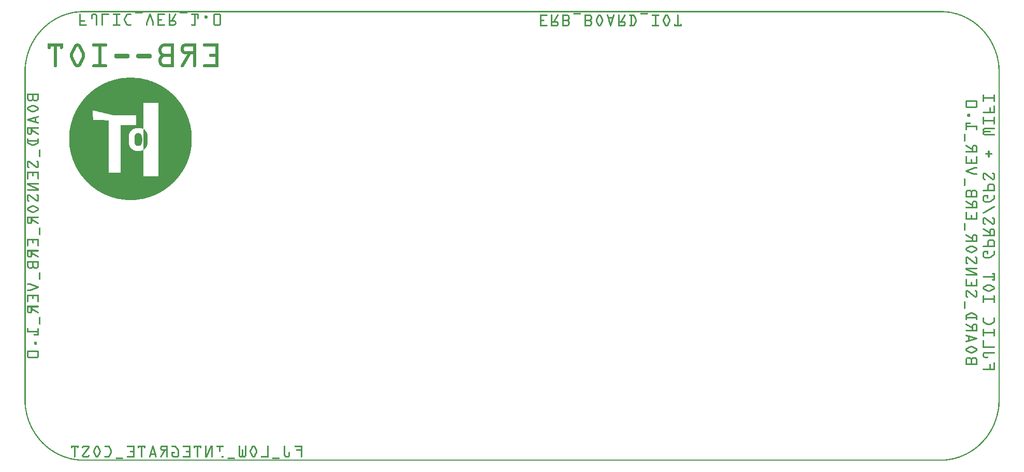
<source format=gbo>
G04 MADE WITH FRITZING*
G04 WWW.FRITZING.ORG*
G04 DOUBLE SIDED*
G04 HOLES PLATED*
G04 CONTOUR ON CENTER OF CONTOUR VECTOR*
%ASAXBY*%
%FSLAX23Y23*%
%MOIN*%
%OFA0B0*%
%SFA1.0B1.0*%
%ADD10R,0.001000X0.001000*%
%LNSILK0*%
G90*
G70*
G54D10*
X361Y2901D02*
X5918Y2901D01*
X347Y2900D02*
X5932Y2900D01*
X338Y2899D02*
X5941Y2899D01*
X330Y2898D02*
X5949Y2898D01*
X323Y2897D02*
X5956Y2897D01*
X317Y2896D02*
X5962Y2896D01*
X311Y2895D02*
X5968Y2895D01*
X306Y2894D02*
X5973Y2894D01*
X302Y2893D02*
X360Y2893D01*
X713Y2893D02*
X760Y2893D01*
X1001Y2893D02*
X1048Y2893D01*
X5919Y2893D02*
X5977Y2893D01*
X297Y2892D02*
X347Y2892D01*
X713Y2892D02*
X760Y2892D01*
X1001Y2892D02*
X1048Y2892D01*
X5932Y2892D02*
X5982Y2892D01*
X293Y2891D02*
X337Y2891D01*
X712Y2891D02*
X761Y2891D01*
X1000Y2891D02*
X1049Y2891D01*
X5942Y2891D02*
X5986Y2891D01*
X289Y2890D02*
X329Y2890D01*
X712Y2890D02*
X761Y2890D01*
X1000Y2890D02*
X1049Y2890D01*
X5950Y2890D02*
X5990Y2890D01*
X285Y2889D02*
X322Y2889D01*
X712Y2889D02*
X761Y2889D01*
X1000Y2889D02*
X1049Y2889D01*
X3537Y2889D02*
X3580Y2889D01*
X3969Y2889D02*
X4012Y2889D01*
X5957Y2889D02*
X5994Y2889D01*
X282Y2888D02*
X316Y2888D01*
X712Y2888D02*
X761Y2888D01*
X1000Y2888D02*
X1049Y2888D01*
X3535Y2888D02*
X3581Y2888D01*
X3967Y2888D02*
X4013Y2888D01*
X5963Y2888D02*
X5997Y2888D01*
X278Y2887D02*
X311Y2887D01*
X713Y2887D02*
X760Y2887D01*
X1001Y2887D02*
X1048Y2887D01*
X3535Y2887D02*
X3582Y2887D01*
X3967Y2887D02*
X4014Y2887D01*
X5968Y2887D02*
X6001Y2887D01*
X275Y2886D02*
X306Y2886D01*
X714Y2886D02*
X759Y2886D01*
X1002Y2886D02*
X1047Y2886D01*
X3534Y2886D02*
X3582Y2886D01*
X3966Y2886D02*
X4014Y2886D01*
X5973Y2886D02*
X6004Y2886D01*
X271Y2885D02*
X301Y2885D01*
X715Y2885D02*
X758Y2885D01*
X1003Y2885D02*
X1046Y2885D01*
X3534Y2885D02*
X3583Y2885D01*
X3966Y2885D02*
X4015Y2885D01*
X5978Y2885D02*
X6008Y2885D01*
X268Y2884D02*
X297Y2884D01*
X355Y2884D02*
X358Y2884D01*
X440Y2884D02*
X457Y2884D01*
X496Y2884D02*
X542Y2884D01*
X571Y2884D02*
X614Y2884D01*
X662Y2884D02*
X686Y2884D01*
X807Y2884D02*
X811Y2884D01*
X856Y2884D02*
X902Y2884D01*
X931Y2884D02*
X934Y2884D01*
X970Y2884D02*
X974Y2884D01*
X1075Y2884D02*
X1118Y2884D01*
X1223Y2884D02*
X1258Y2884D01*
X3534Y2884D02*
X3583Y2884D01*
X3966Y2884D02*
X4015Y2884D01*
X5982Y2884D02*
X6011Y2884D01*
X265Y2883D02*
X293Y2883D01*
X354Y2883D02*
X360Y2883D01*
X438Y2883D02*
X459Y2883D01*
X496Y2883D02*
X543Y2883D01*
X570Y2883D02*
X615Y2883D01*
X660Y2883D02*
X687Y2883D01*
X805Y2883D02*
X812Y2883D01*
X856Y2883D02*
X903Y2883D01*
X930Y2883D02*
X936Y2883D01*
X969Y2883D02*
X975Y2883D01*
X1074Y2883D02*
X1119Y2883D01*
X1221Y2883D02*
X1260Y2883D01*
X3534Y2883D02*
X3582Y2883D01*
X3966Y2883D02*
X4014Y2883D01*
X5986Y2883D02*
X6014Y2883D01*
X262Y2882D02*
X289Y2882D01*
X353Y2882D02*
X361Y2882D01*
X436Y2882D02*
X461Y2882D01*
X496Y2882D02*
X544Y2882D01*
X569Y2882D02*
X616Y2882D01*
X658Y2882D02*
X688Y2882D01*
X805Y2882D02*
X812Y2882D01*
X856Y2882D02*
X904Y2882D01*
X929Y2882D02*
X937Y2882D01*
X968Y2882D02*
X976Y2882D01*
X1073Y2882D02*
X1120Y2882D01*
X1220Y2882D02*
X1261Y2882D01*
X3535Y2882D02*
X3582Y2882D01*
X3967Y2882D02*
X4014Y2882D01*
X5990Y2882D02*
X6017Y2882D01*
X260Y2881D02*
X285Y2881D01*
X352Y2881D02*
X361Y2881D01*
X435Y2881D02*
X462Y2881D01*
X496Y2881D02*
X545Y2881D01*
X568Y2881D02*
X617Y2881D01*
X657Y2881D02*
X689Y2881D01*
X804Y2881D02*
X813Y2881D01*
X856Y2881D02*
X905Y2881D01*
X928Y2881D02*
X937Y2881D01*
X968Y2881D02*
X977Y2881D01*
X1072Y2881D02*
X1121Y2881D01*
X1219Y2881D02*
X1262Y2881D01*
X3535Y2881D02*
X3581Y2881D01*
X3967Y2881D02*
X4013Y2881D01*
X5994Y2881D02*
X6019Y2881D01*
X257Y2880D02*
X281Y2880D01*
X352Y2880D02*
X361Y2880D01*
X433Y2880D02*
X464Y2880D01*
X496Y2880D02*
X545Y2880D01*
X568Y2880D02*
X617Y2880D01*
X656Y2880D02*
X689Y2880D01*
X804Y2880D02*
X813Y2880D01*
X856Y2880D02*
X905Y2880D01*
X928Y2880D02*
X937Y2880D01*
X967Y2880D02*
X977Y2880D01*
X1072Y2880D02*
X1121Y2880D01*
X1218Y2880D02*
X1263Y2880D01*
X3537Y2880D02*
X3580Y2880D01*
X3969Y2880D02*
X4012Y2880D01*
X5998Y2880D02*
X6022Y2880D01*
X254Y2879D02*
X278Y2879D01*
X352Y2879D02*
X361Y2879D01*
X433Y2879D02*
X464Y2879D01*
X496Y2879D02*
X545Y2879D01*
X568Y2879D02*
X617Y2879D01*
X655Y2879D02*
X689Y2879D01*
X803Y2879D02*
X814Y2879D01*
X856Y2879D02*
X905Y2879D01*
X928Y2879D02*
X937Y2879D01*
X967Y2879D02*
X977Y2879D01*
X1072Y2879D02*
X1121Y2879D01*
X1217Y2879D02*
X1264Y2879D01*
X3318Y2879D02*
X3363Y2879D01*
X3393Y2879D02*
X3396Y2879D01*
X3433Y2879D02*
X3435Y2879D01*
X3462Y2879D02*
X3494Y2879D01*
X3606Y2879D02*
X3638Y2879D01*
X3700Y2879D02*
X3705Y2879D01*
X3753Y2879D02*
X3756Y2879D01*
X3793Y2879D02*
X3795Y2879D01*
X3825Y2879D02*
X3828Y2879D01*
X3865Y2879D02*
X3867Y2879D01*
X3897Y2879D02*
X3920Y2879D01*
X4041Y2879D02*
X4083Y2879D01*
X4132Y2879D02*
X4137Y2879D01*
X4205Y2879D02*
X4207Y2879D01*
X6001Y2879D02*
X6025Y2879D01*
X251Y2878D02*
X274Y2878D01*
X352Y2878D02*
X361Y2878D01*
X432Y2878D02*
X465Y2878D01*
X496Y2878D02*
X545Y2878D01*
X568Y2878D02*
X617Y2878D01*
X654Y2878D02*
X689Y2878D01*
X803Y2878D02*
X814Y2878D01*
X856Y2878D02*
X905Y2878D01*
X928Y2878D02*
X937Y2878D01*
X966Y2878D02*
X977Y2878D01*
X1072Y2878D02*
X1121Y2878D01*
X1217Y2878D02*
X1264Y2878D01*
X3318Y2878D02*
X3365Y2878D01*
X3392Y2878D02*
X3397Y2878D01*
X3431Y2878D02*
X3437Y2878D01*
X3462Y2878D02*
X3498Y2878D01*
X3606Y2878D02*
X3642Y2878D01*
X3697Y2878D02*
X3707Y2878D01*
X3751Y2878D02*
X3757Y2878D01*
X3791Y2878D02*
X3797Y2878D01*
X3824Y2878D02*
X3829Y2878D01*
X3863Y2878D02*
X3869Y2878D01*
X3896Y2878D02*
X3923Y2878D01*
X4040Y2878D02*
X4085Y2878D01*
X4129Y2878D02*
X4139Y2878D01*
X4203Y2878D02*
X4209Y2878D01*
X6005Y2878D02*
X6028Y2878D01*
X248Y2877D02*
X271Y2877D01*
X352Y2877D02*
X361Y2877D01*
X431Y2877D02*
X466Y2877D01*
X496Y2877D02*
X544Y2877D01*
X569Y2877D02*
X616Y2877D01*
X653Y2877D02*
X688Y2877D01*
X803Y2877D02*
X814Y2877D01*
X856Y2877D02*
X904Y2877D01*
X928Y2877D02*
X937Y2877D01*
X965Y2877D02*
X976Y2877D01*
X1073Y2877D02*
X1121Y2877D01*
X1216Y2877D02*
X1265Y2877D01*
X3318Y2877D02*
X3366Y2877D01*
X3391Y2877D02*
X3398Y2877D01*
X3430Y2877D02*
X3438Y2877D01*
X3462Y2877D02*
X3500Y2877D01*
X3606Y2877D02*
X3644Y2877D01*
X3695Y2877D02*
X3709Y2877D01*
X3750Y2877D02*
X3758Y2877D01*
X3790Y2877D02*
X3798Y2877D01*
X3823Y2877D02*
X3830Y2877D01*
X3862Y2877D02*
X3870Y2877D01*
X3895Y2877D02*
X3925Y2877D01*
X4039Y2877D02*
X4086Y2877D01*
X4127Y2877D02*
X4141Y2877D01*
X4203Y2877D02*
X4210Y2877D01*
X6008Y2877D02*
X6031Y2877D01*
X246Y2876D02*
X268Y2876D01*
X352Y2876D02*
X361Y2876D01*
X431Y2876D02*
X466Y2876D01*
X496Y2876D02*
X543Y2876D01*
X570Y2876D02*
X615Y2876D01*
X653Y2876D02*
X687Y2876D01*
X802Y2876D02*
X815Y2876D01*
X856Y2876D02*
X903Y2876D01*
X928Y2876D02*
X937Y2876D01*
X965Y2876D02*
X976Y2876D01*
X1074Y2876D02*
X1121Y2876D01*
X1216Y2876D02*
X1265Y2876D01*
X3318Y2876D02*
X3366Y2876D01*
X3390Y2876D02*
X3399Y2876D01*
X3430Y2876D02*
X3438Y2876D01*
X3462Y2876D02*
X3501Y2876D01*
X3606Y2876D02*
X3645Y2876D01*
X3694Y2876D02*
X3710Y2876D01*
X3750Y2876D02*
X3759Y2876D01*
X3790Y2876D02*
X3798Y2876D01*
X3822Y2876D02*
X3831Y2876D01*
X3862Y2876D02*
X3870Y2876D01*
X3894Y2876D02*
X3926Y2876D01*
X4038Y2876D02*
X4086Y2876D01*
X4126Y2876D02*
X4142Y2876D01*
X4202Y2876D02*
X4210Y2876D01*
X6011Y2876D02*
X6033Y2876D01*
X243Y2875D02*
X265Y2875D01*
X352Y2875D02*
X361Y2875D01*
X430Y2875D02*
X467Y2875D01*
X496Y2875D02*
X542Y2875D01*
X571Y2875D02*
X614Y2875D01*
X652Y2875D02*
X686Y2875D01*
X802Y2875D02*
X815Y2875D01*
X856Y2875D02*
X902Y2875D01*
X928Y2875D02*
X937Y2875D01*
X964Y2875D02*
X975Y2875D01*
X1075Y2875D02*
X1121Y2875D01*
X1216Y2875D02*
X1265Y2875D01*
X3318Y2875D02*
X3367Y2875D01*
X3390Y2875D02*
X3399Y2875D01*
X3429Y2875D02*
X3439Y2875D01*
X3462Y2875D02*
X3503Y2875D01*
X3606Y2875D02*
X3647Y2875D01*
X3693Y2875D02*
X3711Y2875D01*
X3750Y2875D02*
X3759Y2875D01*
X3790Y2875D02*
X3799Y2875D01*
X3822Y2875D02*
X3831Y2875D01*
X3861Y2875D02*
X3870Y2875D01*
X3894Y2875D02*
X3927Y2875D01*
X4038Y2875D02*
X4086Y2875D01*
X4125Y2875D02*
X4143Y2875D01*
X4202Y2875D02*
X4211Y2875D01*
X6014Y2875D02*
X6036Y2875D01*
X241Y2874D02*
X262Y2874D01*
X352Y2874D02*
X361Y2874D01*
X430Y2874D02*
X441Y2874D01*
X456Y2874D02*
X467Y2874D01*
X496Y2874D02*
X505Y2874D01*
X588Y2874D02*
X597Y2874D01*
X652Y2874D02*
X663Y2874D01*
X801Y2874D02*
X816Y2874D01*
X856Y2874D02*
X865Y2874D01*
X928Y2874D02*
X937Y2874D01*
X964Y2874D02*
X974Y2874D01*
X1092Y2874D02*
X1101Y2874D01*
X1112Y2874D02*
X1121Y2874D01*
X1216Y2874D02*
X1225Y2874D01*
X1256Y2874D02*
X1265Y2874D01*
X3318Y2874D02*
X3367Y2874D01*
X3390Y2874D02*
X3399Y2874D01*
X3428Y2874D02*
X3439Y2874D01*
X3462Y2874D02*
X3504Y2874D01*
X3606Y2874D02*
X3648Y2874D01*
X3692Y2874D02*
X3712Y2874D01*
X3750Y2874D02*
X3759Y2874D01*
X3789Y2874D02*
X3799Y2874D01*
X3822Y2874D02*
X3831Y2874D01*
X3860Y2874D02*
X3871Y2874D01*
X3894Y2874D02*
X3928Y2874D01*
X4038Y2874D02*
X4087Y2874D01*
X4124Y2874D02*
X4144Y2874D01*
X4202Y2874D02*
X4211Y2874D01*
X6017Y2874D02*
X6038Y2874D01*
X239Y2873D02*
X259Y2873D01*
X352Y2873D02*
X361Y2873D01*
X430Y2873D02*
X440Y2873D01*
X457Y2873D02*
X468Y2873D01*
X496Y2873D02*
X505Y2873D01*
X588Y2873D02*
X597Y2873D01*
X651Y2873D02*
X662Y2873D01*
X801Y2873D02*
X816Y2873D01*
X856Y2873D02*
X865Y2873D01*
X928Y2873D02*
X937Y2873D01*
X963Y2873D02*
X974Y2873D01*
X1092Y2873D02*
X1101Y2873D01*
X1112Y2873D02*
X1121Y2873D01*
X1216Y2873D02*
X1225Y2873D01*
X1256Y2873D02*
X1265Y2873D01*
X3318Y2873D02*
X3366Y2873D01*
X3390Y2873D02*
X3399Y2873D01*
X3428Y2873D02*
X3438Y2873D01*
X3462Y2873D02*
X3505Y2873D01*
X3606Y2873D02*
X3649Y2873D01*
X3692Y2873D02*
X3713Y2873D01*
X3750Y2873D02*
X3759Y2873D01*
X3789Y2873D02*
X3798Y2873D01*
X3822Y2873D02*
X3831Y2873D01*
X3860Y2873D02*
X3870Y2873D01*
X3894Y2873D02*
X3929Y2873D01*
X4038Y2873D02*
X4086Y2873D01*
X4123Y2873D02*
X4145Y2873D01*
X4202Y2873D02*
X4211Y2873D01*
X6020Y2873D02*
X6040Y2873D01*
X236Y2872D02*
X257Y2872D01*
X352Y2872D02*
X361Y2872D01*
X429Y2872D02*
X439Y2872D01*
X458Y2872D02*
X468Y2872D01*
X496Y2872D02*
X505Y2872D01*
X588Y2872D02*
X597Y2872D01*
X651Y2872D02*
X661Y2872D01*
X801Y2872D02*
X816Y2872D01*
X856Y2872D02*
X865Y2872D01*
X928Y2872D02*
X937Y2872D01*
X963Y2872D02*
X973Y2872D01*
X1092Y2872D02*
X1101Y2872D01*
X1112Y2872D02*
X1121Y2872D01*
X1216Y2872D02*
X1225Y2872D01*
X1256Y2872D02*
X1265Y2872D01*
X3318Y2872D02*
X3366Y2872D01*
X3390Y2872D02*
X3399Y2872D01*
X3427Y2872D02*
X3438Y2872D01*
X3462Y2872D02*
X3506Y2872D01*
X3606Y2872D02*
X3650Y2872D01*
X3691Y2872D02*
X3714Y2872D01*
X3750Y2872D02*
X3760Y2872D01*
X3789Y2872D02*
X3798Y2872D01*
X3822Y2872D02*
X3831Y2872D01*
X3859Y2872D02*
X3870Y2872D01*
X3894Y2872D02*
X3930Y2872D01*
X4038Y2872D02*
X4086Y2872D01*
X4123Y2872D02*
X4145Y2872D01*
X4202Y2872D02*
X4211Y2872D01*
X6022Y2872D02*
X6043Y2872D01*
X234Y2871D02*
X254Y2871D01*
X352Y2871D02*
X361Y2871D01*
X429Y2871D02*
X438Y2871D01*
X459Y2871D02*
X468Y2871D01*
X496Y2871D02*
X505Y2871D01*
X588Y2871D02*
X597Y2871D01*
X650Y2871D02*
X661Y2871D01*
X800Y2871D02*
X817Y2871D01*
X856Y2871D02*
X865Y2871D01*
X928Y2871D02*
X937Y2871D01*
X962Y2871D02*
X973Y2871D01*
X1092Y2871D02*
X1101Y2871D01*
X1112Y2871D02*
X1121Y2871D01*
X1161Y2871D02*
X1176Y2871D01*
X1216Y2871D02*
X1225Y2871D01*
X1256Y2871D02*
X1265Y2871D01*
X3318Y2871D02*
X3365Y2871D01*
X3390Y2871D02*
X3399Y2871D01*
X3427Y2871D02*
X3438Y2871D01*
X3462Y2871D02*
X3507Y2871D01*
X3606Y2871D02*
X3651Y2871D01*
X3690Y2871D02*
X3714Y2871D01*
X3750Y2871D02*
X3760Y2871D01*
X3788Y2871D02*
X3798Y2871D01*
X3822Y2871D02*
X3831Y2871D01*
X3859Y2871D02*
X3869Y2871D01*
X3895Y2871D02*
X3930Y2871D01*
X4039Y2871D02*
X4085Y2871D01*
X4122Y2871D02*
X4146Y2871D01*
X4202Y2871D02*
X4211Y2871D01*
X6025Y2871D02*
X6045Y2871D01*
X231Y2870D02*
X251Y2870D01*
X352Y2870D02*
X361Y2870D01*
X429Y2870D02*
X438Y2870D01*
X459Y2870D02*
X468Y2870D01*
X496Y2870D02*
X505Y2870D01*
X588Y2870D02*
X597Y2870D01*
X650Y2870D02*
X660Y2870D01*
X800Y2870D02*
X817Y2870D01*
X856Y2870D02*
X865Y2870D01*
X928Y2870D02*
X937Y2870D01*
X961Y2870D02*
X972Y2870D01*
X1092Y2870D02*
X1101Y2870D01*
X1112Y2870D02*
X1121Y2870D01*
X1160Y2870D02*
X1177Y2870D01*
X1216Y2870D02*
X1225Y2870D01*
X1256Y2870D02*
X1265Y2870D01*
X3318Y2870D02*
X3364Y2870D01*
X3390Y2870D02*
X3399Y2870D01*
X3426Y2870D02*
X3437Y2870D01*
X3462Y2870D02*
X3507Y2870D01*
X3606Y2870D02*
X3651Y2870D01*
X3690Y2870D02*
X3715Y2870D01*
X3751Y2870D02*
X3760Y2870D01*
X3788Y2870D02*
X3797Y2870D01*
X3822Y2870D02*
X3831Y2870D01*
X3858Y2870D02*
X3869Y2870D01*
X3896Y2870D02*
X3931Y2870D01*
X4040Y2870D02*
X4084Y2870D01*
X4122Y2870D02*
X4146Y2870D01*
X4202Y2870D02*
X4211Y2870D01*
X6028Y2870D02*
X6048Y2870D01*
X229Y2869D02*
X249Y2869D01*
X352Y2869D02*
X361Y2869D01*
X429Y2869D02*
X438Y2869D01*
X459Y2869D02*
X468Y2869D01*
X496Y2869D02*
X505Y2869D01*
X588Y2869D02*
X597Y2869D01*
X649Y2869D02*
X659Y2869D01*
X799Y2869D02*
X818Y2869D01*
X856Y2869D02*
X865Y2869D01*
X928Y2869D02*
X937Y2869D01*
X961Y2869D02*
X972Y2869D01*
X1092Y2869D02*
X1101Y2869D01*
X1112Y2869D02*
X1121Y2869D01*
X1159Y2869D02*
X1177Y2869D01*
X1216Y2869D02*
X1225Y2869D01*
X1256Y2869D02*
X1265Y2869D01*
X3318Y2869D02*
X3327Y2869D01*
X3390Y2869D02*
X3399Y2869D01*
X3426Y2869D02*
X3436Y2869D01*
X3462Y2869D02*
X3471Y2869D01*
X3494Y2869D02*
X3508Y2869D01*
X3606Y2869D02*
X3615Y2869D01*
X3638Y2869D02*
X3652Y2869D01*
X3689Y2869D02*
X3700Y2869D01*
X3704Y2869D02*
X3715Y2869D01*
X3751Y2869D02*
X3761Y2869D01*
X3788Y2869D02*
X3797Y2869D01*
X3822Y2869D02*
X3831Y2869D01*
X3858Y2869D02*
X3868Y2869D01*
X3904Y2869D02*
X3913Y2869D01*
X3919Y2869D02*
X3931Y2869D01*
X4057Y2869D02*
X4067Y2869D01*
X4121Y2869D02*
X4132Y2869D01*
X4136Y2869D02*
X4147Y2869D01*
X4202Y2869D02*
X4211Y2869D01*
X6030Y2869D02*
X6050Y2869D01*
X227Y2868D02*
X246Y2868D01*
X352Y2868D02*
X361Y2868D01*
X429Y2868D02*
X438Y2868D01*
X459Y2868D02*
X468Y2868D01*
X496Y2868D02*
X505Y2868D01*
X588Y2868D02*
X597Y2868D01*
X649Y2868D02*
X659Y2868D01*
X799Y2868D02*
X818Y2868D01*
X856Y2868D02*
X865Y2868D01*
X928Y2868D02*
X937Y2868D01*
X960Y2868D02*
X971Y2868D01*
X1092Y2868D02*
X1101Y2868D01*
X1112Y2868D02*
X1121Y2868D01*
X1159Y2868D02*
X1178Y2868D01*
X1216Y2868D02*
X1225Y2868D01*
X1256Y2868D02*
X1265Y2868D01*
X3318Y2868D02*
X3327Y2868D01*
X3390Y2868D02*
X3399Y2868D01*
X3425Y2868D02*
X3436Y2868D01*
X3462Y2868D02*
X3471Y2868D01*
X3496Y2868D02*
X3509Y2868D01*
X3606Y2868D02*
X3615Y2868D01*
X3640Y2868D02*
X3652Y2868D01*
X3689Y2868D02*
X3699Y2868D01*
X3705Y2868D02*
X3716Y2868D01*
X3751Y2868D02*
X3761Y2868D01*
X3787Y2868D02*
X3797Y2868D01*
X3822Y2868D02*
X3831Y2868D01*
X3857Y2868D02*
X3868Y2868D01*
X3904Y2868D02*
X3913Y2868D01*
X3921Y2868D02*
X3932Y2868D01*
X4058Y2868D02*
X4067Y2868D01*
X4121Y2868D02*
X4131Y2868D01*
X4137Y2868D02*
X4147Y2868D01*
X4202Y2868D02*
X4211Y2868D01*
X6033Y2868D02*
X6052Y2868D01*
X225Y2867D02*
X244Y2867D01*
X352Y2867D02*
X361Y2867D01*
X429Y2867D02*
X438Y2867D01*
X459Y2867D02*
X468Y2867D01*
X496Y2867D02*
X505Y2867D01*
X588Y2867D02*
X597Y2867D01*
X648Y2867D02*
X658Y2867D01*
X799Y2867D02*
X818Y2867D01*
X856Y2867D02*
X865Y2867D01*
X928Y2867D02*
X937Y2867D01*
X960Y2867D02*
X970Y2867D01*
X1092Y2867D02*
X1101Y2867D01*
X1112Y2867D02*
X1121Y2867D01*
X1159Y2867D02*
X1178Y2867D01*
X1216Y2867D02*
X1225Y2867D01*
X1256Y2867D02*
X1265Y2867D01*
X3318Y2867D02*
X3327Y2867D01*
X3390Y2867D02*
X3399Y2867D01*
X3424Y2867D02*
X3435Y2867D01*
X3462Y2867D02*
X3471Y2867D01*
X3498Y2867D02*
X3509Y2867D01*
X3606Y2867D02*
X3615Y2867D01*
X3642Y2867D02*
X3653Y2867D01*
X3688Y2867D02*
X3699Y2867D01*
X3706Y2867D02*
X3716Y2867D01*
X3752Y2867D02*
X3761Y2867D01*
X3787Y2867D02*
X3797Y2867D01*
X3822Y2867D02*
X3831Y2867D01*
X3856Y2867D02*
X3867Y2867D01*
X3904Y2867D02*
X3913Y2867D01*
X3921Y2867D02*
X3932Y2867D01*
X4058Y2867D02*
X4067Y2867D01*
X4120Y2867D02*
X4131Y2867D01*
X4138Y2867D02*
X4148Y2867D01*
X4202Y2867D02*
X4211Y2867D01*
X6035Y2867D02*
X6054Y2867D01*
X223Y2866D02*
X241Y2866D01*
X352Y2866D02*
X361Y2866D01*
X429Y2866D02*
X438Y2866D01*
X459Y2866D02*
X468Y2866D01*
X496Y2866D02*
X505Y2866D01*
X588Y2866D02*
X597Y2866D01*
X647Y2866D02*
X658Y2866D01*
X798Y2866D02*
X819Y2866D01*
X856Y2866D02*
X865Y2866D01*
X928Y2866D02*
X937Y2866D01*
X959Y2866D02*
X970Y2866D01*
X1092Y2866D02*
X1101Y2866D01*
X1112Y2866D02*
X1121Y2866D01*
X1159Y2866D02*
X1178Y2866D01*
X1216Y2866D02*
X1225Y2866D01*
X1256Y2866D02*
X1265Y2866D01*
X3318Y2866D02*
X3327Y2866D01*
X3390Y2866D02*
X3399Y2866D01*
X3424Y2866D02*
X3435Y2866D01*
X3462Y2866D02*
X3471Y2866D01*
X3499Y2866D02*
X3509Y2866D01*
X3606Y2866D02*
X3615Y2866D01*
X3643Y2866D02*
X3653Y2866D01*
X3688Y2866D02*
X3698Y2866D01*
X3706Y2866D02*
X3717Y2866D01*
X3752Y2866D02*
X3761Y2866D01*
X3787Y2866D02*
X3796Y2866D01*
X3822Y2866D02*
X3831Y2866D01*
X3856Y2866D02*
X3867Y2866D01*
X3904Y2866D02*
X3913Y2866D01*
X3922Y2866D02*
X3933Y2866D01*
X4058Y2866D02*
X4067Y2866D01*
X4120Y2866D02*
X4130Y2866D01*
X4138Y2866D02*
X4148Y2866D01*
X4202Y2866D02*
X4211Y2866D01*
X6038Y2866D02*
X6056Y2866D01*
X221Y2865D02*
X239Y2865D01*
X352Y2865D02*
X361Y2865D01*
X429Y2865D02*
X438Y2865D01*
X459Y2865D02*
X468Y2865D01*
X496Y2865D02*
X505Y2865D01*
X588Y2865D02*
X597Y2865D01*
X647Y2865D02*
X657Y2865D01*
X798Y2865D02*
X819Y2865D01*
X856Y2865D02*
X865Y2865D01*
X928Y2865D02*
X937Y2865D01*
X958Y2865D02*
X969Y2865D01*
X1092Y2865D02*
X1101Y2865D01*
X1112Y2865D02*
X1121Y2865D01*
X1159Y2865D02*
X1178Y2865D01*
X1216Y2865D02*
X1225Y2865D01*
X1256Y2865D02*
X1265Y2865D01*
X3318Y2865D02*
X3327Y2865D01*
X3390Y2865D02*
X3399Y2865D01*
X3423Y2865D02*
X3434Y2865D01*
X3462Y2865D02*
X3471Y2865D01*
X3500Y2865D02*
X3510Y2865D01*
X3606Y2865D02*
X3615Y2865D01*
X3644Y2865D02*
X3654Y2865D01*
X3687Y2865D02*
X3698Y2865D01*
X3707Y2865D02*
X3717Y2865D01*
X3752Y2865D02*
X3762Y2865D01*
X3787Y2865D02*
X3796Y2865D01*
X3822Y2865D02*
X3831Y2865D01*
X3855Y2865D02*
X3866Y2865D01*
X3904Y2865D02*
X3913Y2865D01*
X3923Y2865D02*
X3933Y2865D01*
X4058Y2865D02*
X4067Y2865D01*
X4119Y2865D02*
X4130Y2865D01*
X4139Y2865D02*
X4149Y2865D01*
X4202Y2865D02*
X4211Y2865D01*
X6040Y2865D02*
X6058Y2865D01*
X219Y2864D02*
X236Y2864D01*
X352Y2864D02*
X361Y2864D01*
X429Y2864D02*
X438Y2864D01*
X459Y2864D02*
X468Y2864D01*
X496Y2864D02*
X505Y2864D01*
X588Y2864D02*
X597Y2864D01*
X646Y2864D02*
X657Y2864D01*
X797Y2864D02*
X807Y2864D01*
X810Y2864D02*
X820Y2864D01*
X856Y2864D02*
X865Y2864D01*
X928Y2864D02*
X937Y2864D01*
X958Y2864D02*
X969Y2864D01*
X1092Y2864D02*
X1101Y2864D01*
X1112Y2864D02*
X1121Y2864D01*
X1159Y2864D02*
X1178Y2864D01*
X1216Y2864D02*
X1225Y2864D01*
X1256Y2864D02*
X1265Y2864D01*
X3318Y2864D02*
X3327Y2864D01*
X3390Y2864D02*
X3399Y2864D01*
X3423Y2864D02*
X3433Y2864D01*
X3462Y2864D02*
X3471Y2864D01*
X3500Y2864D02*
X3510Y2864D01*
X3606Y2864D02*
X3615Y2864D01*
X3644Y2864D02*
X3654Y2864D01*
X3687Y2864D02*
X3697Y2864D01*
X3707Y2864D02*
X3718Y2864D01*
X3753Y2864D02*
X3762Y2864D01*
X3786Y2864D02*
X3796Y2864D01*
X3822Y2864D02*
X3831Y2864D01*
X3855Y2864D02*
X3865Y2864D01*
X3904Y2864D02*
X3913Y2864D01*
X3923Y2864D02*
X3934Y2864D01*
X4058Y2864D02*
X4067Y2864D01*
X4119Y2864D02*
X4129Y2864D01*
X4139Y2864D02*
X4149Y2864D01*
X4202Y2864D02*
X4211Y2864D01*
X6043Y2864D02*
X6060Y2864D01*
X216Y2863D02*
X234Y2863D01*
X352Y2863D02*
X361Y2863D01*
X429Y2863D02*
X438Y2863D01*
X459Y2863D02*
X468Y2863D01*
X496Y2863D02*
X505Y2863D01*
X588Y2863D02*
X597Y2863D01*
X646Y2863D02*
X656Y2863D01*
X797Y2863D02*
X807Y2863D01*
X810Y2863D02*
X820Y2863D01*
X856Y2863D02*
X865Y2863D01*
X928Y2863D02*
X937Y2863D01*
X957Y2863D02*
X968Y2863D01*
X1092Y2863D02*
X1101Y2863D01*
X1112Y2863D02*
X1121Y2863D01*
X1159Y2863D02*
X1178Y2863D01*
X1216Y2863D02*
X1225Y2863D01*
X1256Y2863D02*
X1265Y2863D01*
X3318Y2863D02*
X3327Y2863D01*
X3390Y2863D02*
X3399Y2863D01*
X3422Y2863D02*
X3433Y2863D01*
X3462Y2863D02*
X3471Y2863D01*
X3501Y2863D02*
X3510Y2863D01*
X3606Y2863D02*
X3615Y2863D01*
X3645Y2863D02*
X3654Y2863D01*
X3686Y2863D02*
X3697Y2863D01*
X3708Y2863D02*
X3718Y2863D01*
X3753Y2863D02*
X3762Y2863D01*
X3786Y2863D02*
X3795Y2863D01*
X3822Y2863D02*
X3831Y2863D01*
X3854Y2863D02*
X3865Y2863D01*
X3904Y2863D02*
X3913Y2863D01*
X3924Y2863D02*
X3934Y2863D01*
X4058Y2863D02*
X4067Y2863D01*
X4118Y2863D02*
X4129Y2863D01*
X4140Y2863D02*
X4150Y2863D01*
X4202Y2863D02*
X4211Y2863D01*
X6045Y2863D02*
X6063Y2863D01*
X214Y2862D02*
X232Y2862D01*
X352Y2862D02*
X361Y2862D01*
X429Y2862D02*
X438Y2862D01*
X459Y2862D02*
X468Y2862D01*
X496Y2862D02*
X505Y2862D01*
X588Y2862D02*
X597Y2862D01*
X645Y2862D02*
X656Y2862D01*
X797Y2862D02*
X807Y2862D01*
X810Y2862D02*
X820Y2862D01*
X856Y2862D02*
X865Y2862D01*
X928Y2862D02*
X937Y2862D01*
X957Y2862D02*
X967Y2862D01*
X1092Y2862D02*
X1101Y2862D01*
X1112Y2862D02*
X1121Y2862D01*
X1159Y2862D02*
X1178Y2862D01*
X1216Y2862D02*
X1225Y2862D01*
X1256Y2862D02*
X1265Y2862D01*
X3318Y2862D02*
X3327Y2862D01*
X3390Y2862D02*
X3399Y2862D01*
X3421Y2862D02*
X3432Y2862D01*
X3462Y2862D02*
X3471Y2862D01*
X3501Y2862D02*
X3510Y2862D01*
X3606Y2862D02*
X3615Y2862D01*
X3645Y2862D02*
X3654Y2862D01*
X3686Y2862D02*
X3696Y2862D01*
X3708Y2862D02*
X3719Y2862D01*
X3753Y2862D02*
X3795Y2862D01*
X3822Y2862D02*
X3831Y2862D01*
X3853Y2862D02*
X3864Y2862D01*
X3904Y2862D02*
X3913Y2862D01*
X3924Y2862D02*
X3935Y2862D01*
X4058Y2862D02*
X4067Y2862D01*
X4118Y2862D02*
X4128Y2862D01*
X4140Y2862D02*
X4150Y2862D01*
X4202Y2862D02*
X4211Y2862D01*
X6047Y2862D02*
X6065Y2862D01*
X213Y2861D02*
X230Y2861D01*
X352Y2861D02*
X361Y2861D01*
X429Y2861D02*
X438Y2861D01*
X459Y2861D02*
X468Y2861D01*
X496Y2861D02*
X505Y2861D01*
X588Y2861D02*
X597Y2861D01*
X645Y2861D02*
X655Y2861D01*
X796Y2861D02*
X806Y2861D01*
X811Y2861D02*
X821Y2861D01*
X856Y2861D02*
X865Y2861D01*
X928Y2861D02*
X937Y2861D01*
X956Y2861D02*
X967Y2861D01*
X1092Y2861D02*
X1101Y2861D01*
X1112Y2861D02*
X1121Y2861D01*
X1159Y2861D02*
X1178Y2861D01*
X1216Y2861D02*
X1225Y2861D01*
X1256Y2861D02*
X1265Y2861D01*
X3318Y2861D02*
X3327Y2861D01*
X3390Y2861D02*
X3399Y2861D01*
X3421Y2861D02*
X3432Y2861D01*
X3462Y2861D02*
X3471Y2861D01*
X3501Y2861D02*
X3510Y2861D01*
X3606Y2861D02*
X3615Y2861D01*
X3645Y2861D02*
X3654Y2861D01*
X3685Y2861D02*
X3696Y2861D01*
X3709Y2861D02*
X3719Y2861D01*
X3753Y2861D02*
X3795Y2861D01*
X3822Y2861D02*
X3831Y2861D01*
X3853Y2861D02*
X3864Y2861D01*
X3904Y2861D02*
X3913Y2861D01*
X3925Y2861D02*
X3935Y2861D01*
X4058Y2861D02*
X4067Y2861D01*
X4117Y2861D02*
X4128Y2861D01*
X4141Y2861D02*
X4151Y2861D01*
X4202Y2861D02*
X4211Y2861D01*
X6049Y2861D02*
X6066Y2861D01*
X211Y2860D02*
X228Y2860D01*
X352Y2860D02*
X361Y2860D01*
X429Y2860D02*
X438Y2860D01*
X459Y2860D02*
X468Y2860D01*
X496Y2860D02*
X505Y2860D01*
X588Y2860D02*
X597Y2860D01*
X645Y2860D02*
X655Y2860D01*
X796Y2860D02*
X806Y2860D01*
X811Y2860D02*
X821Y2860D01*
X856Y2860D02*
X865Y2860D01*
X928Y2860D02*
X937Y2860D01*
X956Y2860D02*
X966Y2860D01*
X1092Y2860D02*
X1101Y2860D01*
X1112Y2860D02*
X1121Y2860D01*
X1159Y2860D02*
X1178Y2860D01*
X1216Y2860D02*
X1225Y2860D01*
X1256Y2860D02*
X1265Y2860D01*
X3318Y2860D02*
X3327Y2860D01*
X3390Y2860D02*
X3399Y2860D01*
X3420Y2860D02*
X3431Y2860D01*
X3462Y2860D02*
X3471Y2860D01*
X3501Y2860D02*
X3511Y2860D01*
X3606Y2860D02*
X3615Y2860D01*
X3645Y2860D02*
X3655Y2860D01*
X3685Y2860D02*
X3695Y2860D01*
X3709Y2860D02*
X3719Y2860D01*
X3754Y2860D02*
X3795Y2860D01*
X3822Y2860D02*
X3831Y2860D01*
X3852Y2860D02*
X3863Y2860D01*
X3904Y2860D02*
X3913Y2860D01*
X3925Y2860D02*
X3936Y2860D01*
X4058Y2860D02*
X4067Y2860D01*
X4117Y2860D02*
X4127Y2860D01*
X4141Y2860D02*
X4151Y2860D01*
X4202Y2860D02*
X4211Y2860D01*
X6051Y2860D02*
X6068Y2860D01*
X209Y2859D02*
X225Y2859D01*
X352Y2859D02*
X361Y2859D01*
X429Y2859D02*
X438Y2859D01*
X459Y2859D02*
X468Y2859D01*
X496Y2859D02*
X505Y2859D01*
X588Y2859D02*
X597Y2859D01*
X644Y2859D02*
X654Y2859D01*
X796Y2859D02*
X806Y2859D01*
X812Y2859D02*
X822Y2859D01*
X856Y2859D02*
X865Y2859D01*
X928Y2859D02*
X937Y2859D01*
X955Y2859D02*
X966Y2859D01*
X1092Y2859D02*
X1101Y2859D01*
X1112Y2859D02*
X1121Y2859D01*
X1159Y2859D02*
X1178Y2859D01*
X1216Y2859D02*
X1225Y2859D01*
X1256Y2859D02*
X1265Y2859D01*
X3318Y2859D02*
X3327Y2859D01*
X3390Y2859D02*
X3399Y2859D01*
X3420Y2859D02*
X3431Y2859D01*
X3462Y2859D02*
X3471Y2859D01*
X3502Y2859D02*
X3511Y2859D01*
X3606Y2859D02*
X3615Y2859D01*
X3646Y2859D02*
X3655Y2859D01*
X3684Y2859D02*
X3695Y2859D01*
X3710Y2859D02*
X3720Y2859D01*
X3754Y2859D02*
X3794Y2859D01*
X3822Y2859D02*
X3831Y2859D01*
X3852Y2859D02*
X3862Y2859D01*
X3904Y2859D02*
X3913Y2859D01*
X3926Y2859D02*
X3936Y2859D01*
X4058Y2859D02*
X4067Y2859D01*
X4116Y2859D02*
X4127Y2859D01*
X4142Y2859D02*
X4152Y2859D01*
X4202Y2859D02*
X4211Y2859D01*
X6054Y2859D02*
X6070Y2859D01*
X207Y2858D02*
X223Y2858D01*
X352Y2858D02*
X361Y2858D01*
X429Y2858D02*
X438Y2858D01*
X459Y2858D02*
X468Y2858D01*
X496Y2858D02*
X505Y2858D01*
X588Y2858D02*
X597Y2858D01*
X644Y2858D02*
X654Y2858D01*
X795Y2858D02*
X805Y2858D01*
X812Y2858D02*
X822Y2858D01*
X856Y2858D02*
X865Y2858D01*
X928Y2858D02*
X937Y2858D01*
X954Y2858D02*
X965Y2858D01*
X1092Y2858D02*
X1101Y2858D01*
X1112Y2858D02*
X1121Y2858D01*
X1159Y2858D02*
X1178Y2858D01*
X1216Y2858D02*
X1225Y2858D01*
X1256Y2858D02*
X1265Y2858D01*
X3318Y2858D02*
X3327Y2858D01*
X3390Y2858D02*
X3399Y2858D01*
X3419Y2858D02*
X3430Y2858D01*
X3462Y2858D02*
X3471Y2858D01*
X3502Y2858D02*
X3511Y2858D01*
X3606Y2858D02*
X3615Y2858D01*
X3646Y2858D02*
X3655Y2858D01*
X3684Y2858D02*
X3694Y2858D01*
X3710Y2858D02*
X3720Y2858D01*
X3754Y2858D02*
X3794Y2858D01*
X3822Y2858D02*
X3831Y2858D01*
X3851Y2858D02*
X3862Y2858D01*
X3904Y2858D02*
X3913Y2858D01*
X3926Y2858D02*
X3936Y2858D01*
X4058Y2858D02*
X4067Y2858D01*
X4116Y2858D02*
X4126Y2858D01*
X4142Y2858D02*
X4152Y2858D01*
X4202Y2858D02*
X4211Y2858D01*
X6056Y2858D02*
X6072Y2858D01*
X205Y2857D02*
X221Y2857D01*
X352Y2857D02*
X361Y2857D01*
X429Y2857D02*
X438Y2857D01*
X459Y2857D02*
X468Y2857D01*
X496Y2857D02*
X505Y2857D01*
X588Y2857D02*
X597Y2857D01*
X643Y2857D02*
X653Y2857D01*
X795Y2857D02*
X805Y2857D01*
X812Y2857D02*
X822Y2857D01*
X856Y2857D02*
X865Y2857D01*
X928Y2857D02*
X937Y2857D01*
X954Y2857D02*
X965Y2857D01*
X1092Y2857D02*
X1101Y2857D01*
X1112Y2857D02*
X1121Y2857D01*
X1159Y2857D02*
X1178Y2857D01*
X1216Y2857D02*
X1225Y2857D01*
X1256Y2857D02*
X1265Y2857D01*
X3318Y2857D02*
X3327Y2857D01*
X3390Y2857D02*
X3399Y2857D01*
X3419Y2857D02*
X3429Y2857D01*
X3462Y2857D02*
X3471Y2857D01*
X3502Y2857D02*
X3511Y2857D01*
X3606Y2857D02*
X3615Y2857D01*
X3646Y2857D02*
X3655Y2857D01*
X3683Y2857D02*
X3694Y2857D01*
X3711Y2857D02*
X3721Y2857D01*
X3755Y2857D02*
X3794Y2857D01*
X3822Y2857D02*
X3831Y2857D01*
X3851Y2857D02*
X3861Y2857D01*
X3904Y2857D02*
X3913Y2857D01*
X3927Y2857D02*
X3937Y2857D01*
X4058Y2857D02*
X4067Y2857D01*
X4115Y2857D02*
X4126Y2857D01*
X4143Y2857D02*
X4153Y2857D01*
X4202Y2857D02*
X4211Y2857D01*
X6058Y2857D02*
X6074Y2857D01*
X203Y2856D02*
X219Y2856D01*
X352Y2856D02*
X361Y2856D01*
X429Y2856D02*
X438Y2856D01*
X459Y2856D02*
X468Y2856D01*
X496Y2856D02*
X505Y2856D01*
X588Y2856D02*
X597Y2856D01*
X643Y2856D02*
X653Y2856D01*
X794Y2856D02*
X804Y2856D01*
X813Y2856D02*
X823Y2856D01*
X856Y2856D02*
X865Y2856D01*
X928Y2856D02*
X937Y2856D01*
X953Y2856D02*
X964Y2856D01*
X1092Y2856D02*
X1101Y2856D01*
X1112Y2856D02*
X1121Y2856D01*
X1160Y2856D02*
X1177Y2856D01*
X1216Y2856D02*
X1225Y2856D01*
X1256Y2856D02*
X1265Y2856D01*
X3318Y2856D02*
X3327Y2856D01*
X3390Y2856D02*
X3399Y2856D01*
X3418Y2856D02*
X3429Y2856D01*
X3462Y2856D02*
X3471Y2856D01*
X3502Y2856D02*
X3511Y2856D01*
X3606Y2856D02*
X3615Y2856D01*
X3646Y2856D02*
X3655Y2856D01*
X3683Y2856D02*
X3693Y2856D01*
X3711Y2856D02*
X3721Y2856D01*
X3755Y2856D02*
X3793Y2856D01*
X3822Y2856D02*
X3831Y2856D01*
X3850Y2856D02*
X3861Y2856D01*
X3904Y2856D02*
X3913Y2856D01*
X3927Y2856D02*
X3937Y2856D01*
X4058Y2856D02*
X4067Y2856D01*
X4115Y2856D02*
X4125Y2856D01*
X4143Y2856D02*
X4153Y2856D01*
X4202Y2856D02*
X4211Y2856D01*
X6060Y2856D02*
X6076Y2856D01*
X201Y2855D02*
X217Y2855D01*
X352Y2855D02*
X361Y2855D01*
X429Y2855D02*
X438Y2855D01*
X459Y2855D02*
X468Y2855D01*
X496Y2855D02*
X505Y2855D01*
X588Y2855D02*
X597Y2855D01*
X642Y2855D02*
X652Y2855D01*
X794Y2855D02*
X804Y2855D01*
X813Y2855D02*
X823Y2855D01*
X856Y2855D02*
X865Y2855D01*
X928Y2855D02*
X937Y2855D01*
X953Y2855D02*
X963Y2855D01*
X1092Y2855D02*
X1101Y2855D01*
X1112Y2855D02*
X1121Y2855D01*
X1160Y2855D02*
X1177Y2855D01*
X1216Y2855D02*
X1225Y2855D01*
X1256Y2855D02*
X1265Y2855D01*
X3318Y2855D02*
X3327Y2855D01*
X3390Y2855D02*
X3399Y2855D01*
X3417Y2855D02*
X3428Y2855D01*
X3462Y2855D02*
X3471Y2855D01*
X3502Y2855D02*
X3511Y2855D01*
X3606Y2855D02*
X3615Y2855D01*
X3646Y2855D02*
X3655Y2855D01*
X3682Y2855D02*
X3693Y2855D01*
X3712Y2855D02*
X3722Y2855D01*
X3755Y2855D02*
X3793Y2855D01*
X3822Y2855D02*
X3831Y2855D01*
X3849Y2855D02*
X3860Y2855D01*
X3904Y2855D02*
X3913Y2855D01*
X3928Y2855D02*
X3938Y2855D01*
X4058Y2855D02*
X4067Y2855D01*
X4114Y2855D02*
X4125Y2855D01*
X4144Y2855D02*
X4154Y2855D01*
X4202Y2855D02*
X4211Y2855D01*
X6062Y2855D02*
X6078Y2855D01*
X199Y2854D02*
X215Y2854D01*
X352Y2854D02*
X361Y2854D01*
X429Y2854D02*
X438Y2854D01*
X459Y2854D02*
X468Y2854D01*
X496Y2854D02*
X505Y2854D01*
X588Y2854D02*
X597Y2854D01*
X642Y2854D02*
X652Y2854D01*
X794Y2854D02*
X804Y2854D01*
X814Y2854D02*
X823Y2854D01*
X856Y2854D02*
X865Y2854D01*
X928Y2854D02*
X937Y2854D01*
X952Y2854D02*
X963Y2854D01*
X1092Y2854D02*
X1101Y2854D01*
X1112Y2854D02*
X1121Y2854D01*
X1162Y2854D02*
X1175Y2854D01*
X1216Y2854D02*
X1225Y2854D01*
X1256Y2854D02*
X1265Y2854D01*
X3318Y2854D02*
X3327Y2854D01*
X3390Y2854D02*
X3399Y2854D01*
X3417Y2854D02*
X3428Y2854D01*
X3462Y2854D02*
X3471Y2854D01*
X3501Y2854D02*
X3511Y2854D01*
X3606Y2854D02*
X3615Y2854D01*
X3645Y2854D02*
X3655Y2854D01*
X3682Y2854D02*
X3692Y2854D01*
X3712Y2854D02*
X3722Y2854D01*
X3755Y2854D02*
X3793Y2854D01*
X3822Y2854D02*
X3831Y2854D01*
X3849Y2854D02*
X3860Y2854D01*
X3904Y2854D02*
X3913Y2854D01*
X3928Y2854D02*
X3938Y2854D01*
X4058Y2854D02*
X4067Y2854D01*
X4114Y2854D02*
X4124Y2854D01*
X4144Y2854D02*
X4154Y2854D01*
X4202Y2854D02*
X4211Y2854D01*
X6064Y2854D02*
X6080Y2854D01*
X198Y2853D02*
X213Y2853D01*
X352Y2853D02*
X361Y2853D01*
X429Y2853D02*
X438Y2853D01*
X459Y2853D02*
X468Y2853D01*
X496Y2853D02*
X505Y2853D01*
X588Y2853D02*
X597Y2853D01*
X641Y2853D02*
X651Y2853D01*
X793Y2853D02*
X803Y2853D01*
X814Y2853D02*
X824Y2853D01*
X856Y2853D02*
X865Y2853D01*
X928Y2853D02*
X937Y2853D01*
X951Y2853D02*
X962Y2853D01*
X1092Y2853D02*
X1101Y2853D01*
X1112Y2853D02*
X1121Y2853D01*
X1216Y2853D02*
X1225Y2853D01*
X1256Y2853D02*
X1265Y2853D01*
X3318Y2853D02*
X3327Y2853D01*
X3390Y2853D02*
X3399Y2853D01*
X3416Y2853D02*
X3427Y2853D01*
X3462Y2853D02*
X3471Y2853D01*
X3501Y2853D02*
X3510Y2853D01*
X3606Y2853D02*
X3615Y2853D01*
X3645Y2853D02*
X3654Y2853D01*
X3681Y2853D02*
X3692Y2853D01*
X3713Y2853D02*
X3723Y2853D01*
X3756Y2853D02*
X3793Y2853D01*
X3822Y2853D02*
X3831Y2853D01*
X3848Y2853D02*
X3859Y2853D01*
X3904Y2853D02*
X3913Y2853D01*
X3929Y2853D02*
X3939Y2853D01*
X4058Y2853D02*
X4067Y2853D01*
X4113Y2853D02*
X4124Y2853D01*
X4145Y2853D02*
X4155Y2853D01*
X4202Y2853D02*
X4211Y2853D01*
X6066Y2853D02*
X6081Y2853D01*
X196Y2852D02*
X211Y2852D01*
X352Y2852D02*
X361Y2852D01*
X430Y2852D02*
X438Y2852D01*
X459Y2852D02*
X468Y2852D01*
X496Y2852D02*
X505Y2852D01*
X588Y2852D02*
X597Y2852D01*
X641Y2852D02*
X651Y2852D01*
X793Y2852D02*
X803Y2852D01*
X814Y2852D02*
X824Y2852D01*
X856Y2852D02*
X865Y2852D01*
X928Y2852D02*
X937Y2852D01*
X951Y2852D02*
X962Y2852D01*
X1092Y2852D02*
X1101Y2852D01*
X1112Y2852D02*
X1120Y2852D01*
X1216Y2852D02*
X1225Y2852D01*
X1256Y2852D02*
X1265Y2852D01*
X3318Y2852D02*
X3327Y2852D01*
X3390Y2852D02*
X3399Y2852D01*
X3416Y2852D02*
X3426Y2852D01*
X3462Y2852D02*
X3471Y2852D01*
X3501Y2852D02*
X3510Y2852D01*
X3606Y2852D02*
X3615Y2852D01*
X3645Y2852D02*
X3654Y2852D01*
X3681Y2852D02*
X3691Y2852D01*
X3713Y2852D02*
X3723Y2852D01*
X3756Y2852D02*
X3766Y2852D01*
X3783Y2852D02*
X3792Y2852D01*
X3822Y2852D02*
X3831Y2852D01*
X3848Y2852D02*
X3858Y2852D01*
X3904Y2852D02*
X3913Y2852D01*
X3929Y2852D02*
X3939Y2852D01*
X4058Y2852D02*
X4067Y2852D01*
X4113Y2852D02*
X4123Y2852D01*
X4145Y2852D02*
X4155Y2852D01*
X4202Y2852D02*
X4211Y2852D01*
X6068Y2852D02*
X6083Y2852D01*
X194Y2851D02*
X209Y2851D01*
X352Y2851D02*
X361Y2851D01*
X430Y2851D02*
X437Y2851D01*
X459Y2851D02*
X468Y2851D01*
X496Y2851D02*
X505Y2851D01*
X588Y2851D02*
X597Y2851D01*
X641Y2851D02*
X650Y2851D01*
X792Y2851D02*
X802Y2851D01*
X815Y2851D02*
X825Y2851D01*
X856Y2851D02*
X865Y2851D01*
X928Y2851D02*
X937Y2851D01*
X950Y2851D02*
X961Y2851D01*
X1092Y2851D02*
X1101Y2851D01*
X1113Y2851D02*
X1120Y2851D01*
X1216Y2851D02*
X1225Y2851D01*
X1256Y2851D02*
X1265Y2851D01*
X3318Y2851D02*
X3327Y2851D01*
X3390Y2851D02*
X3399Y2851D01*
X3415Y2851D02*
X3426Y2851D01*
X3462Y2851D02*
X3471Y2851D01*
X3500Y2851D02*
X3510Y2851D01*
X3606Y2851D02*
X3615Y2851D01*
X3644Y2851D02*
X3654Y2851D01*
X3680Y2851D02*
X3691Y2851D01*
X3714Y2851D02*
X3724Y2851D01*
X3756Y2851D02*
X3766Y2851D01*
X3782Y2851D02*
X3792Y2851D01*
X3822Y2851D02*
X3831Y2851D01*
X3847Y2851D02*
X3858Y2851D01*
X3904Y2851D02*
X3913Y2851D01*
X3930Y2851D02*
X3940Y2851D01*
X4058Y2851D02*
X4067Y2851D01*
X4112Y2851D02*
X4123Y2851D01*
X4146Y2851D02*
X4156Y2851D01*
X4202Y2851D02*
X4211Y2851D01*
X6070Y2851D02*
X6085Y2851D01*
X193Y2850D02*
X208Y2850D01*
X352Y2850D02*
X361Y2850D01*
X431Y2850D02*
X436Y2850D01*
X459Y2850D02*
X468Y2850D01*
X496Y2850D02*
X505Y2850D01*
X588Y2850D02*
X597Y2850D01*
X641Y2850D02*
X650Y2850D01*
X792Y2850D02*
X802Y2850D01*
X815Y2850D02*
X825Y2850D01*
X856Y2850D02*
X882Y2850D01*
X928Y2850D02*
X937Y2850D01*
X950Y2850D02*
X960Y2850D01*
X1092Y2850D02*
X1101Y2850D01*
X1114Y2850D02*
X1119Y2850D01*
X1216Y2850D02*
X1225Y2850D01*
X1256Y2850D02*
X1265Y2850D01*
X3318Y2850D02*
X3327Y2850D01*
X3390Y2850D02*
X3399Y2850D01*
X3414Y2850D02*
X3425Y2850D01*
X3462Y2850D02*
X3471Y2850D01*
X3500Y2850D02*
X3510Y2850D01*
X3606Y2850D02*
X3615Y2850D01*
X3644Y2850D02*
X3654Y2850D01*
X3680Y2850D02*
X3690Y2850D01*
X3714Y2850D02*
X3724Y2850D01*
X3757Y2850D02*
X3766Y2850D01*
X3782Y2850D02*
X3792Y2850D01*
X3822Y2850D02*
X3831Y2850D01*
X3846Y2850D02*
X3857Y2850D01*
X3904Y2850D02*
X3913Y2850D01*
X3930Y2850D02*
X3940Y2850D01*
X4058Y2850D02*
X4067Y2850D01*
X4112Y2850D02*
X4122Y2850D01*
X4146Y2850D02*
X4156Y2850D01*
X4202Y2850D02*
X4211Y2850D01*
X6071Y2850D02*
X6086Y2850D01*
X191Y2849D02*
X206Y2849D01*
X352Y2849D02*
X361Y2849D01*
X459Y2849D02*
X468Y2849D01*
X496Y2849D02*
X505Y2849D01*
X588Y2849D02*
X597Y2849D01*
X640Y2849D02*
X650Y2849D01*
X792Y2849D02*
X802Y2849D01*
X816Y2849D02*
X825Y2849D01*
X856Y2849D02*
X884Y2849D01*
X928Y2849D02*
X937Y2849D01*
X949Y2849D02*
X960Y2849D01*
X1092Y2849D02*
X1101Y2849D01*
X1216Y2849D02*
X1225Y2849D01*
X1256Y2849D02*
X1265Y2849D01*
X3318Y2849D02*
X3327Y2849D01*
X3390Y2849D02*
X3399Y2849D01*
X3414Y2849D02*
X3425Y2849D01*
X3462Y2849D02*
X3471Y2849D01*
X3499Y2849D02*
X3509Y2849D01*
X3606Y2849D02*
X3615Y2849D01*
X3643Y2849D02*
X3653Y2849D01*
X3679Y2849D02*
X3690Y2849D01*
X3715Y2849D02*
X3725Y2849D01*
X3757Y2849D02*
X3766Y2849D01*
X3782Y2849D02*
X3791Y2849D01*
X3822Y2849D02*
X3831Y2849D01*
X3846Y2849D02*
X3857Y2849D01*
X3904Y2849D02*
X3913Y2849D01*
X3931Y2849D02*
X3941Y2849D01*
X4058Y2849D02*
X4067Y2849D01*
X4111Y2849D02*
X4122Y2849D01*
X4147Y2849D02*
X4157Y2849D01*
X4202Y2849D02*
X4211Y2849D01*
X6073Y2849D02*
X6088Y2849D01*
X189Y2848D02*
X204Y2848D01*
X352Y2848D02*
X361Y2848D01*
X459Y2848D02*
X468Y2848D01*
X496Y2848D02*
X505Y2848D01*
X588Y2848D02*
X597Y2848D01*
X640Y2848D02*
X650Y2848D01*
X791Y2848D02*
X801Y2848D01*
X816Y2848D02*
X826Y2848D01*
X856Y2848D02*
X884Y2848D01*
X928Y2848D02*
X937Y2848D01*
X949Y2848D02*
X959Y2848D01*
X1092Y2848D02*
X1101Y2848D01*
X1216Y2848D02*
X1225Y2848D01*
X1256Y2848D02*
X1265Y2848D01*
X3318Y2848D02*
X3327Y2848D01*
X3390Y2848D02*
X3399Y2848D01*
X3413Y2848D02*
X3424Y2848D01*
X3462Y2848D02*
X3471Y2848D01*
X3498Y2848D02*
X3509Y2848D01*
X3606Y2848D02*
X3615Y2848D01*
X3642Y2848D02*
X3653Y2848D01*
X3679Y2848D02*
X3689Y2848D01*
X3715Y2848D02*
X3725Y2848D01*
X3757Y2848D02*
X3767Y2848D01*
X3782Y2848D02*
X3791Y2848D01*
X3822Y2848D02*
X3831Y2848D01*
X3845Y2848D02*
X3856Y2848D01*
X3904Y2848D02*
X3913Y2848D01*
X3931Y2848D02*
X3941Y2848D01*
X4058Y2848D02*
X4067Y2848D01*
X4111Y2848D02*
X4121Y2848D01*
X4147Y2848D02*
X4157Y2848D01*
X4202Y2848D02*
X4211Y2848D01*
X6075Y2848D02*
X6090Y2848D01*
X188Y2847D02*
X202Y2847D01*
X352Y2847D02*
X361Y2847D01*
X459Y2847D02*
X468Y2847D01*
X496Y2847D02*
X505Y2847D01*
X588Y2847D02*
X597Y2847D01*
X640Y2847D02*
X649Y2847D01*
X791Y2847D02*
X801Y2847D01*
X816Y2847D02*
X826Y2847D01*
X856Y2847D02*
X885Y2847D01*
X928Y2847D02*
X937Y2847D01*
X948Y2847D02*
X959Y2847D01*
X1092Y2847D02*
X1101Y2847D01*
X1216Y2847D02*
X1225Y2847D01*
X1256Y2847D02*
X1265Y2847D01*
X3318Y2847D02*
X3327Y2847D01*
X3390Y2847D02*
X3399Y2847D01*
X3413Y2847D02*
X3423Y2847D01*
X3462Y2847D02*
X3471Y2847D01*
X3497Y2847D02*
X3509Y2847D01*
X3606Y2847D02*
X3615Y2847D01*
X3641Y2847D02*
X3653Y2847D01*
X3679Y2847D02*
X3689Y2847D01*
X3716Y2847D02*
X3726Y2847D01*
X3758Y2847D02*
X3767Y2847D01*
X3781Y2847D02*
X3791Y2847D01*
X3822Y2847D02*
X3831Y2847D01*
X3845Y2847D02*
X3855Y2847D01*
X3904Y2847D02*
X3913Y2847D01*
X3932Y2847D02*
X3942Y2847D01*
X4058Y2847D02*
X4067Y2847D01*
X4111Y2847D02*
X4121Y2847D01*
X4148Y2847D02*
X4158Y2847D01*
X4202Y2847D02*
X4211Y2847D01*
X6077Y2847D02*
X6091Y2847D01*
X186Y2846D02*
X200Y2846D01*
X352Y2846D02*
X361Y2846D01*
X459Y2846D02*
X468Y2846D01*
X496Y2846D02*
X505Y2846D01*
X588Y2846D02*
X597Y2846D01*
X640Y2846D02*
X649Y2846D01*
X790Y2846D02*
X800Y2846D01*
X817Y2846D02*
X827Y2846D01*
X856Y2846D02*
X885Y2846D01*
X928Y2846D02*
X937Y2846D01*
X947Y2846D02*
X958Y2846D01*
X1092Y2846D02*
X1101Y2846D01*
X1216Y2846D02*
X1225Y2846D01*
X1256Y2846D02*
X1265Y2846D01*
X3318Y2846D02*
X3327Y2846D01*
X3390Y2846D02*
X3399Y2846D01*
X3412Y2846D02*
X3423Y2846D01*
X3462Y2846D02*
X3471Y2846D01*
X3495Y2846D02*
X3508Y2846D01*
X3606Y2846D02*
X3615Y2846D01*
X3639Y2846D02*
X3652Y2846D01*
X3679Y2846D02*
X3688Y2846D01*
X3716Y2846D02*
X3726Y2846D01*
X3758Y2846D02*
X3767Y2846D01*
X3781Y2846D02*
X3790Y2846D01*
X3822Y2846D02*
X3831Y2846D01*
X3844Y2846D02*
X3855Y2846D01*
X3904Y2846D02*
X3913Y2846D01*
X3932Y2846D02*
X3942Y2846D01*
X4058Y2846D02*
X4067Y2846D01*
X4110Y2846D02*
X4120Y2846D01*
X4148Y2846D02*
X4158Y2846D01*
X4202Y2846D02*
X4211Y2846D01*
X6079Y2846D02*
X6093Y2846D01*
X184Y2845D02*
X199Y2845D01*
X352Y2845D02*
X361Y2845D01*
X459Y2845D02*
X468Y2845D01*
X496Y2845D02*
X505Y2845D01*
X588Y2845D02*
X597Y2845D01*
X640Y2845D02*
X649Y2845D01*
X790Y2845D02*
X800Y2845D01*
X817Y2845D02*
X827Y2845D01*
X856Y2845D02*
X885Y2845D01*
X928Y2845D02*
X937Y2845D01*
X947Y2845D02*
X958Y2845D01*
X1092Y2845D02*
X1101Y2845D01*
X1216Y2845D02*
X1225Y2845D01*
X1256Y2845D02*
X1265Y2845D01*
X3318Y2845D02*
X3344Y2845D01*
X3390Y2845D02*
X3399Y2845D01*
X3412Y2845D02*
X3422Y2845D01*
X3462Y2845D02*
X3508Y2845D01*
X3606Y2845D02*
X3652Y2845D01*
X3678Y2845D02*
X3688Y2845D01*
X3717Y2845D02*
X3726Y2845D01*
X3758Y2845D02*
X3768Y2845D01*
X3781Y2845D02*
X3790Y2845D01*
X3822Y2845D02*
X3831Y2845D01*
X3844Y2845D02*
X3854Y2845D01*
X3904Y2845D02*
X3913Y2845D01*
X3933Y2845D02*
X3942Y2845D01*
X4058Y2845D02*
X4067Y2845D01*
X4110Y2845D02*
X4120Y2845D01*
X4148Y2845D02*
X4158Y2845D01*
X4202Y2845D02*
X4211Y2845D01*
X6080Y2845D02*
X6095Y2845D01*
X183Y2844D02*
X197Y2844D01*
X352Y2844D02*
X361Y2844D01*
X459Y2844D02*
X468Y2844D01*
X496Y2844D02*
X505Y2844D01*
X588Y2844D02*
X597Y2844D01*
X640Y2844D02*
X649Y2844D01*
X790Y2844D02*
X800Y2844D01*
X817Y2844D02*
X827Y2844D01*
X856Y2844D02*
X885Y2844D01*
X928Y2844D02*
X937Y2844D01*
X946Y2844D02*
X957Y2844D01*
X1092Y2844D02*
X1101Y2844D01*
X1216Y2844D02*
X1225Y2844D01*
X1256Y2844D02*
X1265Y2844D01*
X3318Y2844D02*
X3345Y2844D01*
X3390Y2844D02*
X3399Y2844D01*
X3411Y2844D02*
X3422Y2844D01*
X3462Y2844D02*
X3507Y2844D01*
X3606Y2844D02*
X3651Y2844D01*
X3678Y2844D02*
X3687Y2844D01*
X3717Y2844D02*
X3726Y2844D01*
X3758Y2844D02*
X3768Y2844D01*
X3780Y2844D02*
X3790Y2844D01*
X3822Y2844D02*
X3831Y2844D01*
X3843Y2844D02*
X3854Y2844D01*
X3904Y2844D02*
X3913Y2844D01*
X3933Y2844D02*
X3942Y2844D01*
X4058Y2844D02*
X4067Y2844D01*
X4110Y2844D02*
X4119Y2844D01*
X4149Y2844D02*
X4158Y2844D01*
X4202Y2844D02*
X4211Y2844D01*
X6082Y2844D02*
X6096Y2844D01*
X181Y2843D02*
X195Y2843D01*
X352Y2843D02*
X361Y2843D01*
X459Y2843D02*
X468Y2843D01*
X496Y2843D02*
X505Y2843D01*
X588Y2843D02*
X597Y2843D01*
X640Y2843D02*
X650Y2843D01*
X789Y2843D02*
X799Y2843D01*
X818Y2843D02*
X828Y2843D01*
X856Y2843D02*
X884Y2843D01*
X928Y2843D02*
X937Y2843D01*
X946Y2843D02*
X956Y2843D01*
X1092Y2843D02*
X1101Y2843D01*
X1216Y2843D02*
X1225Y2843D01*
X1256Y2843D02*
X1265Y2843D01*
X3318Y2843D02*
X3346Y2843D01*
X3390Y2843D02*
X3399Y2843D01*
X3410Y2843D02*
X3421Y2843D01*
X3462Y2843D02*
X3506Y2843D01*
X3606Y2843D02*
X3650Y2843D01*
X3678Y2843D02*
X3687Y2843D01*
X3717Y2843D02*
X3726Y2843D01*
X3759Y2843D02*
X3768Y2843D01*
X3780Y2843D02*
X3790Y2843D01*
X3822Y2843D02*
X3831Y2843D01*
X3842Y2843D02*
X3853Y2843D01*
X3904Y2843D02*
X3913Y2843D01*
X3933Y2843D02*
X3942Y2843D01*
X4058Y2843D02*
X4067Y2843D01*
X4110Y2843D02*
X4119Y2843D01*
X4149Y2843D02*
X4158Y2843D01*
X4202Y2843D02*
X4211Y2843D01*
X6084Y2843D02*
X6098Y2843D01*
X180Y2842D02*
X194Y2842D01*
X352Y2842D02*
X387Y2842D01*
X459Y2842D02*
X468Y2842D01*
X496Y2842D02*
X505Y2842D01*
X588Y2842D02*
X597Y2842D01*
X640Y2842D02*
X650Y2842D01*
X789Y2842D02*
X799Y2842D01*
X818Y2842D02*
X828Y2842D01*
X856Y2842D02*
X883Y2842D01*
X928Y2842D02*
X964Y2842D01*
X1092Y2842D02*
X1101Y2842D01*
X1216Y2842D02*
X1225Y2842D01*
X1256Y2842D02*
X1265Y2842D01*
X3318Y2842D02*
X3346Y2842D01*
X3390Y2842D02*
X3399Y2842D01*
X3410Y2842D02*
X3421Y2842D01*
X3462Y2842D02*
X3505Y2842D01*
X3606Y2842D02*
X3649Y2842D01*
X3678Y2842D02*
X3687Y2842D01*
X3717Y2842D02*
X3727Y2842D01*
X3759Y2842D02*
X3769Y2842D01*
X3780Y2842D02*
X3789Y2842D01*
X3822Y2842D02*
X3831Y2842D01*
X3842Y2842D02*
X3853Y2842D01*
X3904Y2842D02*
X3913Y2842D01*
X3933Y2842D02*
X3943Y2842D01*
X4058Y2842D02*
X4067Y2842D01*
X4110Y2842D02*
X4119Y2842D01*
X4149Y2842D02*
X4159Y2842D01*
X4202Y2842D02*
X4211Y2842D01*
X6085Y2842D02*
X6099Y2842D01*
X178Y2841D02*
X192Y2841D01*
X352Y2841D02*
X389Y2841D01*
X459Y2841D02*
X468Y2841D01*
X496Y2841D02*
X505Y2841D01*
X588Y2841D02*
X597Y2841D01*
X641Y2841D02*
X650Y2841D01*
X789Y2841D02*
X798Y2841D01*
X819Y2841D02*
X829Y2841D01*
X856Y2841D02*
X882Y2841D01*
X928Y2841D02*
X968Y2841D01*
X1092Y2841D02*
X1101Y2841D01*
X1216Y2841D02*
X1225Y2841D01*
X1256Y2841D02*
X1265Y2841D01*
X3318Y2841D02*
X3347Y2841D01*
X3390Y2841D02*
X3399Y2841D01*
X3409Y2841D02*
X3420Y2841D01*
X3462Y2841D02*
X3504Y2841D01*
X3606Y2841D02*
X3648Y2841D01*
X3678Y2841D02*
X3687Y2841D01*
X3717Y2841D02*
X3727Y2841D01*
X3759Y2841D02*
X3769Y2841D01*
X3780Y2841D02*
X3789Y2841D01*
X3822Y2841D02*
X3831Y2841D01*
X3841Y2841D02*
X3852Y2841D01*
X3904Y2841D02*
X3913Y2841D01*
X3933Y2841D02*
X3943Y2841D01*
X4058Y2841D02*
X4067Y2841D01*
X4110Y2841D02*
X4119Y2841D01*
X4149Y2841D02*
X4159Y2841D01*
X4202Y2841D02*
X4211Y2841D01*
X6087Y2841D02*
X6101Y2841D01*
X177Y2840D02*
X190Y2840D01*
X352Y2840D02*
X390Y2840D01*
X459Y2840D02*
X468Y2840D01*
X496Y2840D02*
X505Y2840D01*
X588Y2840D02*
X597Y2840D01*
X641Y2840D02*
X651Y2840D01*
X788Y2840D02*
X798Y2840D01*
X819Y2840D02*
X829Y2840D01*
X856Y2840D02*
X865Y2840D01*
X928Y2840D02*
X969Y2840D01*
X1092Y2840D02*
X1101Y2840D01*
X1216Y2840D02*
X1225Y2840D01*
X1256Y2840D02*
X1265Y2840D01*
X3318Y2840D02*
X3347Y2840D01*
X3390Y2840D02*
X3399Y2840D01*
X3409Y2840D02*
X3419Y2840D01*
X3462Y2840D02*
X3504Y2840D01*
X3606Y2840D02*
X3648Y2840D01*
X3678Y2840D02*
X3687Y2840D01*
X3717Y2840D02*
X3727Y2840D01*
X3760Y2840D02*
X3769Y2840D01*
X3779Y2840D02*
X3789Y2840D01*
X3822Y2840D02*
X3831Y2840D01*
X3841Y2840D02*
X3851Y2840D01*
X3904Y2840D02*
X3913Y2840D01*
X3933Y2840D02*
X3943Y2840D01*
X4058Y2840D02*
X4067Y2840D01*
X4110Y2840D02*
X4119Y2840D01*
X4149Y2840D02*
X4159Y2840D01*
X4202Y2840D02*
X4211Y2840D01*
X6089Y2840D02*
X6102Y2840D01*
X175Y2839D02*
X189Y2839D01*
X352Y2839D02*
X391Y2839D01*
X459Y2839D02*
X468Y2839D01*
X496Y2839D02*
X505Y2839D01*
X588Y2839D02*
X597Y2839D01*
X641Y2839D02*
X651Y2839D01*
X788Y2839D02*
X798Y2839D01*
X819Y2839D02*
X829Y2839D01*
X856Y2839D02*
X865Y2839D01*
X928Y2839D02*
X971Y2839D01*
X1092Y2839D02*
X1101Y2839D01*
X1216Y2839D02*
X1225Y2839D01*
X1256Y2839D02*
X1265Y2839D01*
X3318Y2839D02*
X3346Y2839D01*
X3390Y2839D02*
X3399Y2839D01*
X3408Y2839D02*
X3419Y2839D01*
X3462Y2839D02*
X3505Y2839D01*
X3606Y2839D02*
X3649Y2839D01*
X3678Y2839D02*
X3687Y2839D01*
X3717Y2839D02*
X3727Y2839D01*
X3760Y2839D02*
X3769Y2839D01*
X3779Y2839D02*
X3788Y2839D01*
X3822Y2839D02*
X3831Y2839D01*
X3840Y2839D02*
X3851Y2839D01*
X3904Y2839D02*
X3913Y2839D01*
X3933Y2839D02*
X3943Y2839D01*
X4058Y2839D02*
X4067Y2839D01*
X4110Y2839D02*
X4119Y2839D01*
X4149Y2839D02*
X4159Y2839D01*
X4202Y2839D02*
X4211Y2839D01*
X6090Y2839D02*
X6104Y2839D01*
X174Y2838D02*
X187Y2838D01*
X352Y2838D02*
X391Y2838D01*
X459Y2838D02*
X468Y2838D01*
X496Y2838D02*
X505Y2838D01*
X588Y2838D02*
X597Y2838D01*
X641Y2838D02*
X651Y2838D01*
X787Y2838D02*
X797Y2838D01*
X820Y2838D02*
X830Y2838D01*
X856Y2838D02*
X865Y2838D01*
X928Y2838D02*
X972Y2838D01*
X1092Y2838D02*
X1101Y2838D01*
X1216Y2838D02*
X1225Y2838D01*
X1256Y2838D02*
X1265Y2838D01*
X3318Y2838D02*
X3346Y2838D01*
X3390Y2838D02*
X3399Y2838D01*
X3407Y2838D02*
X3418Y2838D01*
X3462Y2838D02*
X3506Y2838D01*
X3606Y2838D02*
X3650Y2838D01*
X3678Y2838D02*
X3687Y2838D01*
X3717Y2838D02*
X3726Y2838D01*
X3760Y2838D02*
X3770Y2838D01*
X3779Y2838D02*
X3788Y2838D01*
X3822Y2838D02*
X3831Y2838D01*
X3839Y2838D02*
X3850Y2838D01*
X3904Y2838D02*
X3913Y2838D01*
X3933Y2838D02*
X3942Y2838D01*
X4058Y2838D02*
X4067Y2838D01*
X4110Y2838D02*
X4119Y2838D01*
X4149Y2838D02*
X4158Y2838D01*
X4202Y2838D02*
X4211Y2838D01*
X6092Y2838D02*
X6105Y2838D01*
X172Y2837D02*
X185Y2837D01*
X352Y2837D02*
X391Y2837D01*
X459Y2837D02*
X468Y2837D01*
X496Y2837D02*
X505Y2837D01*
X588Y2837D02*
X597Y2837D01*
X642Y2837D02*
X652Y2837D01*
X787Y2837D02*
X797Y2837D01*
X820Y2837D02*
X830Y2837D01*
X856Y2837D02*
X865Y2837D01*
X928Y2837D02*
X973Y2837D01*
X1092Y2837D02*
X1101Y2837D01*
X1216Y2837D02*
X1225Y2837D01*
X1256Y2837D02*
X1265Y2837D01*
X3318Y2837D02*
X3345Y2837D01*
X3390Y2837D02*
X3399Y2837D01*
X3406Y2837D02*
X3418Y2837D01*
X3462Y2837D02*
X3507Y2837D01*
X3606Y2837D02*
X3651Y2837D01*
X3678Y2837D02*
X3687Y2837D01*
X3717Y2837D02*
X3726Y2837D01*
X3760Y2837D02*
X3770Y2837D01*
X3778Y2837D02*
X3788Y2837D01*
X3822Y2837D02*
X3831Y2837D01*
X3838Y2837D02*
X3850Y2837D01*
X3904Y2837D02*
X3913Y2837D01*
X3933Y2837D02*
X3942Y2837D01*
X4058Y2837D02*
X4067Y2837D01*
X4110Y2837D02*
X4119Y2837D01*
X4149Y2837D02*
X4158Y2837D01*
X4202Y2837D02*
X4211Y2837D01*
X6094Y2837D02*
X6107Y2837D01*
X171Y2836D02*
X184Y2836D01*
X352Y2836D02*
X391Y2836D01*
X459Y2836D02*
X468Y2836D01*
X496Y2836D02*
X505Y2836D01*
X588Y2836D02*
X597Y2836D01*
X642Y2836D02*
X653Y2836D01*
X787Y2836D02*
X797Y2836D01*
X821Y2836D02*
X830Y2836D01*
X856Y2836D02*
X865Y2836D01*
X928Y2836D02*
X974Y2836D01*
X1092Y2836D02*
X1101Y2836D01*
X1216Y2836D02*
X1225Y2836D01*
X1256Y2836D02*
X1265Y2836D01*
X3318Y2836D02*
X3344Y2836D01*
X3390Y2836D02*
X3429Y2836D01*
X3462Y2836D02*
X3507Y2836D01*
X3606Y2836D02*
X3651Y2836D01*
X3678Y2836D02*
X3688Y2836D01*
X3717Y2836D02*
X3726Y2836D01*
X3761Y2836D02*
X3770Y2836D01*
X3778Y2836D02*
X3788Y2836D01*
X3822Y2836D02*
X3861Y2836D01*
X3904Y2836D02*
X3913Y2836D01*
X3933Y2836D02*
X3942Y2836D01*
X4058Y2836D02*
X4067Y2836D01*
X4110Y2836D02*
X4120Y2836D01*
X4149Y2836D02*
X4158Y2836D01*
X4202Y2836D02*
X4211Y2836D01*
X6095Y2836D02*
X6108Y2836D01*
X169Y2835D02*
X182Y2835D01*
X352Y2835D02*
X390Y2835D01*
X459Y2835D02*
X468Y2835D01*
X496Y2835D02*
X505Y2835D01*
X588Y2835D02*
X597Y2835D01*
X643Y2835D02*
X653Y2835D01*
X786Y2835D02*
X796Y2835D01*
X821Y2835D02*
X831Y2835D01*
X856Y2835D02*
X865Y2835D01*
X928Y2835D02*
X975Y2835D01*
X1092Y2835D02*
X1101Y2835D01*
X1216Y2835D02*
X1225Y2835D01*
X1256Y2835D02*
X1265Y2835D01*
X3318Y2835D02*
X3327Y2835D01*
X3390Y2835D02*
X3431Y2835D01*
X3462Y2835D02*
X3471Y2835D01*
X3494Y2835D02*
X3508Y2835D01*
X3606Y2835D02*
X3615Y2835D01*
X3638Y2835D02*
X3652Y2835D01*
X3678Y2835D02*
X3688Y2835D01*
X3716Y2835D02*
X3726Y2835D01*
X3761Y2835D02*
X3771Y2835D01*
X3778Y2835D02*
X3787Y2835D01*
X3822Y2835D02*
X3863Y2835D01*
X3904Y2835D02*
X3913Y2835D01*
X3932Y2835D02*
X3942Y2835D01*
X4058Y2835D02*
X4067Y2835D01*
X4110Y2835D02*
X4120Y2835D01*
X4148Y2835D02*
X4158Y2835D01*
X4202Y2835D02*
X4211Y2835D01*
X6097Y2835D02*
X6110Y2835D01*
X168Y2834D02*
X181Y2834D01*
X352Y2834D02*
X390Y2834D01*
X459Y2834D02*
X468Y2834D01*
X496Y2834D02*
X505Y2834D01*
X588Y2834D02*
X597Y2834D01*
X643Y2834D02*
X654Y2834D01*
X786Y2834D02*
X796Y2834D01*
X821Y2834D02*
X831Y2834D01*
X856Y2834D02*
X865Y2834D01*
X928Y2834D02*
X975Y2834D01*
X1092Y2834D02*
X1101Y2834D01*
X1216Y2834D02*
X1225Y2834D01*
X1256Y2834D02*
X1265Y2834D01*
X3318Y2834D02*
X3327Y2834D01*
X3390Y2834D02*
X3432Y2834D01*
X3462Y2834D02*
X3471Y2834D01*
X3496Y2834D02*
X3509Y2834D01*
X3606Y2834D02*
X3615Y2834D01*
X3640Y2834D02*
X3653Y2834D01*
X3679Y2834D02*
X3689Y2834D01*
X3716Y2834D02*
X3726Y2834D01*
X3761Y2834D02*
X3771Y2834D01*
X3777Y2834D02*
X3787Y2834D01*
X3822Y2834D02*
X3864Y2834D01*
X3904Y2834D02*
X3913Y2834D01*
X3932Y2834D02*
X3942Y2834D01*
X4058Y2834D02*
X4067Y2834D01*
X4111Y2834D02*
X4121Y2834D01*
X4148Y2834D02*
X4158Y2834D01*
X4202Y2834D02*
X4211Y2834D01*
X6098Y2834D02*
X6111Y2834D01*
X166Y2833D02*
X179Y2833D01*
X352Y2833D02*
X389Y2833D01*
X459Y2833D02*
X468Y2833D01*
X496Y2833D02*
X505Y2833D01*
X588Y2833D02*
X597Y2833D01*
X644Y2833D02*
X654Y2833D01*
X785Y2833D02*
X795Y2833D01*
X822Y2833D02*
X832Y2833D01*
X856Y2833D02*
X865Y2833D01*
X928Y2833D02*
X976Y2833D01*
X1092Y2833D02*
X1101Y2833D01*
X1216Y2833D02*
X1225Y2833D01*
X1256Y2833D02*
X1265Y2833D01*
X3318Y2833D02*
X3327Y2833D01*
X3390Y2833D02*
X3433Y2833D01*
X3462Y2833D02*
X3471Y2833D01*
X3498Y2833D02*
X3509Y2833D01*
X3606Y2833D02*
X3615Y2833D01*
X3642Y2833D02*
X3653Y2833D01*
X3679Y2833D02*
X3689Y2833D01*
X3715Y2833D02*
X3725Y2833D01*
X3762Y2833D02*
X3771Y2833D01*
X3777Y2833D02*
X3787Y2833D01*
X3822Y2833D02*
X3865Y2833D01*
X3904Y2833D02*
X3913Y2833D01*
X3931Y2833D02*
X3941Y2833D01*
X4058Y2833D02*
X4067Y2833D01*
X4111Y2833D02*
X4121Y2833D01*
X4147Y2833D02*
X4157Y2833D01*
X4202Y2833D02*
X4211Y2833D01*
X6100Y2833D02*
X6113Y2833D01*
X165Y2832D02*
X178Y2832D01*
X352Y2832D02*
X362Y2832D01*
X459Y2832D02*
X468Y2832D01*
X496Y2832D02*
X505Y2832D01*
X588Y2832D02*
X597Y2832D01*
X644Y2832D02*
X655Y2832D01*
X785Y2832D02*
X795Y2832D01*
X822Y2832D02*
X832Y2832D01*
X856Y2832D02*
X865Y2832D01*
X928Y2832D02*
X938Y2832D01*
X963Y2832D02*
X976Y2832D01*
X1092Y2832D02*
X1101Y2832D01*
X1216Y2832D02*
X1225Y2832D01*
X1256Y2832D02*
X1265Y2832D01*
X3318Y2832D02*
X3327Y2832D01*
X3390Y2832D02*
X3435Y2832D01*
X3462Y2832D02*
X3471Y2832D01*
X3499Y2832D02*
X3509Y2832D01*
X3606Y2832D02*
X3615Y2832D01*
X3643Y2832D02*
X3653Y2832D01*
X3679Y2832D02*
X3690Y2832D01*
X3715Y2832D02*
X3725Y2832D01*
X3762Y2832D02*
X3771Y2832D01*
X3777Y2832D02*
X3786Y2832D01*
X3822Y2832D02*
X3866Y2832D01*
X3904Y2832D02*
X3913Y2832D01*
X3931Y2832D02*
X3941Y2832D01*
X4058Y2832D02*
X4067Y2832D01*
X4111Y2832D02*
X4122Y2832D01*
X4147Y2832D02*
X4157Y2832D01*
X4202Y2832D02*
X4211Y2832D01*
X6101Y2832D02*
X6114Y2832D01*
X163Y2831D02*
X176Y2831D01*
X352Y2831D02*
X361Y2831D01*
X459Y2831D02*
X468Y2831D01*
X496Y2831D02*
X505Y2831D01*
X588Y2831D02*
X597Y2831D01*
X645Y2831D02*
X655Y2831D01*
X785Y2831D02*
X795Y2831D01*
X823Y2831D02*
X832Y2831D01*
X856Y2831D02*
X865Y2831D01*
X928Y2831D02*
X937Y2831D01*
X966Y2831D02*
X976Y2831D01*
X1092Y2831D02*
X1101Y2831D01*
X1216Y2831D02*
X1225Y2831D01*
X1256Y2831D02*
X1265Y2831D01*
X3318Y2831D02*
X3327Y2831D01*
X3390Y2831D02*
X3435Y2831D01*
X3462Y2831D02*
X3471Y2831D01*
X3500Y2831D02*
X3510Y2831D01*
X3606Y2831D02*
X3615Y2831D01*
X3644Y2831D02*
X3654Y2831D01*
X3680Y2831D02*
X3690Y2831D01*
X3714Y2831D02*
X3725Y2831D01*
X3762Y2831D02*
X3772Y2831D01*
X3777Y2831D02*
X3786Y2831D01*
X3822Y2831D02*
X3867Y2831D01*
X3904Y2831D02*
X3913Y2831D01*
X3930Y2831D02*
X3941Y2831D01*
X4058Y2831D02*
X4067Y2831D01*
X4112Y2831D02*
X4122Y2831D01*
X4146Y2831D02*
X4156Y2831D01*
X4202Y2831D02*
X4211Y2831D01*
X6103Y2831D02*
X6116Y2831D01*
X162Y2830D02*
X175Y2830D01*
X352Y2830D02*
X361Y2830D01*
X459Y2830D02*
X468Y2830D01*
X496Y2830D02*
X505Y2830D01*
X588Y2830D02*
X597Y2830D01*
X645Y2830D02*
X656Y2830D01*
X784Y2830D02*
X794Y2830D01*
X823Y2830D02*
X833Y2830D01*
X856Y2830D02*
X865Y2830D01*
X928Y2830D02*
X937Y2830D01*
X967Y2830D02*
X977Y2830D01*
X1092Y2830D02*
X1101Y2830D01*
X1216Y2830D02*
X1225Y2830D01*
X1256Y2830D02*
X1265Y2830D01*
X3318Y2830D02*
X3327Y2830D01*
X3390Y2830D02*
X3436Y2830D01*
X3462Y2830D02*
X3471Y2830D01*
X3500Y2830D02*
X3510Y2830D01*
X3606Y2830D02*
X3615Y2830D01*
X3644Y2830D02*
X3654Y2830D01*
X3680Y2830D02*
X3691Y2830D01*
X3714Y2830D02*
X3724Y2830D01*
X3762Y2830D02*
X3772Y2830D01*
X3776Y2830D02*
X3786Y2830D01*
X3822Y2830D02*
X3868Y2830D01*
X3904Y2830D02*
X3913Y2830D01*
X3930Y2830D02*
X3940Y2830D01*
X4058Y2830D02*
X4067Y2830D01*
X4112Y2830D02*
X4123Y2830D01*
X4146Y2830D02*
X4156Y2830D01*
X4202Y2830D02*
X4211Y2830D01*
X6104Y2830D02*
X6117Y2830D01*
X161Y2829D02*
X173Y2829D01*
X352Y2829D02*
X361Y2829D01*
X459Y2829D02*
X468Y2829D01*
X496Y2829D02*
X505Y2829D01*
X588Y2829D02*
X597Y2829D01*
X646Y2829D02*
X656Y2829D01*
X784Y2829D02*
X794Y2829D01*
X823Y2829D02*
X833Y2829D01*
X856Y2829D02*
X865Y2829D01*
X928Y2829D02*
X937Y2829D01*
X967Y2829D02*
X977Y2829D01*
X1092Y2829D02*
X1101Y2829D01*
X1216Y2829D02*
X1225Y2829D01*
X1256Y2829D02*
X1265Y2829D01*
X3318Y2829D02*
X3327Y2829D01*
X3390Y2829D02*
X3437Y2829D01*
X3462Y2829D02*
X3471Y2829D01*
X3501Y2829D02*
X3510Y2829D01*
X3606Y2829D02*
X3615Y2829D01*
X3645Y2829D02*
X3654Y2829D01*
X3681Y2829D02*
X3691Y2829D01*
X3713Y2829D02*
X3724Y2829D01*
X3763Y2829D02*
X3772Y2829D01*
X3776Y2829D02*
X3786Y2829D01*
X3822Y2829D02*
X3869Y2829D01*
X3904Y2829D02*
X3913Y2829D01*
X3929Y2829D02*
X3940Y2829D01*
X4058Y2829D02*
X4067Y2829D01*
X4113Y2829D02*
X4123Y2829D01*
X4145Y2829D02*
X4156Y2829D01*
X4202Y2829D02*
X4211Y2829D01*
X6106Y2829D02*
X6118Y2829D01*
X159Y2828D02*
X172Y2828D01*
X352Y2828D02*
X361Y2828D01*
X459Y2828D02*
X468Y2828D01*
X496Y2828D02*
X505Y2828D01*
X588Y2828D02*
X597Y2828D01*
X646Y2828D02*
X657Y2828D01*
X784Y2828D02*
X793Y2828D01*
X824Y2828D02*
X833Y2828D01*
X856Y2828D02*
X865Y2828D01*
X928Y2828D02*
X937Y2828D01*
X968Y2828D02*
X977Y2828D01*
X1092Y2828D02*
X1101Y2828D01*
X1216Y2828D02*
X1225Y2828D01*
X1256Y2828D02*
X1265Y2828D01*
X3318Y2828D02*
X3327Y2828D01*
X3390Y2828D02*
X3437Y2828D01*
X3462Y2828D02*
X3471Y2828D01*
X3501Y2828D02*
X3510Y2828D01*
X3606Y2828D02*
X3615Y2828D01*
X3645Y2828D02*
X3654Y2828D01*
X3681Y2828D02*
X3692Y2828D01*
X3713Y2828D02*
X3723Y2828D01*
X3763Y2828D02*
X3773Y2828D01*
X3776Y2828D02*
X3785Y2828D01*
X3822Y2828D02*
X3869Y2828D01*
X3904Y2828D02*
X3913Y2828D01*
X3929Y2828D02*
X3939Y2828D01*
X4058Y2828D02*
X4067Y2828D01*
X4113Y2828D02*
X4124Y2828D01*
X4145Y2828D02*
X4155Y2828D01*
X4202Y2828D02*
X4211Y2828D01*
X6107Y2828D02*
X6120Y2828D01*
X158Y2827D02*
X170Y2827D01*
X352Y2827D02*
X361Y2827D01*
X459Y2827D02*
X468Y2827D01*
X496Y2827D02*
X505Y2827D01*
X588Y2827D02*
X597Y2827D01*
X647Y2827D02*
X657Y2827D01*
X784Y2827D02*
X793Y2827D01*
X824Y2827D02*
X833Y2827D01*
X856Y2827D02*
X865Y2827D01*
X928Y2827D02*
X937Y2827D01*
X968Y2827D02*
X977Y2827D01*
X1092Y2827D02*
X1101Y2827D01*
X1216Y2827D02*
X1225Y2827D01*
X1256Y2827D02*
X1265Y2827D01*
X3318Y2827D02*
X3327Y2827D01*
X3390Y2827D02*
X3438Y2827D01*
X3462Y2827D02*
X3471Y2827D01*
X3501Y2827D02*
X3511Y2827D01*
X3606Y2827D02*
X3615Y2827D01*
X3645Y2827D02*
X3655Y2827D01*
X3682Y2827D02*
X3692Y2827D01*
X3712Y2827D02*
X3723Y2827D01*
X3763Y2827D02*
X3773Y2827D01*
X3775Y2827D02*
X3785Y2827D01*
X3822Y2827D02*
X3870Y2827D01*
X3904Y2827D02*
X3913Y2827D01*
X3928Y2827D02*
X3939Y2827D01*
X4058Y2827D02*
X4067Y2827D01*
X4114Y2827D02*
X4124Y2827D01*
X4144Y2827D02*
X4155Y2827D01*
X4202Y2827D02*
X4211Y2827D01*
X6109Y2827D02*
X6121Y2827D01*
X157Y2826D02*
X169Y2826D01*
X352Y2826D02*
X361Y2826D01*
X459Y2826D02*
X468Y2826D01*
X496Y2826D02*
X505Y2826D01*
X588Y2826D02*
X597Y2826D01*
X647Y2826D02*
X658Y2826D01*
X784Y2826D02*
X793Y2826D01*
X824Y2826D02*
X833Y2826D01*
X856Y2826D02*
X865Y2826D01*
X928Y2826D02*
X937Y2826D01*
X968Y2826D02*
X977Y2826D01*
X1092Y2826D02*
X1101Y2826D01*
X1216Y2826D02*
X1225Y2826D01*
X1256Y2826D02*
X1265Y2826D01*
X3318Y2826D02*
X3327Y2826D01*
X3390Y2826D02*
X3399Y2826D01*
X3427Y2826D02*
X3438Y2826D01*
X3462Y2826D02*
X3471Y2826D01*
X3501Y2826D02*
X3511Y2826D01*
X3606Y2826D02*
X3615Y2826D01*
X3645Y2826D02*
X3655Y2826D01*
X3682Y2826D02*
X3693Y2826D01*
X3712Y2826D02*
X3722Y2826D01*
X3764Y2826D02*
X3773Y2826D01*
X3775Y2826D02*
X3785Y2826D01*
X3822Y2826D02*
X3831Y2826D01*
X3859Y2826D02*
X3870Y2826D01*
X3904Y2826D02*
X3913Y2826D01*
X3928Y2826D02*
X3938Y2826D01*
X4058Y2826D02*
X4067Y2826D01*
X4114Y2826D02*
X4125Y2826D01*
X4144Y2826D02*
X4154Y2826D01*
X4202Y2826D02*
X4211Y2826D01*
X6110Y2826D02*
X6122Y2826D01*
X155Y2825D02*
X168Y2825D01*
X352Y2825D02*
X361Y2825D01*
X459Y2825D02*
X468Y2825D01*
X496Y2825D02*
X505Y2825D01*
X588Y2825D02*
X597Y2825D01*
X648Y2825D02*
X658Y2825D01*
X784Y2825D02*
X793Y2825D01*
X824Y2825D02*
X833Y2825D01*
X856Y2825D02*
X865Y2825D01*
X928Y2825D02*
X937Y2825D01*
X968Y2825D02*
X977Y2825D01*
X1092Y2825D02*
X1101Y2825D01*
X1216Y2825D02*
X1225Y2825D01*
X1256Y2825D02*
X1265Y2825D01*
X3318Y2825D02*
X3327Y2825D01*
X3390Y2825D02*
X3399Y2825D01*
X3428Y2825D02*
X3438Y2825D01*
X3462Y2825D02*
X3471Y2825D01*
X3502Y2825D02*
X3511Y2825D01*
X3606Y2825D02*
X3615Y2825D01*
X3646Y2825D02*
X3655Y2825D01*
X3683Y2825D02*
X3693Y2825D01*
X3711Y2825D02*
X3722Y2825D01*
X3764Y2825D02*
X3784Y2825D01*
X3822Y2825D02*
X3831Y2825D01*
X3860Y2825D02*
X3870Y2825D01*
X3904Y2825D02*
X3913Y2825D01*
X3927Y2825D02*
X3938Y2825D01*
X4058Y2825D02*
X4067Y2825D01*
X4115Y2825D02*
X4125Y2825D01*
X4143Y2825D02*
X4154Y2825D01*
X4202Y2825D02*
X4211Y2825D01*
X6111Y2825D02*
X6124Y2825D01*
X154Y2824D02*
X166Y2824D01*
X352Y2824D02*
X361Y2824D01*
X459Y2824D02*
X468Y2824D01*
X496Y2824D02*
X505Y2824D01*
X588Y2824D02*
X597Y2824D01*
X648Y2824D02*
X659Y2824D01*
X784Y2824D02*
X793Y2824D01*
X824Y2824D02*
X833Y2824D01*
X856Y2824D02*
X865Y2824D01*
X928Y2824D02*
X937Y2824D01*
X968Y2824D02*
X977Y2824D01*
X1092Y2824D02*
X1101Y2824D01*
X1216Y2824D02*
X1225Y2824D01*
X1256Y2824D02*
X1265Y2824D01*
X3318Y2824D02*
X3327Y2824D01*
X3390Y2824D02*
X3399Y2824D01*
X3429Y2824D02*
X3438Y2824D01*
X3462Y2824D02*
X3471Y2824D01*
X3502Y2824D02*
X3511Y2824D01*
X3606Y2824D02*
X3615Y2824D01*
X3646Y2824D02*
X3655Y2824D01*
X3683Y2824D02*
X3694Y2824D01*
X3711Y2824D02*
X3721Y2824D01*
X3764Y2824D02*
X3784Y2824D01*
X3822Y2824D02*
X3831Y2824D01*
X3861Y2824D02*
X3870Y2824D01*
X3904Y2824D02*
X3913Y2824D01*
X3927Y2824D02*
X3937Y2824D01*
X4058Y2824D02*
X4067Y2824D01*
X4115Y2824D02*
X4126Y2824D01*
X4143Y2824D02*
X4153Y2824D01*
X4202Y2824D02*
X4211Y2824D01*
X6113Y2824D02*
X6125Y2824D01*
X153Y2823D02*
X165Y2823D01*
X352Y2823D02*
X361Y2823D01*
X459Y2823D02*
X468Y2823D01*
X496Y2823D02*
X505Y2823D01*
X588Y2823D02*
X597Y2823D01*
X649Y2823D02*
X659Y2823D01*
X784Y2823D02*
X793Y2823D01*
X824Y2823D02*
X833Y2823D01*
X856Y2823D02*
X865Y2823D01*
X928Y2823D02*
X937Y2823D01*
X968Y2823D02*
X977Y2823D01*
X1092Y2823D02*
X1101Y2823D01*
X1216Y2823D02*
X1225Y2823D01*
X1256Y2823D02*
X1265Y2823D01*
X3318Y2823D02*
X3327Y2823D01*
X3390Y2823D02*
X3399Y2823D01*
X3429Y2823D02*
X3439Y2823D01*
X3462Y2823D02*
X3471Y2823D01*
X3502Y2823D02*
X3511Y2823D01*
X3606Y2823D02*
X3615Y2823D01*
X3646Y2823D02*
X3655Y2823D01*
X3684Y2823D02*
X3694Y2823D01*
X3710Y2823D02*
X3721Y2823D01*
X3765Y2823D02*
X3784Y2823D01*
X3822Y2823D02*
X3831Y2823D01*
X3861Y2823D02*
X3871Y2823D01*
X3904Y2823D02*
X3913Y2823D01*
X3926Y2823D02*
X3937Y2823D01*
X4058Y2823D02*
X4067Y2823D01*
X4116Y2823D02*
X4126Y2823D01*
X4142Y2823D02*
X4153Y2823D01*
X4202Y2823D02*
X4211Y2823D01*
X6114Y2823D02*
X6126Y2823D01*
X151Y2822D02*
X164Y2822D01*
X352Y2822D02*
X361Y2822D01*
X459Y2822D02*
X468Y2822D01*
X496Y2822D02*
X505Y2822D01*
X588Y2822D02*
X597Y2822D01*
X649Y2822D02*
X660Y2822D01*
X784Y2822D02*
X793Y2822D01*
X824Y2822D02*
X833Y2822D01*
X856Y2822D02*
X865Y2822D01*
X928Y2822D02*
X937Y2822D01*
X968Y2822D02*
X977Y2822D01*
X1092Y2822D02*
X1101Y2822D01*
X1216Y2822D02*
X1225Y2822D01*
X1256Y2822D02*
X1265Y2822D01*
X3318Y2822D02*
X3327Y2822D01*
X3390Y2822D02*
X3399Y2822D01*
X3430Y2822D02*
X3439Y2822D01*
X3462Y2822D02*
X3471Y2822D01*
X3502Y2822D02*
X3511Y2822D01*
X3606Y2822D02*
X3615Y2822D01*
X3646Y2822D02*
X3655Y2822D01*
X3684Y2822D02*
X3695Y2822D01*
X3710Y2822D02*
X3720Y2822D01*
X3765Y2822D02*
X3783Y2822D01*
X3822Y2822D02*
X3831Y2822D01*
X3861Y2822D02*
X3871Y2822D01*
X3904Y2822D02*
X3913Y2822D01*
X3926Y2822D02*
X3936Y2822D01*
X4058Y2822D02*
X4067Y2822D01*
X4116Y2822D02*
X4127Y2822D01*
X4142Y2822D02*
X4152Y2822D01*
X4202Y2822D02*
X4211Y2822D01*
X6115Y2822D02*
X6128Y2822D01*
X150Y2821D02*
X162Y2821D01*
X352Y2821D02*
X361Y2821D01*
X459Y2821D02*
X468Y2821D01*
X496Y2821D02*
X505Y2821D01*
X588Y2821D02*
X597Y2821D01*
X650Y2821D02*
X660Y2821D01*
X784Y2821D02*
X793Y2821D01*
X824Y2821D02*
X833Y2821D01*
X856Y2821D02*
X865Y2821D01*
X928Y2821D02*
X937Y2821D01*
X968Y2821D02*
X977Y2821D01*
X1092Y2821D02*
X1101Y2821D01*
X1216Y2821D02*
X1225Y2821D01*
X1256Y2821D02*
X1265Y2821D01*
X3318Y2821D02*
X3327Y2821D01*
X3390Y2821D02*
X3399Y2821D01*
X3430Y2821D02*
X3439Y2821D01*
X3462Y2821D02*
X3471Y2821D01*
X3501Y2821D02*
X3511Y2821D01*
X3606Y2821D02*
X3615Y2821D01*
X3645Y2821D02*
X3655Y2821D01*
X3685Y2821D02*
X3695Y2821D01*
X3709Y2821D02*
X3720Y2821D01*
X3765Y2821D02*
X3783Y2821D01*
X3822Y2821D02*
X3831Y2821D01*
X3862Y2821D02*
X3871Y2821D01*
X3904Y2821D02*
X3913Y2821D01*
X3925Y2821D02*
X3936Y2821D01*
X4058Y2821D02*
X4067Y2821D01*
X4117Y2821D02*
X4127Y2821D01*
X4141Y2821D02*
X4152Y2821D01*
X4202Y2821D02*
X4211Y2821D01*
X6117Y2821D02*
X6129Y2821D01*
X149Y2820D02*
X161Y2820D01*
X352Y2820D02*
X361Y2820D01*
X459Y2820D02*
X468Y2820D01*
X496Y2820D02*
X505Y2820D01*
X588Y2820D02*
X597Y2820D01*
X650Y2820D02*
X661Y2820D01*
X784Y2820D02*
X793Y2820D01*
X824Y2820D02*
X833Y2820D01*
X856Y2820D02*
X865Y2820D01*
X928Y2820D02*
X937Y2820D01*
X967Y2820D02*
X977Y2820D01*
X1092Y2820D02*
X1101Y2820D01*
X1216Y2820D02*
X1225Y2820D01*
X1256Y2820D02*
X1265Y2820D01*
X3318Y2820D02*
X3327Y2820D01*
X3390Y2820D02*
X3399Y2820D01*
X3430Y2820D02*
X3439Y2820D01*
X3462Y2820D02*
X3471Y2820D01*
X3501Y2820D02*
X3511Y2820D01*
X3606Y2820D02*
X3615Y2820D01*
X3645Y2820D02*
X3654Y2820D01*
X3685Y2820D02*
X3696Y2820D01*
X3709Y2820D02*
X3719Y2820D01*
X3765Y2820D02*
X3783Y2820D01*
X3822Y2820D02*
X3831Y2820D01*
X3862Y2820D02*
X3871Y2820D01*
X3904Y2820D02*
X3913Y2820D01*
X3925Y2820D02*
X3935Y2820D01*
X4058Y2820D02*
X4067Y2820D01*
X4117Y2820D02*
X4128Y2820D01*
X4141Y2820D02*
X4151Y2820D01*
X4202Y2820D02*
X4211Y2820D01*
X6118Y2820D02*
X6130Y2820D01*
X148Y2819D02*
X160Y2819D01*
X352Y2819D02*
X361Y2819D01*
X459Y2819D02*
X468Y2819D01*
X496Y2819D02*
X505Y2819D01*
X588Y2819D02*
X597Y2819D01*
X651Y2819D02*
X661Y2819D01*
X784Y2819D02*
X793Y2819D01*
X824Y2819D02*
X833Y2819D01*
X856Y2819D02*
X865Y2819D01*
X928Y2819D02*
X937Y2819D01*
X967Y2819D02*
X977Y2819D01*
X1092Y2819D02*
X1101Y2819D01*
X1216Y2819D02*
X1225Y2819D01*
X1256Y2819D02*
X1265Y2819D01*
X3318Y2819D02*
X3327Y2819D01*
X3390Y2819D02*
X3399Y2819D01*
X3430Y2819D02*
X3439Y2819D01*
X3462Y2819D02*
X3471Y2819D01*
X3501Y2819D02*
X3510Y2819D01*
X3606Y2819D02*
X3615Y2819D01*
X3645Y2819D02*
X3654Y2819D01*
X3686Y2819D02*
X3696Y2819D01*
X3708Y2819D02*
X3719Y2819D01*
X3766Y2819D02*
X3783Y2819D01*
X3822Y2819D02*
X3831Y2819D01*
X3862Y2819D02*
X3871Y2819D01*
X3904Y2819D02*
X3913Y2819D01*
X3924Y2819D02*
X3935Y2819D01*
X4058Y2819D02*
X4067Y2819D01*
X4118Y2819D02*
X4128Y2819D01*
X4140Y2819D02*
X4151Y2819D01*
X4184Y2819D02*
X4189Y2819D01*
X4202Y2819D02*
X4211Y2819D01*
X4224Y2819D02*
X4228Y2819D01*
X6119Y2819D02*
X6131Y2819D01*
X146Y2818D02*
X158Y2818D01*
X352Y2818D02*
X361Y2818D01*
X459Y2818D02*
X468Y2818D01*
X496Y2818D02*
X505Y2818D01*
X588Y2818D02*
X597Y2818D01*
X651Y2818D02*
X662Y2818D01*
X784Y2818D02*
X793Y2818D01*
X824Y2818D02*
X833Y2818D01*
X856Y2818D02*
X865Y2818D01*
X928Y2818D02*
X937Y2818D01*
X966Y2818D02*
X976Y2818D01*
X1092Y2818D02*
X1101Y2818D01*
X1216Y2818D02*
X1225Y2818D01*
X1256Y2818D02*
X1265Y2818D01*
X3318Y2818D02*
X3327Y2818D01*
X3390Y2818D02*
X3399Y2818D01*
X3430Y2818D02*
X3439Y2818D01*
X3462Y2818D02*
X3471Y2818D01*
X3501Y2818D02*
X3510Y2818D01*
X3606Y2818D02*
X3615Y2818D01*
X3645Y2818D02*
X3654Y2818D01*
X3686Y2818D02*
X3697Y2818D01*
X3708Y2818D02*
X3718Y2818D01*
X3766Y2818D02*
X3782Y2818D01*
X3822Y2818D02*
X3831Y2818D01*
X3862Y2818D02*
X3871Y2818D01*
X3904Y2818D02*
X3913Y2818D01*
X3924Y2818D02*
X3934Y2818D01*
X4058Y2818D02*
X4067Y2818D01*
X4118Y2818D02*
X4129Y2818D01*
X4140Y2818D02*
X4150Y2818D01*
X4183Y2818D02*
X4190Y2818D01*
X4202Y2818D02*
X4211Y2818D01*
X4223Y2818D02*
X4229Y2818D01*
X6121Y2818D02*
X6133Y2818D01*
X145Y2817D02*
X157Y2817D01*
X352Y2817D02*
X361Y2817D01*
X459Y2817D02*
X468Y2817D01*
X496Y2817D02*
X505Y2817D01*
X588Y2817D02*
X597Y2817D01*
X652Y2817D02*
X664Y2817D01*
X784Y2817D02*
X793Y2817D01*
X824Y2817D02*
X833Y2817D01*
X856Y2817D02*
X865Y2817D01*
X928Y2817D02*
X937Y2817D01*
X964Y2817D02*
X976Y2817D01*
X1092Y2817D02*
X1101Y2817D01*
X1216Y2817D02*
X1225Y2817D01*
X1256Y2817D02*
X1265Y2817D01*
X3318Y2817D02*
X3327Y2817D01*
X3390Y2817D02*
X3399Y2817D01*
X3430Y2817D02*
X3439Y2817D01*
X3462Y2817D02*
X3471Y2817D01*
X3500Y2817D02*
X3510Y2817D01*
X3606Y2817D02*
X3615Y2817D01*
X3644Y2817D02*
X3654Y2817D01*
X3687Y2817D02*
X3697Y2817D01*
X3707Y2817D02*
X3718Y2817D01*
X3766Y2817D02*
X3782Y2817D01*
X3822Y2817D02*
X3831Y2817D01*
X3862Y2817D02*
X3871Y2817D01*
X3904Y2817D02*
X3913Y2817D01*
X3923Y2817D02*
X3934Y2817D01*
X4058Y2817D02*
X4067Y2817D01*
X4119Y2817D02*
X4129Y2817D01*
X4139Y2817D02*
X4150Y2817D01*
X4182Y2817D02*
X4190Y2817D01*
X4202Y2817D02*
X4211Y2817D01*
X4222Y2817D02*
X4230Y2817D01*
X6122Y2817D02*
X6134Y2817D01*
X144Y2816D02*
X156Y2816D01*
X352Y2816D02*
X398Y2816D01*
X459Y2816D02*
X468Y2816D01*
X496Y2816D02*
X505Y2816D01*
X571Y2816D02*
X614Y2816D01*
X652Y2816D02*
X686Y2816D01*
X784Y2816D02*
X793Y2816D01*
X824Y2816D02*
X833Y2816D01*
X856Y2816D02*
X902Y2816D01*
X928Y2816D02*
X976Y2816D01*
X1075Y2816D02*
X1101Y2816D01*
X1216Y2816D02*
X1265Y2816D01*
X3318Y2816D02*
X3327Y2816D01*
X3390Y2816D02*
X3399Y2816D01*
X3429Y2816D02*
X3439Y2816D01*
X3462Y2816D02*
X3471Y2816D01*
X3500Y2816D02*
X3510Y2816D01*
X3606Y2816D02*
X3615Y2816D01*
X3644Y2816D02*
X3654Y2816D01*
X3687Y2816D02*
X3698Y2816D01*
X3707Y2816D02*
X3717Y2816D01*
X3767Y2816D02*
X3782Y2816D01*
X3822Y2816D02*
X3831Y2816D01*
X3861Y2816D02*
X3871Y2816D01*
X3904Y2816D02*
X3913Y2816D01*
X3923Y2816D02*
X3933Y2816D01*
X4058Y2816D02*
X4067Y2816D01*
X4119Y2816D02*
X4130Y2816D01*
X4139Y2816D02*
X4149Y2816D01*
X4182Y2816D02*
X4191Y2816D01*
X4202Y2816D02*
X4211Y2816D01*
X4222Y2816D02*
X4230Y2816D01*
X6123Y2816D02*
X6135Y2816D01*
X143Y2815D02*
X154Y2815D01*
X352Y2815D02*
X400Y2815D01*
X459Y2815D02*
X468Y2815D01*
X496Y2815D02*
X505Y2815D01*
X569Y2815D02*
X616Y2815D01*
X653Y2815D02*
X688Y2815D01*
X784Y2815D02*
X793Y2815D01*
X824Y2815D02*
X833Y2815D01*
X856Y2815D02*
X904Y2815D01*
X928Y2815D02*
X975Y2815D01*
X1073Y2815D02*
X1101Y2815D01*
X1216Y2815D02*
X1265Y2815D01*
X3318Y2815D02*
X3327Y2815D01*
X3390Y2815D02*
X3399Y2815D01*
X3429Y2815D02*
X3439Y2815D01*
X3462Y2815D02*
X3471Y2815D01*
X3499Y2815D02*
X3509Y2815D01*
X3606Y2815D02*
X3615Y2815D01*
X3643Y2815D02*
X3653Y2815D01*
X3688Y2815D02*
X3698Y2815D01*
X3706Y2815D02*
X3717Y2815D01*
X3767Y2815D02*
X3781Y2815D01*
X3822Y2815D02*
X3831Y2815D01*
X3861Y2815D02*
X3870Y2815D01*
X3904Y2815D02*
X3913Y2815D01*
X3922Y2815D02*
X3933Y2815D01*
X4058Y2815D02*
X4067Y2815D01*
X4120Y2815D02*
X4130Y2815D01*
X4138Y2815D02*
X4149Y2815D01*
X4182Y2815D02*
X4191Y2815D01*
X4202Y2815D02*
X4211Y2815D01*
X4222Y2815D02*
X4231Y2815D01*
X6125Y2815D02*
X6136Y2815D01*
X142Y2814D02*
X153Y2814D01*
X352Y2814D02*
X400Y2814D01*
X459Y2814D02*
X468Y2814D01*
X496Y2814D02*
X505Y2814D01*
X569Y2814D02*
X616Y2814D01*
X653Y2814D02*
X688Y2814D01*
X784Y2814D02*
X793Y2814D01*
X824Y2814D02*
X833Y2814D01*
X856Y2814D02*
X904Y2814D01*
X928Y2814D02*
X975Y2814D01*
X1073Y2814D02*
X1101Y2814D01*
X1217Y2814D02*
X1265Y2814D01*
X3318Y2814D02*
X3327Y2814D01*
X3390Y2814D02*
X3399Y2814D01*
X3429Y2814D02*
X3438Y2814D01*
X3462Y2814D02*
X3471Y2814D01*
X3498Y2814D02*
X3509Y2814D01*
X3606Y2814D02*
X3615Y2814D01*
X3642Y2814D02*
X3653Y2814D01*
X3688Y2814D02*
X3699Y2814D01*
X3706Y2814D02*
X3716Y2814D01*
X3767Y2814D02*
X3781Y2814D01*
X3822Y2814D02*
X3831Y2814D01*
X3861Y2814D02*
X3870Y2814D01*
X3904Y2814D02*
X3913Y2814D01*
X3922Y2814D02*
X3932Y2814D01*
X4058Y2814D02*
X4067Y2814D01*
X4120Y2814D02*
X4131Y2814D01*
X4138Y2814D02*
X4148Y2814D01*
X4182Y2814D02*
X4191Y2814D01*
X4202Y2814D02*
X4211Y2814D01*
X4222Y2814D02*
X4231Y2814D01*
X6126Y2814D02*
X6137Y2814D01*
X140Y2813D02*
X152Y2813D01*
X352Y2813D02*
X401Y2813D01*
X459Y2813D02*
X468Y2813D01*
X496Y2813D02*
X505Y2813D01*
X568Y2813D02*
X617Y2813D01*
X654Y2813D02*
X689Y2813D01*
X784Y2813D02*
X793Y2813D01*
X824Y2813D02*
X833Y2813D01*
X856Y2813D02*
X905Y2813D01*
X928Y2813D02*
X974Y2813D01*
X1072Y2813D02*
X1101Y2813D01*
X1217Y2813D02*
X1264Y2813D01*
X3318Y2813D02*
X3327Y2813D01*
X3390Y2813D02*
X3399Y2813D01*
X3428Y2813D02*
X3438Y2813D01*
X3462Y2813D02*
X3471Y2813D01*
X3497Y2813D02*
X3509Y2813D01*
X3606Y2813D02*
X3615Y2813D01*
X3641Y2813D02*
X3653Y2813D01*
X3689Y2813D02*
X3699Y2813D01*
X3705Y2813D02*
X3716Y2813D01*
X3767Y2813D02*
X3781Y2813D01*
X3822Y2813D02*
X3831Y2813D01*
X3860Y2813D02*
X3870Y2813D01*
X3904Y2813D02*
X3913Y2813D01*
X3921Y2813D02*
X3932Y2813D01*
X4058Y2813D02*
X4067Y2813D01*
X4121Y2813D02*
X4131Y2813D01*
X4137Y2813D02*
X4148Y2813D01*
X4182Y2813D02*
X4191Y2813D01*
X4202Y2813D02*
X4211Y2813D01*
X4222Y2813D02*
X4231Y2813D01*
X6127Y2813D02*
X6139Y2813D01*
X139Y2812D02*
X151Y2812D01*
X352Y2812D02*
X401Y2812D01*
X459Y2812D02*
X468Y2812D01*
X496Y2812D02*
X505Y2812D01*
X568Y2812D02*
X617Y2812D01*
X655Y2812D02*
X689Y2812D01*
X784Y2812D02*
X793Y2812D01*
X824Y2812D02*
X833Y2812D01*
X856Y2812D02*
X905Y2812D01*
X928Y2812D02*
X973Y2812D01*
X1072Y2812D02*
X1101Y2812D01*
X1217Y2812D02*
X1264Y2812D01*
X3318Y2812D02*
X3327Y2812D01*
X3390Y2812D02*
X3399Y2812D01*
X3427Y2812D02*
X3438Y2812D01*
X3462Y2812D02*
X3471Y2812D01*
X3494Y2812D02*
X3508Y2812D01*
X3606Y2812D02*
X3615Y2812D01*
X3638Y2812D02*
X3652Y2812D01*
X3689Y2812D02*
X3700Y2812D01*
X3704Y2812D02*
X3715Y2812D01*
X3768Y2812D02*
X3781Y2812D01*
X3822Y2812D02*
X3831Y2812D01*
X3858Y2812D02*
X3870Y2812D01*
X3904Y2812D02*
X3913Y2812D01*
X3920Y2812D02*
X3931Y2812D01*
X4058Y2812D02*
X4067Y2812D01*
X4121Y2812D02*
X4132Y2812D01*
X4136Y2812D02*
X4147Y2812D01*
X4182Y2812D02*
X4191Y2812D01*
X4202Y2812D02*
X4211Y2812D01*
X4222Y2812D02*
X4231Y2812D01*
X6128Y2812D02*
X6140Y2812D01*
X138Y2811D02*
X149Y2811D01*
X352Y2811D02*
X401Y2811D01*
X459Y2811D02*
X468Y2811D01*
X496Y2811D02*
X505Y2811D01*
X568Y2811D02*
X617Y2811D01*
X655Y2811D02*
X689Y2811D01*
X784Y2811D02*
X793Y2811D01*
X824Y2811D02*
X833Y2811D01*
X856Y2811D02*
X905Y2811D01*
X928Y2811D02*
X972Y2811D01*
X1072Y2811D02*
X1101Y2811D01*
X1218Y2811D02*
X1263Y2811D01*
X3318Y2811D02*
X3364Y2811D01*
X3390Y2811D02*
X3438Y2811D01*
X3462Y2811D02*
X3508Y2811D01*
X3606Y2811D02*
X3652Y2811D01*
X3690Y2811D02*
X3715Y2811D01*
X3768Y2811D02*
X3780Y2811D01*
X3822Y2811D02*
X3870Y2811D01*
X3897Y2811D02*
X3931Y2811D01*
X4041Y2811D02*
X4084Y2811D01*
X4122Y2811D02*
X4147Y2811D01*
X4182Y2811D02*
X4231Y2811D01*
X6130Y2811D02*
X6141Y2811D01*
X137Y2810D02*
X148Y2810D01*
X352Y2810D02*
X401Y2810D01*
X459Y2810D02*
X468Y2810D01*
X497Y2810D02*
X505Y2810D01*
X569Y2810D02*
X617Y2810D01*
X657Y2810D02*
X689Y2810D01*
X785Y2810D02*
X793Y2810D01*
X824Y2810D02*
X833Y2810D01*
X856Y2810D02*
X905Y2810D01*
X928Y2810D02*
X971Y2810D01*
X1072Y2810D02*
X1101Y2810D01*
X1219Y2810D02*
X1262Y2810D01*
X3318Y2810D02*
X3365Y2810D01*
X3390Y2810D02*
X3437Y2810D01*
X3462Y2810D02*
X3507Y2810D01*
X3606Y2810D02*
X3651Y2810D01*
X3690Y2810D02*
X3714Y2810D01*
X3768Y2810D02*
X3780Y2810D01*
X3822Y2810D02*
X3869Y2810D01*
X3895Y2810D02*
X3930Y2810D01*
X4039Y2810D02*
X4085Y2810D01*
X4122Y2810D02*
X4146Y2810D01*
X4182Y2810D02*
X4231Y2810D01*
X6131Y2810D02*
X6142Y2810D01*
X136Y2809D02*
X147Y2809D01*
X352Y2809D02*
X400Y2809D01*
X460Y2809D02*
X467Y2809D01*
X497Y2809D02*
X504Y2809D01*
X569Y2809D02*
X616Y2809D01*
X658Y2809D02*
X688Y2809D01*
X785Y2809D02*
X792Y2809D01*
X825Y2809D02*
X832Y2809D01*
X856Y2809D02*
X904Y2809D01*
X928Y2809D02*
X970Y2809D01*
X1073Y2809D02*
X1101Y2809D01*
X1220Y2809D02*
X1261Y2809D01*
X3318Y2809D02*
X3366Y2809D01*
X3390Y2809D02*
X3437Y2809D01*
X3462Y2809D02*
X3506Y2809D01*
X3606Y2809D02*
X3650Y2809D01*
X3691Y2809D02*
X3714Y2809D01*
X3769Y2809D02*
X3780Y2809D01*
X3822Y2809D02*
X3869Y2809D01*
X3895Y2809D02*
X3929Y2809D01*
X4039Y2809D02*
X4086Y2809D01*
X4123Y2809D02*
X4146Y2809D01*
X4182Y2809D02*
X4231Y2809D01*
X6132Y2809D02*
X6143Y2809D01*
X135Y2808D02*
X146Y2808D01*
X352Y2808D02*
X399Y2808D01*
X461Y2808D02*
X466Y2808D01*
X498Y2808D02*
X504Y2808D01*
X570Y2808D02*
X615Y2808D01*
X660Y2808D02*
X687Y2808D01*
X786Y2808D02*
X792Y2808D01*
X826Y2808D02*
X831Y2808D01*
X856Y2808D02*
X903Y2808D01*
X928Y2808D02*
X968Y2808D01*
X1074Y2808D02*
X1101Y2808D01*
X1221Y2808D02*
X1260Y2808D01*
X3318Y2808D02*
X3366Y2808D01*
X3390Y2808D02*
X3436Y2808D01*
X3462Y2808D02*
X3505Y2808D01*
X3606Y2808D02*
X3649Y2808D01*
X3691Y2808D02*
X3713Y2808D01*
X3769Y2808D02*
X3779Y2808D01*
X3822Y2808D02*
X3868Y2808D01*
X3894Y2808D02*
X3929Y2808D01*
X4038Y2808D02*
X4086Y2808D01*
X4123Y2808D02*
X4145Y2808D01*
X4182Y2808D02*
X4231Y2808D01*
X6133Y2808D02*
X6144Y2808D01*
X133Y2807D02*
X145Y2807D01*
X352Y2807D02*
X398Y2807D01*
X462Y2807D02*
X465Y2807D01*
X499Y2807D02*
X502Y2807D01*
X571Y2807D02*
X614Y2807D01*
X663Y2807D02*
X686Y2807D01*
X787Y2807D02*
X790Y2807D01*
X827Y2807D02*
X830Y2807D01*
X856Y2807D02*
X902Y2807D01*
X928Y2807D02*
X965Y2807D01*
X1075Y2807D02*
X1101Y2807D01*
X1224Y2807D02*
X1257Y2807D01*
X3318Y2807D02*
X3367Y2807D01*
X3390Y2807D02*
X3435Y2807D01*
X3462Y2807D02*
X3504Y2807D01*
X3606Y2807D02*
X3648Y2807D01*
X3692Y2807D02*
X3712Y2807D01*
X3769Y2807D02*
X3779Y2807D01*
X3822Y2807D02*
X3867Y2807D01*
X3894Y2807D02*
X3928Y2807D01*
X4038Y2807D02*
X4086Y2807D01*
X4124Y2807D02*
X4144Y2807D01*
X4182Y2807D02*
X4231Y2807D01*
X6134Y2807D02*
X6146Y2807D01*
X132Y2806D02*
X143Y2806D01*
X3318Y2806D02*
X3367Y2806D01*
X3390Y2806D02*
X3434Y2806D01*
X3462Y2806D02*
X3503Y2806D01*
X3606Y2806D02*
X3647Y2806D01*
X3693Y2806D02*
X3712Y2806D01*
X3770Y2806D02*
X3779Y2806D01*
X3822Y2806D02*
X3866Y2806D01*
X3894Y2806D02*
X3927Y2806D01*
X4038Y2806D02*
X4087Y2806D01*
X4125Y2806D02*
X4144Y2806D01*
X4182Y2806D02*
X4231Y2806D01*
X6136Y2806D02*
X6147Y2806D01*
X131Y2805D02*
X142Y2805D01*
X3318Y2805D02*
X3366Y2805D01*
X3390Y2805D02*
X3433Y2805D01*
X3462Y2805D02*
X3502Y2805D01*
X3606Y2805D02*
X3646Y2805D01*
X3694Y2805D02*
X3711Y2805D01*
X3770Y2805D02*
X3779Y2805D01*
X3822Y2805D02*
X3865Y2805D01*
X3894Y2805D02*
X3926Y2805D01*
X4038Y2805D02*
X4086Y2805D01*
X4126Y2805D02*
X4143Y2805D01*
X4182Y2805D02*
X4231Y2805D01*
X6137Y2805D02*
X6148Y2805D01*
X130Y2804D02*
X141Y2804D01*
X3318Y2804D02*
X3366Y2804D01*
X3390Y2804D02*
X3432Y2804D01*
X3462Y2804D02*
X3500Y2804D01*
X3606Y2804D02*
X3644Y2804D01*
X3695Y2804D02*
X3709Y2804D01*
X3770Y2804D02*
X3778Y2804D01*
X3822Y2804D02*
X3864Y2804D01*
X3895Y2804D02*
X3925Y2804D01*
X4039Y2804D02*
X4086Y2804D01*
X4127Y2804D02*
X4141Y2804D01*
X4182Y2804D02*
X4231Y2804D01*
X6138Y2804D02*
X6149Y2804D01*
X129Y2803D02*
X140Y2803D01*
X3318Y2803D02*
X3365Y2803D01*
X3390Y2803D02*
X3430Y2803D01*
X3462Y2803D02*
X3498Y2803D01*
X3606Y2803D02*
X3642Y2803D01*
X3696Y2803D02*
X3708Y2803D01*
X3771Y2803D02*
X3777Y2803D01*
X3822Y2803D02*
X3862Y2803D01*
X3895Y2803D02*
X3923Y2803D01*
X4039Y2803D02*
X4085Y2803D01*
X4128Y2803D02*
X4140Y2803D01*
X4182Y2803D02*
X4231Y2803D01*
X6139Y2803D02*
X6150Y2803D01*
X128Y2802D02*
X139Y2802D01*
X3318Y2802D02*
X3364Y2802D01*
X3390Y2802D02*
X3428Y2802D01*
X3462Y2802D02*
X3495Y2802D01*
X3606Y2802D02*
X3639Y2802D01*
X3699Y2802D02*
X3706Y2802D01*
X3772Y2802D02*
X3776Y2802D01*
X3822Y2802D02*
X3860Y2802D01*
X3897Y2802D02*
X3921Y2802D01*
X4041Y2802D02*
X4084Y2802D01*
X4131Y2802D02*
X4138Y2802D01*
X4182Y2802D02*
X4231Y2802D01*
X6140Y2802D02*
X6151Y2802D01*
X127Y2801D02*
X138Y2801D01*
X6141Y2801D02*
X6152Y2801D01*
X126Y2800D02*
X137Y2800D01*
X6142Y2800D02*
X6153Y2800D01*
X125Y2799D02*
X136Y2799D01*
X6143Y2799D02*
X6154Y2799D01*
X124Y2798D02*
X134Y2798D01*
X6145Y2798D02*
X6155Y2798D01*
X123Y2797D02*
X133Y2797D01*
X6146Y2797D02*
X6156Y2797D01*
X122Y2796D02*
X132Y2796D01*
X6147Y2796D02*
X6157Y2796D01*
X121Y2795D02*
X131Y2795D01*
X6148Y2795D02*
X6158Y2795D01*
X120Y2794D02*
X130Y2794D01*
X6149Y2794D02*
X6159Y2794D01*
X118Y2793D02*
X129Y2793D01*
X6150Y2793D02*
X6161Y2793D01*
X117Y2792D02*
X128Y2792D01*
X6151Y2792D02*
X6162Y2792D01*
X116Y2791D02*
X127Y2791D01*
X6152Y2791D02*
X6163Y2791D01*
X115Y2790D02*
X126Y2790D01*
X6153Y2790D02*
X6164Y2790D01*
X114Y2789D02*
X125Y2789D01*
X6154Y2789D02*
X6165Y2789D01*
X113Y2788D02*
X124Y2788D01*
X6155Y2788D02*
X6166Y2788D01*
X112Y2787D02*
X123Y2787D01*
X6156Y2787D02*
X6167Y2787D01*
X111Y2786D02*
X122Y2786D01*
X6157Y2786D02*
X6168Y2786D01*
X110Y2785D02*
X121Y2785D01*
X6158Y2785D02*
X6169Y2785D01*
X110Y2784D02*
X120Y2784D01*
X6159Y2784D02*
X6169Y2784D01*
X109Y2783D02*
X119Y2783D01*
X6160Y2783D02*
X6170Y2783D01*
X108Y2782D02*
X118Y2782D01*
X6161Y2782D02*
X6171Y2782D01*
X107Y2781D02*
X117Y2781D01*
X6162Y2781D02*
X6172Y2781D01*
X106Y2780D02*
X116Y2780D01*
X6163Y2780D02*
X6173Y2780D01*
X105Y2779D02*
X115Y2779D01*
X6164Y2779D02*
X6174Y2779D01*
X104Y2778D02*
X114Y2778D01*
X6165Y2778D02*
X6175Y2778D01*
X103Y2777D02*
X113Y2777D01*
X6166Y2777D02*
X6176Y2777D01*
X102Y2776D02*
X112Y2776D01*
X6167Y2776D02*
X6177Y2776D01*
X101Y2775D02*
X111Y2775D01*
X6168Y2775D02*
X6178Y2775D01*
X100Y2774D02*
X110Y2774D01*
X6169Y2774D02*
X6179Y2774D01*
X99Y2773D02*
X109Y2773D01*
X6170Y2773D02*
X6180Y2773D01*
X99Y2772D02*
X108Y2772D01*
X6171Y2772D02*
X6180Y2772D01*
X98Y2771D02*
X107Y2771D01*
X6172Y2771D02*
X6181Y2771D01*
X97Y2770D02*
X107Y2770D01*
X6172Y2770D02*
X6182Y2770D01*
X96Y2769D02*
X106Y2769D01*
X6173Y2769D02*
X6183Y2769D01*
X95Y2768D02*
X105Y2768D01*
X6174Y2768D02*
X6184Y2768D01*
X94Y2767D02*
X104Y2767D01*
X6175Y2767D02*
X6185Y2767D01*
X94Y2766D02*
X103Y2766D01*
X6176Y2766D02*
X6185Y2766D01*
X93Y2765D02*
X102Y2765D01*
X6177Y2765D02*
X6186Y2765D01*
X92Y2764D02*
X101Y2764D01*
X6178Y2764D02*
X6187Y2764D01*
X91Y2763D02*
X100Y2763D01*
X6179Y2763D02*
X6188Y2763D01*
X90Y2762D02*
X100Y2762D01*
X6179Y2762D02*
X6189Y2762D01*
X89Y2761D02*
X99Y2761D01*
X6180Y2761D02*
X6190Y2761D01*
X89Y2760D02*
X98Y2760D01*
X6181Y2760D02*
X6190Y2760D01*
X88Y2759D02*
X97Y2759D01*
X6182Y2759D02*
X6191Y2759D01*
X87Y2758D02*
X96Y2758D01*
X6183Y2758D02*
X6192Y2758D01*
X86Y2757D02*
X95Y2757D01*
X6184Y2757D02*
X6193Y2757D01*
X85Y2756D02*
X95Y2756D01*
X6184Y2756D02*
X6194Y2756D01*
X85Y2755D02*
X94Y2755D01*
X6185Y2755D02*
X6194Y2755D01*
X84Y2754D02*
X93Y2754D01*
X6186Y2754D02*
X6195Y2754D01*
X83Y2753D02*
X92Y2753D01*
X6187Y2753D02*
X6196Y2753D01*
X82Y2752D02*
X91Y2752D01*
X6188Y2752D02*
X6197Y2752D01*
X82Y2751D02*
X91Y2751D01*
X6188Y2751D02*
X6197Y2751D01*
X81Y2750D02*
X90Y2750D01*
X6189Y2750D02*
X6198Y2750D01*
X80Y2749D02*
X89Y2749D01*
X6190Y2749D02*
X6199Y2749D01*
X79Y2748D02*
X88Y2748D01*
X6191Y2748D02*
X6200Y2748D01*
X79Y2747D02*
X88Y2747D01*
X6191Y2747D02*
X6200Y2747D01*
X78Y2746D02*
X87Y2746D01*
X6192Y2746D02*
X6201Y2746D01*
X77Y2745D02*
X86Y2745D01*
X6193Y2745D02*
X6202Y2745D01*
X76Y2744D02*
X85Y2744D01*
X6194Y2744D02*
X6203Y2744D01*
X76Y2743D02*
X85Y2743D01*
X6194Y2743D02*
X6203Y2743D01*
X75Y2742D02*
X84Y2742D01*
X6195Y2742D02*
X6204Y2742D01*
X74Y2741D02*
X83Y2741D01*
X6196Y2741D02*
X6205Y2741D01*
X73Y2740D02*
X82Y2740D01*
X6197Y2740D02*
X6206Y2740D01*
X73Y2739D02*
X81Y2739D01*
X6198Y2739D02*
X6206Y2739D01*
X72Y2738D02*
X81Y2738D01*
X6198Y2738D02*
X6207Y2738D01*
X71Y2737D02*
X80Y2737D01*
X6199Y2737D02*
X6208Y2737D01*
X71Y2736D02*
X79Y2736D01*
X6200Y2736D02*
X6208Y2736D01*
X70Y2735D02*
X79Y2735D01*
X6200Y2735D02*
X6209Y2735D01*
X69Y2734D02*
X78Y2734D01*
X6201Y2734D02*
X6210Y2734D01*
X69Y2733D02*
X77Y2733D01*
X6202Y2733D02*
X6210Y2733D01*
X68Y2732D02*
X77Y2732D01*
X6202Y2732D02*
X6211Y2732D01*
X67Y2731D02*
X76Y2731D01*
X6203Y2731D02*
X6212Y2731D01*
X67Y2730D02*
X75Y2730D01*
X6204Y2730D02*
X6212Y2730D01*
X66Y2729D02*
X75Y2729D01*
X6204Y2729D02*
X6213Y2729D01*
X65Y2728D02*
X74Y2728D01*
X6205Y2728D02*
X6214Y2728D01*
X65Y2727D02*
X73Y2727D01*
X6206Y2727D02*
X6214Y2727D01*
X64Y2726D02*
X73Y2726D01*
X6206Y2726D02*
X6215Y2726D01*
X63Y2725D02*
X72Y2725D01*
X6207Y2725D02*
X6216Y2725D01*
X63Y2724D02*
X71Y2724D01*
X6208Y2724D02*
X6216Y2724D01*
X62Y2723D02*
X70Y2723D01*
X6209Y2723D02*
X6217Y2723D01*
X62Y2722D02*
X70Y2722D01*
X6209Y2722D02*
X6217Y2722D01*
X61Y2721D02*
X69Y2721D01*
X6210Y2721D02*
X6218Y2721D01*
X60Y2720D02*
X69Y2720D01*
X6210Y2720D02*
X6219Y2720D01*
X60Y2719D02*
X68Y2719D01*
X6211Y2719D02*
X6219Y2719D01*
X59Y2718D02*
X67Y2718D01*
X6212Y2718D02*
X6220Y2718D01*
X58Y2717D02*
X67Y2717D01*
X6212Y2717D02*
X6221Y2717D01*
X58Y2716D02*
X66Y2716D01*
X6213Y2716D02*
X6221Y2716D01*
X57Y2715D02*
X66Y2715D01*
X6213Y2715D02*
X6222Y2715D01*
X57Y2714D02*
X65Y2714D01*
X6214Y2714D02*
X6222Y2714D01*
X56Y2713D02*
X64Y2713D01*
X6215Y2713D02*
X6223Y2713D01*
X55Y2712D02*
X64Y2712D01*
X6215Y2712D02*
X6224Y2712D01*
X55Y2711D02*
X63Y2711D01*
X6216Y2711D02*
X6224Y2711D01*
X54Y2710D02*
X62Y2710D01*
X6217Y2710D02*
X6225Y2710D01*
X54Y2709D02*
X62Y2709D01*
X6217Y2709D02*
X6225Y2709D01*
X53Y2708D02*
X61Y2708D01*
X6218Y2708D02*
X6226Y2708D01*
X53Y2707D02*
X61Y2707D01*
X6218Y2707D02*
X6226Y2707D01*
X52Y2706D02*
X60Y2706D01*
X6219Y2706D02*
X6227Y2706D01*
X51Y2705D02*
X59Y2705D01*
X6220Y2705D02*
X6228Y2705D01*
X51Y2704D02*
X59Y2704D01*
X6220Y2704D02*
X6228Y2704D01*
X50Y2703D02*
X58Y2703D01*
X6221Y2703D02*
X6229Y2703D01*
X50Y2702D02*
X58Y2702D01*
X6221Y2702D02*
X6229Y2702D01*
X49Y2701D02*
X57Y2701D01*
X6222Y2701D02*
X6230Y2701D01*
X49Y2700D02*
X57Y2700D01*
X6222Y2700D02*
X6230Y2700D01*
X48Y2699D02*
X56Y2699D01*
X6223Y2699D02*
X6231Y2699D01*
X48Y2698D02*
X56Y2698D01*
X6223Y2698D02*
X6231Y2698D01*
X47Y2697D02*
X55Y2697D01*
X6224Y2697D02*
X6232Y2697D01*
X46Y2696D02*
X54Y2696D01*
X6225Y2696D02*
X6233Y2696D01*
X46Y2695D02*
X54Y2695D01*
X6225Y2695D02*
X6233Y2695D01*
X45Y2694D02*
X53Y2694D01*
X6226Y2694D02*
X6234Y2694D01*
X45Y2693D02*
X53Y2693D01*
X6226Y2693D02*
X6234Y2693D01*
X44Y2692D02*
X52Y2692D01*
X150Y2692D02*
X247Y2692D01*
X338Y2692D02*
X345Y2692D01*
X443Y2692D02*
X525Y2692D01*
X899Y2692D02*
X961Y2692D01*
X1032Y2692D02*
X1104Y2692D01*
X1157Y2692D02*
X1247Y2692D01*
X6227Y2692D02*
X6235Y2692D01*
X44Y2691D02*
X52Y2691D01*
X150Y2691D02*
X247Y2691D01*
X334Y2691D02*
X349Y2691D01*
X440Y2691D02*
X528Y2691D01*
X894Y2691D02*
X961Y2691D01*
X1028Y2691D02*
X1104Y2691D01*
X1154Y2691D02*
X1247Y2691D01*
X6227Y2691D02*
X6235Y2691D01*
X43Y2690D02*
X51Y2690D01*
X150Y2690D02*
X247Y2690D01*
X331Y2690D02*
X351Y2690D01*
X439Y2690D02*
X529Y2690D01*
X890Y2690D02*
X961Y2690D01*
X1025Y2690D02*
X1104Y2690D01*
X1153Y2690D02*
X1247Y2690D01*
X6228Y2690D02*
X6236Y2690D01*
X43Y2689D02*
X51Y2689D01*
X150Y2689D02*
X247Y2689D01*
X329Y2689D02*
X353Y2689D01*
X438Y2689D02*
X530Y2689D01*
X888Y2689D02*
X961Y2689D01*
X1023Y2689D02*
X1104Y2689D01*
X1152Y2689D02*
X1247Y2689D01*
X6228Y2689D02*
X6236Y2689D01*
X42Y2688D02*
X50Y2688D01*
X150Y2688D02*
X247Y2688D01*
X328Y2688D02*
X355Y2688D01*
X437Y2688D02*
X531Y2688D01*
X886Y2688D02*
X961Y2688D01*
X1021Y2688D02*
X1104Y2688D01*
X1151Y2688D02*
X1247Y2688D01*
X6229Y2688D02*
X6237Y2688D01*
X42Y2687D02*
X50Y2687D01*
X150Y2687D02*
X247Y2687D01*
X326Y2687D02*
X356Y2687D01*
X436Y2687D02*
X532Y2687D01*
X884Y2687D02*
X961Y2687D01*
X1020Y2687D02*
X1104Y2687D01*
X1150Y2687D02*
X1247Y2687D01*
X6229Y2687D02*
X6237Y2687D01*
X41Y2686D02*
X49Y2686D01*
X150Y2686D02*
X247Y2686D01*
X325Y2686D02*
X358Y2686D01*
X436Y2686D02*
X532Y2686D01*
X882Y2686D02*
X961Y2686D01*
X1018Y2686D02*
X1104Y2686D01*
X1150Y2686D02*
X1247Y2686D01*
X6230Y2686D02*
X6238Y2686D01*
X41Y2685D02*
X49Y2685D01*
X150Y2685D02*
X247Y2685D01*
X324Y2685D02*
X359Y2685D01*
X436Y2685D02*
X532Y2685D01*
X881Y2685D02*
X961Y2685D01*
X1017Y2685D02*
X1104Y2685D01*
X1149Y2685D02*
X1247Y2685D01*
X6230Y2685D02*
X6238Y2685D01*
X40Y2684D02*
X48Y2684D01*
X150Y2684D02*
X247Y2684D01*
X323Y2684D02*
X360Y2684D01*
X435Y2684D02*
X533Y2684D01*
X880Y2684D02*
X961Y2684D01*
X1016Y2684D02*
X1104Y2684D01*
X1149Y2684D02*
X1247Y2684D01*
X6231Y2684D02*
X6239Y2684D01*
X40Y2683D02*
X48Y2683D01*
X150Y2683D02*
X247Y2683D01*
X322Y2683D02*
X361Y2683D01*
X435Y2683D02*
X533Y2683D01*
X878Y2683D02*
X961Y2683D01*
X1015Y2683D02*
X1104Y2683D01*
X1149Y2683D02*
X1247Y2683D01*
X6231Y2683D02*
X6239Y2683D01*
X40Y2682D02*
X47Y2682D01*
X150Y2682D02*
X247Y2682D01*
X321Y2682D02*
X361Y2682D01*
X435Y2682D02*
X533Y2682D01*
X877Y2682D02*
X961Y2682D01*
X1014Y2682D02*
X1104Y2682D01*
X1149Y2682D02*
X1247Y2682D01*
X6232Y2682D02*
X6240Y2682D01*
X39Y2681D02*
X47Y2681D01*
X150Y2681D02*
X247Y2681D01*
X320Y2681D02*
X362Y2681D01*
X435Y2681D02*
X533Y2681D01*
X876Y2681D02*
X961Y2681D01*
X1013Y2681D02*
X1104Y2681D01*
X1149Y2681D02*
X1247Y2681D01*
X6232Y2681D02*
X6240Y2681D01*
X39Y2680D02*
X46Y2680D01*
X150Y2680D02*
X247Y2680D01*
X320Y2680D02*
X363Y2680D01*
X435Y2680D02*
X533Y2680D01*
X875Y2680D02*
X961Y2680D01*
X1012Y2680D02*
X1104Y2680D01*
X1149Y2680D02*
X1247Y2680D01*
X6233Y2680D02*
X6240Y2680D01*
X38Y2679D02*
X46Y2679D01*
X150Y2679D02*
X247Y2679D01*
X319Y2679D02*
X364Y2679D01*
X436Y2679D02*
X532Y2679D01*
X874Y2679D02*
X961Y2679D01*
X1012Y2679D02*
X1104Y2679D01*
X1150Y2679D02*
X1247Y2679D01*
X6233Y2679D02*
X6241Y2679D01*
X38Y2678D02*
X45Y2678D01*
X150Y2678D02*
X247Y2678D01*
X319Y2678D02*
X364Y2678D01*
X436Y2678D02*
X532Y2678D01*
X873Y2678D02*
X961Y2678D01*
X1011Y2678D02*
X1104Y2678D01*
X1150Y2678D02*
X1247Y2678D01*
X6234Y2678D02*
X6241Y2678D01*
X37Y2677D02*
X45Y2677D01*
X150Y2677D02*
X247Y2677D01*
X318Y2677D02*
X365Y2677D01*
X437Y2677D02*
X531Y2677D01*
X872Y2677D02*
X961Y2677D01*
X1010Y2677D02*
X1104Y2677D01*
X1151Y2677D02*
X1247Y2677D01*
X6234Y2677D02*
X6242Y2677D01*
X37Y2676D02*
X44Y2676D01*
X150Y2676D02*
X247Y2676D01*
X318Y2676D02*
X365Y2676D01*
X437Y2676D02*
X531Y2676D01*
X872Y2676D02*
X961Y2676D01*
X1010Y2676D02*
X1104Y2676D01*
X1151Y2676D02*
X1247Y2676D01*
X6235Y2676D02*
X6242Y2676D01*
X36Y2675D02*
X44Y2675D01*
X150Y2675D02*
X247Y2675D01*
X317Y2675D02*
X366Y2675D01*
X438Y2675D02*
X530Y2675D01*
X871Y2675D02*
X961Y2675D01*
X1009Y2675D02*
X1104Y2675D01*
X1152Y2675D02*
X1247Y2675D01*
X6235Y2675D02*
X6243Y2675D01*
X36Y2674D02*
X43Y2674D01*
X150Y2674D02*
X247Y2674D01*
X317Y2674D02*
X366Y2674D01*
X440Y2674D02*
X529Y2674D01*
X870Y2674D02*
X961Y2674D01*
X1009Y2674D02*
X1104Y2674D01*
X1154Y2674D02*
X1247Y2674D01*
X6236Y2674D02*
X6243Y2674D01*
X35Y2673D02*
X43Y2673D01*
X150Y2673D02*
X247Y2673D01*
X316Y2673D02*
X367Y2673D01*
X441Y2673D02*
X527Y2673D01*
X869Y2673D02*
X961Y2673D01*
X1008Y2673D02*
X1104Y2673D01*
X1155Y2673D02*
X1247Y2673D01*
X6236Y2673D02*
X6244Y2673D01*
X35Y2672D02*
X43Y2672D01*
X150Y2672D02*
X169Y2672D01*
X189Y2672D02*
X208Y2672D01*
X228Y2672D02*
X247Y2672D01*
X316Y2672D02*
X339Y2672D01*
X344Y2672D02*
X367Y2672D01*
X474Y2672D02*
X494Y2672D01*
X869Y2672D02*
X900Y2672D01*
X942Y2672D02*
X961Y2672D01*
X1008Y2672D02*
X1033Y2672D01*
X1085Y2672D02*
X1104Y2672D01*
X1228Y2672D02*
X1247Y2672D01*
X6237Y2672D02*
X6244Y2672D01*
X34Y2671D02*
X42Y2671D01*
X150Y2671D02*
X169Y2671D01*
X189Y2671D02*
X208Y2671D01*
X228Y2671D02*
X247Y2671D01*
X315Y2671D02*
X337Y2671D01*
X345Y2671D02*
X368Y2671D01*
X475Y2671D02*
X494Y2671D01*
X868Y2671D02*
X896Y2671D01*
X942Y2671D02*
X961Y2671D01*
X1008Y2671D02*
X1031Y2671D01*
X1085Y2671D02*
X1104Y2671D01*
X1228Y2671D02*
X1247Y2671D01*
X6237Y2671D02*
X6245Y2671D01*
X34Y2670D02*
X42Y2670D01*
X150Y2670D02*
X169Y2670D01*
X189Y2670D02*
X208Y2670D01*
X228Y2670D02*
X247Y2670D01*
X315Y2670D02*
X336Y2670D01*
X346Y2670D02*
X368Y2670D01*
X475Y2670D02*
X494Y2670D01*
X868Y2670D02*
X894Y2670D01*
X942Y2670D02*
X961Y2670D01*
X1007Y2670D02*
X1029Y2670D01*
X1085Y2670D02*
X1104Y2670D01*
X1228Y2670D02*
X1247Y2670D01*
X6237Y2670D02*
X6245Y2670D01*
X34Y2669D02*
X41Y2669D01*
X150Y2669D02*
X169Y2669D01*
X189Y2669D02*
X208Y2669D01*
X228Y2669D02*
X247Y2669D01*
X314Y2669D02*
X336Y2669D01*
X347Y2669D02*
X369Y2669D01*
X475Y2669D02*
X494Y2669D01*
X867Y2669D02*
X892Y2669D01*
X942Y2669D02*
X961Y2669D01*
X1007Y2669D02*
X1028Y2669D01*
X1085Y2669D02*
X1104Y2669D01*
X1228Y2669D02*
X1247Y2669D01*
X6238Y2669D02*
X6245Y2669D01*
X33Y2668D02*
X41Y2668D01*
X150Y2668D02*
X169Y2668D01*
X189Y2668D02*
X208Y2668D01*
X228Y2668D02*
X247Y2668D01*
X314Y2668D02*
X335Y2668D01*
X347Y2668D02*
X369Y2668D01*
X475Y2668D02*
X494Y2668D01*
X867Y2668D02*
X891Y2668D01*
X942Y2668D02*
X961Y2668D01*
X1007Y2668D02*
X1027Y2668D01*
X1085Y2668D02*
X1104Y2668D01*
X1228Y2668D02*
X1247Y2668D01*
X6238Y2668D02*
X6246Y2668D01*
X33Y2667D02*
X40Y2667D01*
X150Y2667D02*
X169Y2667D01*
X189Y2667D02*
X208Y2667D01*
X228Y2667D02*
X247Y2667D01*
X313Y2667D02*
X335Y2667D01*
X348Y2667D02*
X370Y2667D01*
X475Y2667D02*
X494Y2667D01*
X866Y2667D02*
X889Y2667D01*
X942Y2667D02*
X961Y2667D01*
X1007Y2667D02*
X1027Y2667D01*
X1085Y2667D02*
X1104Y2667D01*
X1228Y2667D02*
X1247Y2667D01*
X6239Y2667D02*
X6246Y2667D01*
X32Y2666D02*
X40Y2666D01*
X150Y2666D02*
X169Y2666D01*
X189Y2666D02*
X208Y2666D01*
X228Y2666D02*
X247Y2666D01*
X313Y2666D02*
X334Y2666D01*
X348Y2666D02*
X370Y2666D01*
X475Y2666D02*
X494Y2666D01*
X866Y2666D02*
X888Y2666D01*
X942Y2666D02*
X961Y2666D01*
X1007Y2666D02*
X1026Y2666D01*
X1085Y2666D02*
X1104Y2666D01*
X1228Y2666D02*
X1247Y2666D01*
X6239Y2666D02*
X6247Y2666D01*
X32Y2665D02*
X39Y2665D01*
X150Y2665D02*
X169Y2665D01*
X189Y2665D02*
X208Y2665D01*
X228Y2665D02*
X247Y2665D01*
X312Y2665D02*
X334Y2665D01*
X349Y2665D02*
X371Y2665D01*
X475Y2665D02*
X494Y2665D01*
X866Y2665D02*
X887Y2665D01*
X942Y2665D02*
X961Y2665D01*
X1006Y2665D02*
X1026Y2665D01*
X1085Y2665D02*
X1104Y2665D01*
X1228Y2665D02*
X1247Y2665D01*
X6240Y2665D02*
X6247Y2665D01*
X31Y2664D02*
X39Y2664D01*
X150Y2664D02*
X168Y2664D01*
X189Y2664D02*
X208Y2664D01*
X228Y2664D02*
X247Y2664D01*
X312Y2664D02*
X333Y2664D01*
X349Y2664D02*
X371Y2664D01*
X475Y2664D02*
X494Y2664D01*
X865Y2664D02*
X887Y2664D01*
X942Y2664D02*
X961Y2664D01*
X1006Y2664D02*
X1025Y2664D01*
X1085Y2664D02*
X1104Y2664D01*
X1228Y2664D02*
X1247Y2664D01*
X6240Y2664D02*
X6248Y2664D01*
X31Y2663D02*
X39Y2663D01*
X150Y2663D02*
X168Y2663D01*
X189Y2663D02*
X208Y2663D01*
X229Y2663D02*
X247Y2663D01*
X311Y2663D02*
X333Y2663D01*
X350Y2663D02*
X372Y2663D01*
X475Y2663D02*
X494Y2663D01*
X865Y2663D02*
X886Y2663D01*
X942Y2663D02*
X961Y2663D01*
X1006Y2663D02*
X1025Y2663D01*
X1085Y2663D02*
X1104Y2663D01*
X1228Y2663D02*
X1247Y2663D01*
X6240Y2663D02*
X6248Y2663D01*
X31Y2662D02*
X38Y2662D01*
X150Y2662D02*
X168Y2662D01*
X189Y2662D02*
X208Y2662D01*
X229Y2662D02*
X247Y2662D01*
X311Y2662D02*
X332Y2662D01*
X350Y2662D02*
X372Y2662D01*
X475Y2662D02*
X494Y2662D01*
X865Y2662D02*
X885Y2662D01*
X942Y2662D02*
X961Y2662D01*
X1006Y2662D02*
X1025Y2662D01*
X1085Y2662D02*
X1104Y2662D01*
X1228Y2662D02*
X1247Y2662D01*
X6241Y2662D02*
X6248Y2662D01*
X30Y2661D02*
X38Y2661D01*
X151Y2661D02*
X168Y2661D01*
X189Y2661D02*
X208Y2661D01*
X229Y2661D02*
X246Y2661D01*
X310Y2661D02*
X332Y2661D01*
X351Y2661D02*
X373Y2661D01*
X475Y2661D02*
X494Y2661D01*
X864Y2661D02*
X885Y2661D01*
X942Y2661D02*
X961Y2661D01*
X1006Y2661D02*
X1025Y2661D01*
X1085Y2661D02*
X1104Y2661D01*
X1228Y2661D02*
X1247Y2661D01*
X6241Y2661D02*
X6249Y2661D01*
X30Y2660D02*
X37Y2660D01*
X151Y2660D02*
X167Y2660D01*
X189Y2660D02*
X208Y2660D01*
X230Y2660D02*
X246Y2660D01*
X310Y2660D02*
X331Y2660D01*
X351Y2660D02*
X373Y2660D01*
X475Y2660D02*
X494Y2660D01*
X864Y2660D02*
X884Y2660D01*
X942Y2660D02*
X961Y2660D01*
X1006Y2660D02*
X1025Y2660D01*
X1085Y2660D02*
X1104Y2660D01*
X1228Y2660D02*
X1247Y2660D01*
X6242Y2660D02*
X6249Y2660D01*
X29Y2659D02*
X37Y2659D01*
X152Y2659D02*
X166Y2659D01*
X189Y2659D02*
X208Y2659D01*
X231Y2659D02*
X245Y2659D01*
X309Y2659D02*
X331Y2659D01*
X352Y2659D02*
X374Y2659D01*
X475Y2659D02*
X494Y2659D01*
X864Y2659D02*
X884Y2659D01*
X942Y2659D02*
X961Y2659D01*
X1006Y2659D02*
X1025Y2659D01*
X1085Y2659D02*
X1104Y2659D01*
X1228Y2659D02*
X1247Y2659D01*
X6242Y2659D02*
X6250Y2659D01*
X29Y2658D02*
X36Y2658D01*
X153Y2658D02*
X165Y2658D01*
X189Y2658D02*
X208Y2658D01*
X232Y2658D02*
X244Y2658D01*
X309Y2658D02*
X330Y2658D01*
X352Y2658D02*
X374Y2658D01*
X475Y2658D02*
X494Y2658D01*
X864Y2658D02*
X883Y2658D01*
X942Y2658D02*
X961Y2658D01*
X1006Y2658D02*
X1025Y2658D01*
X1085Y2658D02*
X1104Y2658D01*
X1228Y2658D02*
X1247Y2658D01*
X6243Y2658D02*
X6250Y2658D01*
X29Y2657D02*
X36Y2657D01*
X154Y2657D02*
X164Y2657D01*
X189Y2657D02*
X208Y2657D01*
X233Y2657D02*
X243Y2657D01*
X308Y2657D02*
X330Y2657D01*
X353Y2657D02*
X375Y2657D01*
X475Y2657D02*
X494Y2657D01*
X864Y2657D02*
X883Y2657D01*
X942Y2657D02*
X961Y2657D01*
X1006Y2657D02*
X1025Y2657D01*
X1085Y2657D02*
X1104Y2657D01*
X1228Y2657D02*
X1247Y2657D01*
X6243Y2657D02*
X6250Y2657D01*
X28Y2656D02*
X36Y2656D01*
X156Y2656D02*
X162Y2656D01*
X189Y2656D02*
X208Y2656D01*
X235Y2656D02*
X241Y2656D01*
X308Y2656D02*
X329Y2656D01*
X354Y2656D02*
X375Y2656D01*
X475Y2656D02*
X494Y2656D01*
X864Y2656D02*
X883Y2656D01*
X942Y2656D02*
X961Y2656D01*
X1006Y2656D02*
X1025Y2656D01*
X1085Y2656D02*
X1104Y2656D01*
X1228Y2656D02*
X1247Y2656D01*
X6243Y2656D02*
X6251Y2656D01*
X28Y2655D02*
X35Y2655D01*
X189Y2655D02*
X208Y2655D01*
X307Y2655D02*
X329Y2655D01*
X354Y2655D02*
X376Y2655D01*
X475Y2655D02*
X494Y2655D01*
X864Y2655D02*
X883Y2655D01*
X942Y2655D02*
X961Y2655D01*
X1006Y2655D02*
X1025Y2655D01*
X1085Y2655D02*
X1104Y2655D01*
X1228Y2655D02*
X1247Y2655D01*
X6244Y2655D02*
X6251Y2655D01*
X27Y2654D02*
X35Y2654D01*
X189Y2654D02*
X208Y2654D01*
X307Y2654D02*
X328Y2654D01*
X355Y2654D02*
X376Y2654D01*
X475Y2654D02*
X494Y2654D01*
X864Y2654D02*
X883Y2654D01*
X942Y2654D02*
X961Y2654D01*
X1006Y2654D02*
X1025Y2654D01*
X1085Y2654D02*
X1104Y2654D01*
X1228Y2654D02*
X1247Y2654D01*
X6244Y2654D02*
X6252Y2654D01*
X27Y2653D02*
X34Y2653D01*
X189Y2653D02*
X208Y2653D01*
X306Y2653D02*
X328Y2653D01*
X355Y2653D02*
X377Y2653D01*
X475Y2653D02*
X494Y2653D01*
X864Y2653D02*
X883Y2653D01*
X942Y2653D02*
X961Y2653D01*
X1006Y2653D02*
X1025Y2653D01*
X1085Y2653D02*
X1104Y2653D01*
X1228Y2653D02*
X1247Y2653D01*
X6245Y2653D02*
X6252Y2653D01*
X27Y2652D02*
X34Y2652D01*
X189Y2652D02*
X208Y2652D01*
X306Y2652D02*
X327Y2652D01*
X356Y2652D02*
X377Y2652D01*
X475Y2652D02*
X494Y2652D01*
X863Y2652D02*
X883Y2652D01*
X942Y2652D02*
X961Y2652D01*
X1006Y2652D02*
X1025Y2652D01*
X1085Y2652D02*
X1104Y2652D01*
X1228Y2652D02*
X1247Y2652D01*
X6245Y2652D02*
X6252Y2652D01*
X26Y2651D02*
X34Y2651D01*
X189Y2651D02*
X208Y2651D01*
X305Y2651D02*
X327Y2651D01*
X356Y2651D02*
X378Y2651D01*
X475Y2651D02*
X494Y2651D01*
X863Y2651D02*
X883Y2651D01*
X942Y2651D02*
X961Y2651D01*
X1006Y2651D02*
X1025Y2651D01*
X1085Y2651D02*
X1104Y2651D01*
X1228Y2651D02*
X1247Y2651D01*
X6245Y2651D02*
X6253Y2651D01*
X26Y2650D02*
X33Y2650D01*
X189Y2650D02*
X208Y2650D01*
X305Y2650D02*
X326Y2650D01*
X357Y2650D02*
X378Y2650D01*
X475Y2650D02*
X494Y2650D01*
X863Y2650D02*
X883Y2650D01*
X942Y2650D02*
X961Y2650D01*
X1006Y2650D02*
X1025Y2650D01*
X1085Y2650D02*
X1104Y2650D01*
X1228Y2650D02*
X1247Y2650D01*
X6246Y2650D02*
X6253Y2650D01*
X26Y2649D02*
X33Y2649D01*
X189Y2649D02*
X208Y2649D01*
X304Y2649D02*
X326Y2649D01*
X357Y2649D02*
X379Y2649D01*
X475Y2649D02*
X494Y2649D01*
X863Y2649D02*
X883Y2649D01*
X942Y2649D02*
X961Y2649D01*
X1006Y2649D02*
X1026Y2649D01*
X1085Y2649D02*
X1104Y2649D01*
X1228Y2649D02*
X1247Y2649D01*
X6246Y2649D02*
X6253Y2649D01*
X25Y2648D02*
X33Y2648D01*
X189Y2648D02*
X208Y2648D01*
X304Y2648D02*
X325Y2648D01*
X358Y2648D02*
X379Y2648D01*
X475Y2648D02*
X494Y2648D01*
X863Y2648D02*
X883Y2648D01*
X942Y2648D02*
X961Y2648D01*
X1007Y2648D02*
X1026Y2648D01*
X1085Y2648D02*
X1104Y2648D01*
X1228Y2648D02*
X1247Y2648D01*
X6246Y2648D02*
X6254Y2648D01*
X25Y2647D02*
X32Y2647D01*
X189Y2647D02*
X208Y2647D01*
X303Y2647D02*
X325Y2647D01*
X358Y2647D02*
X380Y2647D01*
X475Y2647D02*
X494Y2647D01*
X863Y2647D02*
X883Y2647D01*
X942Y2647D02*
X961Y2647D01*
X1007Y2647D02*
X1027Y2647D01*
X1085Y2647D02*
X1104Y2647D01*
X1228Y2647D02*
X1247Y2647D01*
X6247Y2647D02*
X6254Y2647D01*
X24Y2646D02*
X32Y2646D01*
X189Y2646D02*
X208Y2646D01*
X303Y2646D02*
X324Y2646D01*
X359Y2646D02*
X380Y2646D01*
X475Y2646D02*
X494Y2646D01*
X863Y2646D02*
X883Y2646D01*
X942Y2646D02*
X961Y2646D01*
X1007Y2646D02*
X1027Y2646D01*
X1085Y2646D02*
X1104Y2646D01*
X1228Y2646D02*
X1247Y2646D01*
X6247Y2646D02*
X6255Y2646D01*
X24Y2645D02*
X31Y2645D01*
X189Y2645D02*
X208Y2645D01*
X302Y2645D02*
X324Y2645D01*
X359Y2645D02*
X381Y2645D01*
X475Y2645D02*
X494Y2645D01*
X863Y2645D02*
X883Y2645D01*
X942Y2645D02*
X961Y2645D01*
X1007Y2645D02*
X1028Y2645D01*
X1085Y2645D02*
X1104Y2645D01*
X1228Y2645D02*
X1247Y2645D01*
X6248Y2645D02*
X6255Y2645D01*
X24Y2644D02*
X31Y2644D01*
X189Y2644D02*
X208Y2644D01*
X302Y2644D02*
X323Y2644D01*
X360Y2644D02*
X381Y2644D01*
X475Y2644D02*
X494Y2644D01*
X864Y2644D02*
X883Y2644D01*
X942Y2644D02*
X961Y2644D01*
X1007Y2644D02*
X1029Y2644D01*
X1085Y2644D02*
X1104Y2644D01*
X1228Y2644D02*
X1247Y2644D01*
X6248Y2644D02*
X6255Y2644D01*
X23Y2643D02*
X31Y2643D01*
X189Y2643D02*
X208Y2643D01*
X301Y2643D02*
X323Y2643D01*
X360Y2643D02*
X382Y2643D01*
X475Y2643D02*
X494Y2643D01*
X864Y2643D02*
X883Y2643D01*
X942Y2643D02*
X961Y2643D01*
X1008Y2643D02*
X1031Y2643D01*
X1085Y2643D02*
X1104Y2643D01*
X1228Y2643D02*
X1247Y2643D01*
X6248Y2643D02*
X6256Y2643D01*
X23Y2642D02*
X30Y2642D01*
X189Y2642D02*
X208Y2642D01*
X301Y2642D02*
X322Y2642D01*
X361Y2642D02*
X382Y2642D01*
X475Y2642D02*
X494Y2642D01*
X864Y2642D02*
X883Y2642D01*
X942Y2642D02*
X961Y2642D01*
X1008Y2642D02*
X1033Y2642D01*
X1085Y2642D02*
X1104Y2642D01*
X1228Y2642D02*
X1247Y2642D01*
X6249Y2642D02*
X6256Y2642D01*
X23Y2641D02*
X30Y2641D01*
X189Y2641D02*
X208Y2641D01*
X300Y2641D02*
X322Y2641D01*
X361Y2641D02*
X383Y2641D01*
X475Y2641D02*
X494Y2641D01*
X864Y2641D02*
X883Y2641D01*
X942Y2641D02*
X961Y2641D01*
X1008Y2641D02*
X1104Y2641D01*
X1228Y2641D02*
X1247Y2641D01*
X6249Y2641D02*
X6256Y2641D01*
X22Y2640D02*
X30Y2640D01*
X189Y2640D02*
X208Y2640D01*
X300Y2640D02*
X321Y2640D01*
X362Y2640D02*
X383Y2640D01*
X475Y2640D02*
X494Y2640D01*
X864Y2640D02*
X883Y2640D01*
X942Y2640D02*
X961Y2640D01*
X1009Y2640D02*
X1104Y2640D01*
X1228Y2640D02*
X1247Y2640D01*
X6249Y2640D02*
X6257Y2640D01*
X22Y2639D02*
X29Y2639D01*
X189Y2639D02*
X208Y2639D01*
X299Y2639D02*
X321Y2639D01*
X362Y2639D02*
X384Y2639D01*
X475Y2639D02*
X494Y2639D01*
X864Y2639D02*
X884Y2639D01*
X942Y2639D02*
X961Y2639D01*
X1009Y2639D02*
X1104Y2639D01*
X1228Y2639D02*
X1247Y2639D01*
X6250Y2639D02*
X6257Y2639D01*
X22Y2638D02*
X29Y2638D01*
X189Y2638D02*
X208Y2638D01*
X299Y2638D02*
X320Y2638D01*
X363Y2638D02*
X384Y2638D01*
X475Y2638D02*
X494Y2638D01*
X864Y2638D02*
X884Y2638D01*
X942Y2638D02*
X961Y2638D01*
X1010Y2638D02*
X1104Y2638D01*
X1228Y2638D02*
X1247Y2638D01*
X6250Y2638D02*
X6257Y2638D01*
X21Y2637D02*
X29Y2637D01*
X189Y2637D02*
X208Y2637D01*
X298Y2637D02*
X319Y2637D01*
X363Y2637D02*
X385Y2637D01*
X475Y2637D02*
X494Y2637D01*
X864Y2637D02*
X884Y2637D01*
X942Y2637D02*
X961Y2637D01*
X1010Y2637D02*
X1104Y2637D01*
X1228Y2637D02*
X1247Y2637D01*
X6250Y2637D02*
X6258Y2637D01*
X21Y2636D02*
X28Y2636D01*
X189Y2636D02*
X208Y2636D01*
X298Y2636D02*
X319Y2636D01*
X364Y2636D02*
X385Y2636D01*
X475Y2636D02*
X494Y2636D01*
X864Y2636D02*
X885Y2636D01*
X942Y2636D02*
X961Y2636D01*
X1011Y2636D02*
X1104Y2636D01*
X1228Y2636D02*
X1247Y2636D01*
X6251Y2636D02*
X6258Y2636D01*
X21Y2635D02*
X28Y2635D01*
X189Y2635D02*
X208Y2635D01*
X297Y2635D02*
X318Y2635D01*
X364Y2635D02*
X385Y2635D01*
X475Y2635D02*
X494Y2635D01*
X865Y2635D02*
X885Y2635D01*
X942Y2635D02*
X961Y2635D01*
X1012Y2635D02*
X1104Y2635D01*
X1228Y2635D02*
X1247Y2635D01*
X6251Y2635D02*
X6258Y2635D01*
X20Y2634D02*
X28Y2634D01*
X189Y2634D02*
X208Y2634D01*
X297Y2634D02*
X318Y2634D01*
X365Y2634D02*
X386Y2634D01*
X475Y2634D02*
X494Y2634D01*
X865Y2634D02*
X886Y2634D01*
X942Y2634D02*
X961Y2634D01*
X1012Y2634D02*
X1104Y2634D01*
X1228Y2634D02*
X1247Y2634D01*
X6251Y2634D02*
X6259Y2634D01*
X20Y2633D02*
X27Y2633D01*
X189Y2633D02*
X208Y2633D01*
X296Y2633D02*
X317Y2633D01*
X365Y2633D02*
X386Y2633D01*
X475Y2633D02*
X494Y2633D01*
X865Y2633D02*
X887Y2633D01*
X942Y2633D02*
X961Y2633D01*
X1013Y2633D02*
X1104Y2633D01*
X1228Y2633D02*
X1247Y2633D01*
X6252Y2633D02*
X6259Y2633D01*
X20Y2632D02*
X27Y2632D01*
X189Y2632D02*
X208Y2632D01*
X296Y2632D02*
X317Y2632D01*
X366Y2632D02*
X387Y2632D01*
X475Y2632D02*
X494Y2632D01*
X866Y2632D02*
X888Y2632D01*
X942Y2632D02*
X961Y2632D01*
X1014Y2632D02*
X1104Y2632D01*
X1228Y2632D02*
X1247Y2632D01*
X6252Y2632D02*
X6259Y2632D01*
X19Y2631D02*
X27Y2631D01*
X189Y2631D02*
X208Y2631D01*
X295Y2631D02*
X316Y2631D01*
X366Y2631D02*
X387Y2631D01*
X475Y2631D02*
X494Y2631D01*
X866Y2631D02*
X889Y2631D01*
X942Y2631D02*
X961Y2631D01*
X1015Y2631D02*
X1104Y2631D01*
X1228Y2631D02*
X1247Y2631D01*
X6252Y2631D02*
X6260Y2631D01*
X19Y2630D02*
X26Y2630D01*
X189Y2630D02*
X208Y2630D01*
X295Y2630D02*
X316Y2630D01*
X367Y2630D02*
X388Y2630D01*
X475Y2630D02*
X494Y2630D01*
X866Y2630D02*
X890Y2630D01*
X942Y2630D02*
X961Y2630D01*
X1016Y2630D02*
X1104Y2630D01*
X1228Y2630D02*
X1247Y2630D01*
X6253Y2630D02*
X6260Y2630D01*
X19Y2629D02*
X26Y2629D01*
X189Y2629D02*
X208Y2629D01*
X295Y2629D02*
X315Y2629D01*
X367Y2629D02*
X388Y2629D01*
X475Y2629D02*
X494Y2629D01*
X867Y2629D02*
X891Y2629D01*
X942Y2629D02*
X961Y2629D01*
X1017Y2629D02*
X1104Y2629D01*
X1228Y2629D02*
X1247Y2629D01*
X6253Y2629D02*
X6260Y2629D01*
X18Y2628D02*
X26Y2628D01*
X189Y2628D02*
X208Y2628D01*
X294Y2628D02*
X315Y2628D01*
X368Y2628D02*
X388Y2628D01*
X475Y2628D02*
X494Y2628D01*
X867Y2628D02*
X892Y2628D01*
X942Y2628D02*
X961Y2628D01*
X1018Y2628D02*
X1104Y2628D01*
X1228Y2628D02*
X1247Y2628D01*
X6253Y2628D02*
X6261Y2628D01*
X18Y2627D02*
X25Y2627D01*
X189Y2627D02*
X208Y2627D01*
X294Y2627D02*
X314Y2627D01*
X368Y2627D02*
X388Y2627D01*
X475Y2627D02*
X494Y2627D01*
X868Y2627D02*
X894Y2627D01*
X942Y2627D02*
X961Y2627D01*
X1020Y2627D02*
X1104Y2627D01*
X1228Y2627D02*
X1247Y2627D01*
X6254Y2627D02*
X6261Y2627D01*
X18Y2626D02*
X25Y2626D01*
X189Y2626D02*
X208Y2626D01*
X294Y2626D02*
X314Y2626D01*
X369Y2626D02*
X389Y2626D01*
X475Y2626D02*
X494Y2626D01*
X868Y2626D02*
X897Y2626D01*
X942Y2626D02*
X961Y2626D01*
X1021Y2626D02*
X1104Y2626D01*
X1228Y2626D02*
X1247Y2626D01*
X6254Y2626D02*
X6261Y2626D01*
X17Y2625D02*
X25Y2625D01*
X189Y2625D02*
X208Y2625D01*
X294Y2625D02*
X314Y2625D01*
X369Y2625D02*
X389Y2625D01*
X475Y2625D02*
X494Y2625D01*
X587Y2625D02*
X666Y2625D01*
X730Y2625D02*
X809Y2625D01*
X869Y2625D02*
X961Y2625D01*
X1023Y2625D02*
X1104Y2625D01*
X1198Y2625D02*
X1247Y2625D01*
X6254Y2625D02*
X6262Y2625D01*
X17Y2624D02*
X24Y2624D01*
X189Y2624D02*
X208Y2624D01*
X293Y2624D02*
X313Y2624D01*
X369Y2624D02*
X389Y2624D01*
X475Y2624D02*
X494Y2624D01*
X584Y2624D02*
X670Y2624D01*
X726Y2624D02*
X813Y2624D01*
X870Y2624D02*
X961Y2624D01*
X1025Y2624D02*
X1104Y2624D01*
X1194Y2624D02*
X1247Y2624D01*
X6255Y2624D02*
X6262Y2624D01*
X17Y2623D02*
X24Y2623D01*
X189Y2623D02*
X208Y2623D01*
X293Y2623D02*
X313Y2623D01*
X370Y2623D02*
X389Y2623D01*
X475Y2623D02*
X494Y2623D01*
X582Y2623D02*
X672Y2623D01*
X725Y2623D02*
X815Y2623D01*
X870Y2623D02*
X961Y2623D01*
X1028Y2623D02*
X1104Y2623D01*
X1193Y2623D02*
X1247Y2623D01*
X6255Y2623D02*
X6262Y2623D01*
X16Y2622D02*
X24Y2622D01*
X189Y2622D02*
X208Y2622D01*
X293Y2622D02*
X312Y2622D01*
X370Y2622D02*
X389Y2622D01*
X475Y2622D02*
X494Y2622D01*
X581Y2622D02*
X673Y2622D01*
X724Y2622D02*
X816Y2622D01*
X871Y2622D02*
X961Y2622D01*
X1032Y2622D02*
X1104Y2622D01*
X1191Y2622D02*
X1247Y2622D01*
X6255Y2622D02*
X6263Y2622D01*
X16Y2621D02*
X23Y2621D01*
X189Y2621D02*
X208Y2621D01*
X293Y2621D02*
X312Y2621D01*
X370Y2621D02*
X390Y2621D01*
X475Y2621D02*
X494Y2621D01*
X580Y2621D02*
X674Y2621D01*
X723Y2621D02*
X816Y2621D01*
X872Y2621D02*
X961Y2621D01*
X1048Y2621D02*
X1070Y2621D01*
X1085Y2621D02*
X1104Y2621D01*
X1191Y2621D02*
X1247Y2621D01*
X6256Y2621D02*
X6263Y2621D01*
X16Y2620D02*
X23Y2620D01*
X189Y2620D02*
X208Y2620D01*
X293Y2620D02*
X312Y2620D01*
X371Y2620D02*
X390Y2620D01*
X475Y2620D02*
X494Y2620D01*
X579Y2620D02*
X674Y2620D01*
X722Y2620D02*
X817Y2620D01*
X873Y2620D02*
X961Y2620D01*
X1047Y2620D02*
X1069Y2620D01*
X1085Y2620D02*
X1104Y2620D01*
X1190Y2620D02*
X1247Y2620D01*
X6256Y2620D02*
X6263Y2620D01*
X16Y2619D02*
X23Y2619D01*
X189Y2619D02*
X208Y2619D01*
X293Y2619D02*
X312Y2619D01*
X371Y2619D02*
X390Y2619D01*
X475Y2619D02*
X494Y2619D01*
X579Y2619D02*
X675Y2619D01*
X722Y2619D02*
X818Y2619D01*
X873Y2619D02*
X961Y2619D01*
X1046Y2619D02*
X1069Y2619D01*
X1085Y2619D02*
X1104Y2619D01*
X1189Y2619D02*
X1247Y2619D01*
X6256Y2619D02*
X6263Y2619D01*
X15Y2618D02*
X23Y2618D01*
X189Y2618D02*
X208Y2618D01*
X293Y2618D02*
X312Y2618D01*
X371Y2618D02*
X390Y2618D01*
X475Y2618D02*
X494Y2618D01*
X578Y2618D02*
X675Y2618D01*
X721Y2618D02*
X818Y2618D01*
X874Y2618D02*
X961Y2618D01*
X1046Y2618D02*
X1068Y2618D01*
X1085Y2618D02*
X1104Y2618D01*
X1189Y2618D02*
X1247Y2618D01*
X6256Y2618D02*
X6264Y2618D01*
X15Y2617D02*
X22Y2617D01*
X189Y2617D02*
X208Y2617D01*
X292Y2617D02*
X311Y2617D01*
X371Y2617D02*
X390Y2617D01*
X475Y2617D02*
X494Y2617D01*
X578Y2617D02*
X675Y2617D01*
X721Y2617D02*
X818Y2617D01*
X875Y2617D02*
X961Y2617D01*
X1045Y2617D02*
X1068Y2617D01*
X1085Y2617D02*
X1104Y2617D01*
X1189Y2617D02*
X1247Y2617D01*
X6257Y2617D02*
X6264Y2617D01*
X15Y2616D02*
X22Y2616D01*
X189Y2616D02*
X208Y2616D01*
X292Y2616D02*
X311Y2616D01*
X371Y2616D02*
X390Y2616D01*
X475Y2616D02*
X494Y2616D01*
X578Y2616D02*
X676Y2616D01*
X721Y2616D02*
X818Y2616D01*
X876Y2616D02*
X961Y2616D01*
X1045Y2616D02*
X1067Y2616D01*
X1085Y2616D02*
X1104Y2616D01*
X1189Y2616D02*
X1247Y2616D01*
X6257Y2616D02*
X6264Y2616D01*
X14Y2615D02*
X22Y2615D01*
X189Y2615D02*
X208Y2615D01*
X292Y2615D02*
X311Y2615D01*
X371Y2615D02*
X390Y2615D01*
X475Y2615D02*
X494Y2615D01*
X578Y2615D02*
X676Y2615D01*
X721Y2615D02*
X818Y2615D01*
X877Y2615D02*
X961Y2615D01*
X1044Y2615D02*
X1066Y2615D01*
X1085Y2615D02*
X1104Y2615D01*
X1189Y2615D02*
X1247Y2615D01*
X6257Y2615D02*
X6265Y2615D01*
X14Y2614D02*
X21Y2614D01*
X189Y2614D02*
X208Y2614D01*
X292Y2614D02*
X311Y2614D01*
X371Y2614D02*
X390Y2614D01*
X475Y2614D02*
X494Y2614D01*
X578Y2614D02*
X676Y2614D01*
X721Y2614D02*
X818Y2614D01*
X876Y2614D02*
X961Y2614D01*
X1043Y2614D02*
X1066Y2614D01*
X1085Y2614D02*
X1104Y2614D01*
X1189Y2614D02*
X1247Y2614D01*
X6258Y2614D02*
X6265Y2614D01*
X14Y2613D02*
X21Y2613D01*
X189Y2613D02*
X208Y2613D01*
X292Y2613D02*
X312Y2613D01*
X371Y2613D02*
X390Y2613D01*
X475Y2613D02*
X494Y2613D01*
X578Y2613D02*
X676Y2613D01*
X721Y2613D02*
X818Y2613D01*
X875Y2613D02*
X961Y2613D01*
X1043Y2613D02*
X1065Y2613D01*
X1085Y2613D02*
X1104Y2613D01*
X1189Y2613D02*
X1247Y2613D01*
X6258Y2613D02*
X6265Y2613D01*
X14Y2612D02*
X21Y2612D01*
X189Y2612D02*
X208Y2612D01*
X293Y2612D02*
X312Y2612D01*
X371Y2612D02*
X390Y2612D01*
X475Y2612D02*
X494Y2612D01*
X578Y2612D02*
X676Y2612D01*
X721Y2612D02*
X818Y2612D01*
X874Y2612D02*
X961Y2612D01*
X1042Y2612D02*
X1065Y2612D01*
X1085Y2612D02*
X1104Y2612D01*
X1189Y2612D02*
X1247Y2612D01*
X6258Y2612D02*
X6265Y2612D01*
X13Y2611D02*
X21Y2611D01*
X189Y2611D02*
X208Y2611D01*
X293Y2611D02*
X312Y2611D01*
X371Y2611D02*
X390Y2611D01*
X475Y2611D02*
X494Y2611D01*
X578Y2611D02*
X676Y2611D01*
X721Y2611D02*
X818Y2611D01*
X873Y2611D02*
X961Y2611D01*
X1042Y2611D02*
X1064Y2611D01*
X1085Y2611D02*
X1104Y2611D01*
X1189Y2611D02*
X1247Y2611D01*
X6258Y2611D02*
X6266Y2611D01*
X13Y2610D02*
X20Y2610D01*
X189Y2610D02*
X208Y2610D01*
X293Y2610D02*
X312Y2610D01*
X371Y2610D02*
X390Y2610D01*
X475Y2610D02*
X494Y2610D01*
X578Y2610D02*
X676Y2610D01*
X721Y2610D02*
X818Y2610D01*
X873Y2610D02*
X961Y2610D01*
X1041Y2610D02*
X1063Y2610D01*
X1085Y2610D02*
X1104Y2610D01*
X1190Y2610D02*
X1247Y2610D01*
X6259Y2610D02*
X6266Y2610D01*
X13Y2609D02*
X20Y2609D01*
X189Y2609D02*
X208Y2609D01*
X293Y2609D02*
X312Y2609D01*
X370Y2609D02*
X390Y2609D01*
X475Y2609D02*
X494Y2609D01*
X578Y2609D02*
X676Y2609D01*
X721Y2609D02*
X818Y2609D01*
X872Y2609D02*
X961Y2609D01*
X1041Y2609D02*
X1063Y2609D01*
X1085Y2609D02*
X1104Y2609D01*
X1191Y2609D02*
X1247Y2609D01*
X6259Y2609D02*
X6266Y2609D01*
X13Y2608D02*
X20Y2608D01*
X189Y2608D02*
X208Y2608D01*
X293Y2608D02*
X313Y2608D01*
X370Y2608D02*
X390Y2608D01*
X475Y2608D02*
X494Y2608D01*
X578Y2608D02*
X676Y2608D01*
X721Y2608D02*
X818Y2608D01*
X871Y2608D02*
X961Y2608D01*
X1040Y2608D02*
X1062Y2608D01*
X1085Y2608D02*
X1104Y2608D01*
X1191Y2608D02*
X1247Y2608D01*
X6259Y2608D02*
X6266Y2608D01*
X12Y2607D02*
X20Y2607D01*
X189Y2607D02*
X208Y2607D01*
X293Y2607D02*
X313Y2607D01*
X370Y2607D02*
X389Y2607D01*
X475Y2607D02*
X494Y2607D01*
X578Y2607D02*
X676Y2607D01*
X721Y2607D02*
X818Y2607D01*
X870Y2607D02*
X961Y2607D01*
X1039Y2607D02*
X1062Y2607D01*
X1085Y2607D02*
X1104Y2607D01*
X1193Y2607D02*
X1247Y2607D01*
X6259Y2607D02*
X6267Y2607D01*
X12Y2606D02*
X19Y2606D01*
X189Y2606D02*
X208Y2606D01*
X293Y2606D02*
X313Y2606D01*
X370Y2606D02*
X389Y2606D01*
X475Y2606D02*
X494Y2606D01*
X578Y2606D02*
X676Y2606D01*
X721Y2606D02*
X818Y2606D01*
X870Y2606D02*
X961Y2606D01*
X1039Y2606D02*
X1061Y2606D01*
X1085Y2606D02*
X1104Y2606D01*
X1194Y2606D02*
X1247Y2606D01*
X6260Y2606D02*
X6267Y2606D01*
X12Y2605D02*
X19Y2605D01*
X189Y2605D02*
X208Y2605D01*
X294Y2605D02*
X314Y2605D01*
X369Y2605D02*
X389Y2605D01*
X475Y2605D02*
X494Y2605D01*
X578Y2605D02*
X676Y2605D01*
X721Y2605D02*
X818Y2605D01*
X869Y2605D02*
X902Y2605D01*
X942Y2605D02*
X961Y2605D01*
X1038Y2605D02*
X1061Y2605D01*
X1085Y2605D02*
X1104Y2605D01*
X1227Y2605D02*
X1247Y2605D01*
X6260Y2605D02*
X6267Y2605D01*
X12Y2604D02*
X19Y2604D01*
X189Y2604D02*
X208Y2604D01*
X294Y2604D02*
X314Y2604D01*
X369Y2604D02*
X389Y2604D01*
X475Y2604D02*
X494Y2604D01*
X578Y2604D02*
X675Y2604D01*
X721Y2604D02*
X818Y2604D01*
X868Y2604D02*
X896Y2604D01*
X942Y2604D02*
X961Y2604D01*
X1038Y2604D02*
X1060Y2604D01*
X1085Y2604D02*
X1104Y2604D01*
X1228Y2604D02*
X1247Y2604D01*
X6260Y2604D02*
X6267Y2604D01*
X11Y2603D02*
X19Y2603D01*
X189Y2603D02*
X208Y2603D01*
X294Y2603D02*
X314Y2603D01*
X368Y2603D02*
X389Y2603D01*
X475Y2603D02*
X494Y2603D01*
X579Y2603D02*
X675Y2603D01*
X721Y2603D02*
X818Y2603D01*
X868Y2603D02*
X894Y2603D01*
X942Y2603D02*
X961Y2603D01*
X1037Y2603D02*
X1059Y2603D01*
X1085Y2603D02*
X1104Y2603D01*
X1228Y2603D02*
X1247Y2603D01*
X6260Y2603D02*
X6268Y2603D01*
X11Y2602D02*
X18Y2602D01*
X189Y2602D02*
X208Y2602D01*
X294Y2602D02*
X315Y2602D01*
X368Y2602D02*
X388Y2602D01*
X475Y2602D02*
X494Y2602D01*
X579Y2602D02*
X675Y2602D01*
X722Y2602D02*
X817Y2602D01*
X867Y2602D02*
X892Y2602D01*
X942Y2602D02*
X961Y2602D01*
X1036Y2602D02*
X1059Y2602D01*
X1085Y2602D02*
X1104Y2602D01*
X1228Y2602D02*
X1247Y2602D01*
X6261Y2602D02*
X6268Y2602D01*
X11Y2601D02*
X18Y2601D01*
X189Y2601D02*
X208Y2601D01*
X295Y2601D02*
X315Y2601D01*
X367Y2601D02*
X388Y2601D01*
X475Y2601D02*
X494Y2601D01*
X580Y2601D02*
X674Y2601D01*
X722Y2601D02*
X817Y2601D01*
X867Y2601D02*
X891Y2601D01*
X942Y2601D02*
X961Y2601D01*
X1036Y2601D02*
X1058Y2601D01*
X1085Y2601D02*
X1104Y2601D01*
X1228Y2601D02*
X1247Y2601D01*
X6261Y2601D02*
X6268Y2601D01*
X11Y2600D02*
X18Y2600D01*
X189Y2600D02*
X208Y2600D01*
X295Y2600D02*
X316Y2600D01*
X367Y2600D02*
X388Y2600D01*
X475Y2600D02*
X494Y2600D01*
X580Y2600D02*
X673Y2600D01*
X723Y2600D02*
X816Y2600D01*
X866Y2600D02*
X890Y2600D01*
X942Y2600D02*
X961Y2600D01*
X1035Y2600D02*
X1058Y2600D01*
X1085Y2600D02*
X1104Y2600D01*
X1228Y2600D02*
X1247Y2600D01*
X6261Y2600D02*
X6268Y2600D01*
X10Y2599D02*
X18Y2599D01*
X189Y2599D02*
X208Y2599D01*
X295Y2599D02*
X316Y2599D01*
X366Y2599D02*
X387Y2599D01*
X475Y2599D02*
X494Y2599D01*
X581Y2599D02*
X672Y2599D01*
X724Y2599D02*
X815Y2599D01*
X866Y2599D02*
X888Y2599D01*
X942Y2599D02*
X961Y2599D01*
X1035Y2599D02*
X1057Y2599D01*
X1085Y2599D02*
X1104Y2599D01*
X1228Y2599D02*
X1247Y2599D01*
X6261Y2599D02*
X6269Y2599D01*
X10Y2598D02*
X17Y2598D01*
X189Y2598D02*
X208Y2598D01*
X296Y2598D02*
X317Y2598D01*
X366Y2598D02*
X387Y2598D01*
X475Y2598D02*
X494Y2598D01*
X583Y2598D02*
X671Y2598D01*
X726Y2598D02*
X814Y2598D01*
X866Y2598D02*
X888Y2598D01*
X942Y2598D02*
X961Y2598D01*
X1034Y2598D02*
X1056Y2598D01*
X1085Y2598D02*
X1104Y2598D01*
X1228Y2598D02*
X1247Y2598D01*
X6262Y2598D02*
X6269Y2598D01*
X10Y2597D02*
X17Y2597D01*
X189Y2597D02*
X208Y2597D01*
X296Y2597D02*
X317Y2597D01*
X365Y2597D02*
X386Y2597D01*
X475Y2597D02*
X494Y2597D01*
X585Y2597D02*
X669Y2597D01*
X728Y2597D02*
X812Y2597D01*
X865Y2597D02*
X887Y2597D01*
X942Y2597D02*
X961Y2597D01*
X1034Y2597D02*
X1056Y2597D01*
X1085Y2597D02*
X1104Y2597D01*
X1228Y2597D02*
X1247Y2597D01*
X6262Y2597D02*
X6269Y2597D01*
X10Y2596D02*
X17Y2596D01*
X189Y2596D02*
X208Y2596D01*
X297Y2596D02*
X318Y2596D01*
X365Y2596D02*
X386Y2596D01*
X475Y2596D02*
X494Y2596D01*
X865Y2596D02*
X886Y2596D01*
X942Y2596D02*
X961Y2596D01*
X1033Y2596D02*
X1055Y2596D01*
X1085Y2596D02*
X1104Y2596D01*
X1228Y2596D02*
X1247Y2596D01*
X6262Y2596D02*
X6269Y2596D01*
X10Y2595D02*
X17Y2595D01*
X189Y2595D02*
X208Y2595D01*
X297Y2595D02*
X318Y2595D01*
X364Y2595D02*
X386Y2595D01*
X475Y2595D02*
X494Y2595D01*
X865Y2595D02*
X885Y2595D01*
X942Y2595D02*
X961Y2595D01*
X1032Y2595D02*
X1055Y2595D01*
X1085Y2595D02*
X1104Y2595D01*
X1228Y2595D02*
X1247Y2595D01*
X6262Y2595D02*
X6269Y2595D01*
X9Y2594D02*
X16Y2594D01*
X189Y2594D02*
X208Y2594D01*
X298Y2594D02*
X319Y2594D01*
X364Y2594D02*
X385Y2594D01*
X475Y2594D02*
X494Y2594D01*
X864Y2594D02*
X885Y2594D01*
X942Y2594D02*
X961Y2594D01*
X1032Y2594D02*
X1054Y2594D01*
X1085Y2594D02*
X1104Y2594D01*
X1228Y2594D02*
X1247Y2594D01*
X6263Y2594D02*
X6270Y2594D01*
X9Y2593D02*
X16Y2593D01*
X189Y2593D02*
X208Y2593D01*
X298Y2593D02*
X319Y2593D01*
X363Y2593D02*
X385Y2593D01*
X475Y2593D02*
X494Y2593D01*
X864Y2593D02*
X884Y2593D01*
X942Y2593D02*
X961Y2593D01*
X1031Y2593D02*
X1054Y2593D01*
X1085Y2593D02*
X1104Y2593D01*
X1228Y2593D02*
X1247Y2593D01*
X6263Y2593D02*
X6270Y2593D01*
X9Y2592D02*
X16Y2592D01*
X189Y2592D02*
X208Y2592D01*
X299Y2592D02*
X320Y2592D01*
X363Y2592D02*
X384Y2592D01*
X475Y2592D02*
X494Y2592D01*
X864Y2592D02*
X884Y2592D01*
X942Y2592D02*
X961Y2592D01*
X1031Y2592D02*
X1053Y2592D01*
X1085Y2592D02*
X1104Y2592D01*
X1228Y2592D02*
X1247Y2592D01*
X6263Y2592D02*
X6270Y2592D01*
X9Y2591D02*
X16Y2591D01*
X189Y2591D02*
X208Y2591D01*
X299Y2591D02*
X320Y2591D01*
X362Y2591D02*
X384Y2591D01*
X475Y2591D02*
X494Y2591D01*
X864Y2591D02*
X884Y2591D01*
X942Y2591D02*
X961Y2591D01*
X1030Y2591D02*
X1052Y2591D01*
X1085Y2591D02*
X1104Y2591D01*
X1228Y2591D02*
X1247Y2591D01*
X6263Y2591D02*
X6270Y2591D01*
X8Y2590D02*
X16Y2590D01*
X189Y2590D02*
X208Y2590D01*
X300Y2590D02*
X321Y2590D01*
X362Y2590D02*
X383Y2590D01*
X475Y2590D02*
X494Y2590D01*
X864Y2590D02*
X883Y2590D01*
X942Y2590D02*
X961Y2590D01*
X1029Y2590D02*
X1052Y2590D01*
X1085Y2590D02*
X1104Y2590D01*
X1228Y2590D02*
X1247Y2590D01*
X6263Y2590D02*
X6271Y2590D01*
X8Y2589D02*
X15Y2589D01*
X189Y2589D02*
X208Y2589D01*
X300Y2589D02*
X321Y2589D01*
X361Y2589D02*
X383Y2589D01*
X475Y2589D02*
X494Y2589D01*
X864Y2589D02*
X883Y2589D01*
X942Y2589D02*
X961Y2589D01*
X1029Y2589D02*
X1051Y2589D01*
X1085Y2589D02*
X1104Y2589D01*
X1228Y2589D02*
X1247Y2589D01*
X6264Y2589D02*
X6271Y2589D01*
X8Y2588D02*
X15Y2588D01*
X189Y2588D02*
X208Y2588D01*
X301Y2588D02*
X322Y2588D01*
X361Y2588D02*
X382Y2588D01*
X475Y2588D02*
X494Y2588D01*
X864Y2588D02*
X883Y2588D01*
X942Y2588D02*
X961Y2588D01*
X1028Y2588D02*
X1051Y2588D01*
X1085Y2588D02*
X1104Y2588D01*
X1228Y2588D02*
X1247Y2588D01*
X6264Y2588D02*
X6271Y2588D01*
X8Y2587D02*
X15Y2587D01*
X189Y2587D02*
X208Y2587D01*
X301Y2587D02*
X322Y2587D01*
X360Y2587D02*
X382Y2587D01*
X475Y2587D02*
X494Y2587D01*
X864Y2587D02*
X883Y2587D01*
X942Y2587D02*
X961Y2587D01*
X1028Y2587D02*
X1050Y2587D01*
X1085Y2587D02*
X1104Y2587D01*
X1228Y2587D02*
X1247Y2587D01*
X6264Y2587D02*
X6271Y2587D01*
X8Y2586D02*
X15Y2586D01*
X189Y2586D02*
X208Y2586D01*
X302Y2586D02*
X323Y2586D01*
X360Y2586D02*
X381Y2586D01*
X475Y2586D02*
X494Y2586D01*
X864Y2586D02*
X883Y2586D01*
X942Y2586D02*
X961Y2586D01*
X1027Y2586D02*
X1049Y2586D01*
X1085Y2586D02*
X1104Y2586D01*
X1228Y2586D02*
X1247Y2586D01*
X6264Y2586D02*
X6271Y2586D01*
X7Y2585D02*
X15Y2585D01*
X189Y2585D02*
X208Y2585D01*
X302Y2585D02*
X323Y2585D01*
X359Y2585D02*
X381Y2585D01*
X475Y2585D02*
X494Y2585D01*
X863Y2585D02*
X883Y2585D01*
X942Y2585D02*
X961Y2585D01*
X1027Y2585D02*
X1049Y2585D01*
X1085Y2585D02*
X1104Y2585D01*
X1228Y2585D02*
X1247Y2585D01*
X6264Y2585D02*
X6272Y2585D01*
X7Y2584D02*
X14Y2584D01*
X189Y2584D02*
X208Y2584D01*
X303Y2584D02*
X324Y2584D01*
X359Y2584D02*
X380Y2584D01*
X475Y2584D02*
X494Y2584D01*
X863Y2584D02*
X883Y2584D01*
X942Y2584D02*
X961Y2584D01*
X1026Y2584D02*
X1048Y2584D01*
X1085Y2584D02*
X1104Y2584D01*
X1228Y2584D02*
X1247Y2584D01*
X6265Y2584D02*
X6272Y2584D01*
X7Y2583D02*
X14Y2583D01*
X189Y2583D02*
X208Y2583D01*
X303Y2583D02*
X324Y2583D01*
X358Y2583D02*
X380Y2583D01*
X475Y2583D02*
X494Y2583D01*
X863Y2583D02*
X883Y2583D01*
X942Y2583D02*
X961Y2583D01*
X1025Y2583D02*
X1048Y2583D01*
X1085Y2583D02*
X1104Y2583D01*
X1228Y2583D02*
X1247Y2583D01*
X6265Y2583D02*
X6272Y2583D01*
X7Y2582D02*
X14Y2582D01*
X189Y2582D02*
X208Y2582D01*
X304Y2582D02*
X325Y2582D01*
X358Y2582D02*
X379Y2582D01*
X475Y2582D02*
X494Y2582D01*
X863Y2582D02*
X883Y2582D01*
X942Y2582D02*
X961Y2582D01*
X1025Y2582D02*
X1047Y2582D01*
X1085Y2582D02*
X1104Y2582D01*
X1228Y2582D02*
X1247Y2582D01*
X6265Y2582D02*
X6272Y2582D01*
X7Y2581D02*
X14Y2581D01*
X189Y2581D02*
X208Y2581D01*
X304Y2581D02*
X325Y2581D01*
X357Y2581D02*
X379Y2581D01*
X475Y2581D02*
X494Y2581D01*
X863Y2581D02*
X883Y2581D01*
X942Y2581D02*
X961Y2581D01*
X1024Y2581D02*
X1047Y2581D01*
X1085Y2581D02*
X1104Y2581D01*
X1228Y2581D02*
X1247Y2581D01*
X6265Y2581D02*
X6272Y2581D01*
X7Y2580D02*
X14Y2580D01*
X189Y2580D02*
X208Y2580D01*
X305Y2580D02*
X326Y2580D01*
X357Y2580D02*
X378Y2580D01*
X475Y2580D02*
X494Y2580D01*
X863Y2580D02*
X883Y2580D01*
X942Y2580D02*
X961Y2580D01*
X1024Y2580D02*
X1046Y2580D01*
X1085Y2580D02*
X1104Y2580D01*
X1228Y2580D02*
X1247Y2580D01*
X6265Y2580D02*
X6272Y2580D01*
X6Y2579D02*
X13Y2579D01*
X189Y2579D02*
X208Y2579D01*
X305Y2579D02*
X326Y2579D01*
X356Y2579D02*
X378Y2579D01*
X475Y2579D02*
X494Y2579D01*
X863Y2579D02*
X883Y2579D01*
X942Y2579D02*
X961Y2579D01*
X1023Y2579D02*
X1045Y2579D01*
X1085Y2579D02*
X1104Y2579D01*
X1228Y2579D02*
X1247Y2579D01*
X6266Y2579D02*
X6273Y2579D01*
X6Y2578D02*
X13Y2578D01*
X189Y2578D02*
X208Y2578D01*
X306Y2578D02*
X327Y2578D01*
X356Y2578D02*
X377Y2578D01*
X475Y2578D02*
X494Y2578D01*
X863Y2578D02*
X883Y2578D01*
X942Y2578D02*
X961Y2578D01*
X1022Y2578D02*
X1045Y2578D01*
X1085Y2578D02*
X1104Y2578D01*
X1228Y2578D02*
X1247Y2578D01*
X6266Y2578D02*
X6273Y2578D01*
X6Y2577D02*
X13Y2577D01*
X189Y2577D02*
X208Y2577D01*
X306Y2577D02*
X327Y2577D01*
X355Y2577D02*
X377Y2577D01*
X475Y2577D02*
X494Y2577D01*
X864Y2577D02*
X883Y2577D01*
X942Y2577D02*
X961Y2577D01*
X1022Y2577D02*
X1044Y2577D01*
X1085Y2577D02*
X1104Y2577D01*
X1228Y2577D02*
X1247Y2577D01*
X6266Y2577D02*
X6273Y2577D01*
X6Y2576D02*
X13Y2576D01*
X189Y2576D02*
X208Y2576D01*
X307Y2576D02*
X328Y2576D01*
X355Y2576D02*
X376Y2576D01*
X475Y2576D02*
X494Y2576D01*
X864Y2576D02*
X883Y2576D01*
X942Y2576D02*
X961Y2576D01*
X1021Y2576D02*
X1044Y2576D01*
X1085Y2576D02*
X1104Y2576D01*
X1228Y2576D02*
X1247Y2576D01*
X6266Y2576D02*
X6273Y2576D01*
X6Y2575D02*
X13Y2575D01*
X189Y2575D02*
X208Y2575D01*
X307Y2575D02*
X328Y2575D01*
X354Y2575D02*
X376Y2575D01*
X475Y2575D02*
X494Y2575D01*
X864Y2575D02*
X883Y2575D01*
X942Y2575D02*
X961Y2575D01*
X1021Y2575D02*
X1043Y2575D01*
X1085Y2575D02*
X1104Y2575D01*
X1228Y2575D02*
X1247Y2575D01*
X6266Y2575D02*
X6273Y2575D01*
X5Y2574D02*
X13Y2574D01*
X189Y2574D02*
X208Y2574D01*
X308Y2574D02*
X329Y2574D01*
X354Y2574D02*
X375Y2574D01*
X475Y2574D02*
X494Y2574D01*
X864Y2574D02*
X883Y2574D01*
X942Y2574D02*
X961Y2574D01*
X1020Y2574D02*
X1042Y2574D01*
X1085Y2574D02*
X1104Y2574D01*
X1228Y2574D02*
X1247Y2574D01*
X6266Y2574D02*
X6273Y2574D01*
X5Y2573D02*
X12Y2573D01*
X189Y2573D02*
X208Y2573D01*
X308Y2573D02*
X329Y2573D01*
X353Y2573D02*
X375Y2573D01*
X475Y2573D02*
X494Y2573D01*
X864Y2573D02*
X883Y2573D01*
X942Y2573D02*
X961Y2573D01*
X1020Y2573D02*
X1042Y2573D01*
X1085Y2573D02*
X1104Y2573D01*
X1228Y2573D02*
X1247Y2573D01*
X6267Y2573D02*
X6274Y2573D01*
X5Y2572D02*
X12Y2572D01*
X189Y2572D02*
X208Y2572D01*
X309Y2572D02*
X330Y2572D01*
X353Y2572D02*
X374Y2572D01*
X475Y2572D02*
X494Y2572D01*
X864Y2572D02*
X883Y2572D01*
X942Y2572D02*
X961Y2572D01*
X1019Y2572D02*
X1041Y2572D01*
X1085Y2572D02*
X1104Y2572D01*
X1228Y2572D02*
X1247Y2572D01*
X6267Y2572D02*
X6274Y2572D01*
X5Y2571D02*
X12Y2571D01*
X189Y2571D02*
X208Y2571D01*
X309Y2571D02*
X330Y2571D01*
X352Y2571D02*
X374Y2571D01*
X475Y2571D02*
X494Y2571D01*
X864Y2571D02*
X884Y2571D01*
X942Y2571D02*
X961Y2571D01*
X1018Y2571D02*
X1041Y2571D01*
X1085Y2571D02*
X1104Y2571D01*
X1228Y2571D02*
X1247Y2571D01*
X6267Y2571D02*
X6274Y2571D01*
X5Y2570D02*
X12Y2570D01*
X189Y2570D02*
X208Y2570D01*
X310Y2570D02*
X331Y2570D01*
X352Y2570D02*
X373Y2570D01*
X475Y2570D02*
X494Y2570D01*
X864Y2570D02*
X884Y2570D01*
X942Y2570D02*
X961Y2570D01*
X1018Y2570D02*
X1040Y2570D01*
X1085Y2570D02*
X1104Y2570D01*
X1228Y2570D02*
X1247Y2570D01*
X6267Y2570D02*
X6274Y2570D01*
X5Y2569D02*
X12Y2569D01*
X189Y2569D02*
X208Y2569D01*
X310Y2569D02*
X331Y2569D01*
X351Y2569D02*
X373Y2569D01*
X475Y2569D02*
X494Y2569D01*
X864Y2569D02*
X885Y2569D01*
X942Y2569D02*
X961Y2569D01*
X1017Y2569D02*
X1040Y2569D01*
X1085Y2569D02*
X1104Y2569D01*
X1228Y2569D02*
X1247Y2569D01*
X6267Y2569D02*
X6274Y2569D01*
X5Y2568D02*
X12Y2568D01*
X189Y2568D02*
X208Y2568D01*
X311Y2568D02*
X332Y2568D01*
X351Y2568D02*
X372Y2568D01*
X475Y2568D02*
X494Y2568D01*
X865Y2568D02*
X885Y2568D01*
X942Y2568D02*
X961Y2568D01*
X1017Y2568D02*
X1039Y2568D01*
X1085Y2568D02*
X1104Y2568D01*
X1228Y2568D02*
X1247Y2568D01*
X6267Y2568D02*
X6274Y2568D01*
X4Y2567D02*
X11Y2567D01*
X189Y2567D02*
X208Y2567D01*
X311Y2567D02*
X332Y2567D01*
X350Y2567D02*
X372Y2567D01*
X475Y2567D02*
X494Y2567D01*
X865Y2567D02*
X886Y2567D01*
X942Y2567D02*
X961Y2567D01*
X1016Y2567D02*
X1038Y2567D01*
X1085Y2567D02*
X1104Y2567D01*
X1228Y2567D02*
X1247Y2567D01*
X6268Y2567D02*
X6275Y2567D01*
X4Y2566D02*
X11Y2566D01*
X189Y2566D02*
X208Y2566D01*
X311Y2566D02*
X333Y2566D01*
X350Y2566D02*
X371Y2566D01*
X475Y2566D02*
X494Y2566D01*
X865Y2566D02*
X887Y2566D01*
X942Y2566D02*
X961Y2566D01*
X1015Y2566D02*
X1038Y2566D01*
X1085Y2566D02*
X1104Y2566D01*
X1228Y2566D02*
X1247Y2566D01*
X6268Y2566D02*
X6275Y2566D01*
X4Y2565D02*
X11Y2565D01*
X189Y2565D02*
X208Y2565D01*
X312Y2565D02*
X333Y2565D01*
X349Y2565D02*
X371Y2565D01*
X475Y2565D02*
X494Y2565D01*
X866Y2565D02*
X887Y2565D01*
X942Y2565D02*
X961Y2565D01*
X1015Y2565D02*
X1037Y2565D01*
X1085Y2565D02*
X1104Y2565D01*
X1228Y2565D02*
X1247Y2565D01*
X6268Y2565D02*
X6275Y2565D01*
X4Y2564D02*
X11Y2564D01*
X189Y2564D02*
X208Y2564D01*
X312Y2564D02*
X334Y2564D01*
X349Y2564D02*
X370Y2564D01*
X475Y2564D02*
X494Y2564D01*
X866Y2564D02*
X888Y2564D01*
X942Y2564D02*
X961Y2564D01*
X1014Y2564D02*
X1037Y2564D01*
X1085Y2564D02*
X1104Y2564D01*
X1228Y2564D02*
X1247Y2564D01*
X6268Y2564D02*
X6275Y2564D01*
X4Y2563D02*
X11Y2563D01*
X189Y2563D02*
X208Y2563D01*
X313Y2563D02*
X334Y2563D01*
X348Y2563D02*
X370Y2563D01*
X475Y2563D02*
X494Y2563D01*
X866Y2563D02*
X889Y2563D01*
X942Y2563D02*
X961Y2563D01*
X1014Y2563D02*
X1036Y2563D01*
X1085Y2563D02*
X1104Y2563D01*
X1228Y2563D02*
X1247Y2563D01*
X6268Y2563D02*
X6275Y2563D01*
X4Y2562D02*
X11Y2562D01*
X189Y2562D02*
X208Y2562D01*
X313Y2562D02*
X335Y2562D01*
X348Y2562D02*
X369Y2562D01*
X475Y2562D02*
X494Y2562D01*
X867Y2562D02*
X890Y2562D01*
X942Y2562D02*
X961Y2562D01*
X1013Y2562D02*
X1035Y2562D01*
X1085Y2562D02*
X1104Y2562D01*
X1228Y2562D02*
X1247Y2562D01*
X6268Y2562D02*
X6275Y2562D01*
X4Y2561D02*
X11Y2561D01*
X189Y2561D02*
X208Y2561D01*
X314Y2561D02*
X335Y2561D01*
X347Y2561D02*
X369Y2561D01*
X475Y2561D02*
X494Y2561D01*
X867Y2561D02*
X892Y2561D01*
X942Y2561D02*
X961Y2561D01*
X1012Y2561D02*
X1035Y2561D01*
X1085Y2561D02*
X1104Y2561D01*
X1228Y2561D02*
X1247Y2561D01*
X6268Y2561D02*
X6275Y2561D01*
X3Y2560D02*
X10Y2560D01*
X189Y2560D02*
X208Y2560D01*
X314Y2560D02*
X336Y2560D01*
X346Y2560D02*
X368Y2560D01*
X475Y2560D02*
X494Y2560D01*
X868Y2560D02*
X893Y2560D01*
X942Y2560D02*
X961Y2560D01*
X1012Y2560D02*
X1034Y2560D01*
X1085Y2560D02*
X1104Y2560D01*
X1228Y2560D02*
X1247Y2560D01*
X6269Y2560D02*
X6276Y2560D01*
X3Y2559D02*
X10Y2559D01*
X189Y2559D02*
X208Y2559D01*
X315Y2559D02*
X337Y2559D01*
X346Y2559D02*
X368Y2559D01*
X475Y2559D02*
X494Y2559D01*
X868Y2559D02*
X896Y2559D01*
X942Y2559D02*
X961Y2559D01*
X1011Y2559D02*
X1034Y2559D01*
X1085Y2559D02*
X1104Y2559D01*
X1228Y2559D02*
X1247Y2559D01*
X6269Y2559D02*
X6276Y2559D01*
X3Y2558D02*
X10Y2558D01*
X189Y2558D02*
X208Y2558D01*
X315Y2558D02*
X339Y2558D01*
X344Y2558D02*
X367Y2558D01*
X475Y2558D02*
X494Y2558D01*
X869Y2558D02*
X899Y2558D01*
X942Y2558D02*
X961Y2558D01*
X1011Y2558D02*
X1033Y2558D01*
X1085Y2558D02*
X1104Y2558D01*
X1228Y2558D02*
X1247Y2558D01*
X6269Y2558D02*
X6276Y2558D01*
X3Y2557D02*
X10Y2557D01*
X189Y2557D02*
X208Y2557D01*
X316Y2557D02*
X367Y2557D01*
X442Y2557D02*
X526Y2557D01*
X869Y2557D02*
X961Y2557D01*
X1010Y2557D02*
X1033Y2557D01*
X1085Y2557D02*
X1104Y2557D01*
X1156Y2557D02*
X1247Y2557D01*
X6269Y2557D02*
X6276Y2557D01*
X3Y2556D02*
X10Y2556D01*
X189Y2556D02*
X208Y2556D01*
X316Y2556D02*
X366Y2556D01*
X440Y2556D02*
X528Y2556D01*
X870Y2556D02*
X961Y2556D01*
X1010Y2556D02*
X1032Y2556D01*
X1085Y2556D02*
X1104Y2556D01*
X1154Y2556D02*
X1247Y2556D01*
X6269Y2556D02*
X6276Y2556D01*
X3Y2555D02*
X10Y2555D01*
X189Y2555D02*
X208Y2555D01*
X317Y2555D02*
X366Y2555D01*
X438Y2555D02*
X530Y2555D01*
X871Y2555D02*
X961Y2555D01*
X1009Y2555D02*
X1031Y2555D01*
X1085Y2555D02*
X1104Y2555D01*
X1152Y2555D02*
X1247Y2555D01*
X6269Y2555D02*
X6276Y2555D01*
X3Y2554D02*
X10Y2554D01*
X189Y2554D02*
X208Y2554D01*
X317Y2554D02*
X365Y2554D01*
X438Y2554D02*
X531Y2554D01*
X871Y2554D02*
X961Y2554D01*
X1008Y2554D02*
X1031Y2554D01*
X1085Y2554D02*
X1104Y2554D01*
X1151Y2554D02*
X1247Y2554D01*
X6269Y2554D02*
X6276Y2554D01*
X3Y2553D02*
X10Y2553D01*
X189Y2553D02*
X208Y2553D01*
X318Y2553D02*
X365Y2553D01*
X437Y2553D02*
X531Y2553D01*
X872Y2553D02*
X961Y2553D01*
X1008Y2553D02*
X1030Y2553D01*
X1085Y2553D02*
X1104Y2553D01*
X1151Y2553D02*
X1247Y2553D01*
X6269Y2553D02*
X6276Y2553D01*
X2Y2552D02*
X10Y2552D01*
X189Y2552D02*
X208Y2552D01*
X318Y2552D02*
X364Y2552D01*
X436Y2552D02*
X532Y2552D01*
X873Y2552D02*
X961Y2552D01*
X1007Y2552D02*
X1030Y2552D01*
X1085Y2552D02*
X1104Y2552D01*
X1150Y2552D02*
X1247Y2552D01*
X6270Y2552D02*
X6277Y2552D01*
X2Y2551D02*
X9Y2551D01*
X189Y2551D02*
X208Y2551D01*
X319Y2551D02*
X364Y2551D01*
X436Y2551D02*
X532Y2551D01*
X874Y2551D02*
X961Y2551D01*
X1007Y2551D02*
X1029Y2551D01*
X1085Y2551D02*
X1104Y2551D01*
X1150Y2551D02*
X1247Y2551D01*
X6270Y2551D02*
X6277Y2551D01*
X2Y2550D02*
X9Y2550D01*
X189Y2550D02*
X208Y2550D01*
X320Y2550D02*
X363Y2550D01*
X435Y2550D02*
X533Y2550D01*
X875Y2550D02*
X961Y2550D01*
X1007Y2550D02*
X1028Y2550D01*
X1085Y2550D02*
X1104Y2550D01*
X1149Y2550D02*
X1247Y2550D01*
X6270Y2550D02*
X6277Y2550D01*
X2Y2549D02*
X9Y2549D01*
X189Y2549D02*
X208Y2549D01*
X320Y2549D02*
X362Y2549D01*
X435Y2549D02*
X533Y2549D01*
X876Y2549D02*
X961Y2549D01*
X1006Y2549D02*
X1028Y2549D01*
X1085Y2549D02*
X1104Y2549D01*
X1149Y2549D02*
X1247Y2549D01*
X6270Y2549D02*
X6277Y2549D01*
X2Y2548D02*
X9Y2548D01*
X189Y2548D02*
X208Y2548D01*
X321Y2548D02*
X362Y2548D01*
X435Y2548D02*
X533Y2548D01*
X877Y2548D02*
X961Y2548D01*
X1006Y2548D02*
X1027Y2548D01*
X1085Y2548D02*
X1104Y2548D01*
X1149Y2548D02*
X1247Y2548D01*
X6270Y2548D02*
X6277Y2548D01*
X2Y2547D02*
X9Y2547D01*
X189Y2547D02*
X208Y2547D01*
X322Y2547D02*
X361Y2547D01*
X435Y2547D02*
X533Y2547D01*
X878Y2547D02*
X961Y2547D01*
X1006Y2547D02*
X1027Y2547D01*
X1085Y2547D02*
X1104Y2547D01*
X1149Y2547D02*
X1247Y2547D01*
X6270Y2547D02*
X6277Y2547D01*
X2Y2546D02*
X9Y2546D01*
X189Y2546D02*
X208Y2546D01*
X323Y2546D02*
X360Y2546D01*
X435Y2546D02*
X533Y2546D01*
X879Y2546D02*
X961Y2546D01*
X1006Y2546D02*
X1026Y2546D01*
X1085Y2546D02*
X1104Y2546D01*
X1149Y2546D02*
X1247Y2546D01*
X6270Y2546D02*
X6277Y2546D01*
X2Y2545D02*
X9Y2545D01*
X189Y2545D02*
X208Y2545D01*
X324Y2545D02*
X359Y2545D01*
X436Y2545D02*
X532Y2545D01*
X881Y2545D02*
X961Y2545D01*
X1007Y2545D02*
X1026Y2545D01*
X1085Y2545D02*
X1104Y2545D01*
X1149Y2545D02*
X1247Y2545D01*
X6270Y2545D02*
X6277Y2545D01*
X2Y2544D02*
X9Y2544D01*
X190Y2544D02*
X207Y2544D01*
X325Y2544D02*
X358Y2544D01*
X436Y2544D02*
X532Y2544D01*
X882Y2544D02*
X961Y2544D01*
X1007Y2544D02*
X1025Y2544D01*
X1086Y2544D02*
X1103Y2544D01*
X1150Y2544D02*
X1247Y2544D01*
X6270Y2544D02*
X6277Y2544D01*
X2Y2543D02*
X9Y2543D01*
X190Y2543D02*
X207Y2543D01*
X326Y2543D02*
X356Y2543D01*
X436Y2543D02*
X532Y2543D01*
X884Y2543D02*
X961Y2543D01*
X1007Y2543D02*
X1024Y2543D01*
X1086Y2543D02*
X1103Y2543D01*
X1150Y2543D02*
X1247Y2543D01*
X6270Y2543D02*
X6277Y2543D01*
X2Y2542D02*
X9Y2542D01*
X191Y2542D02*
X206Y2542D01*
X328Y2542D02*
X355Y2542D01*
X437Y2542D02*
X531Y2542D01*
X886Y2542D02*
X961Y2542D01*
X1008Y2542D02*
X1024Y2542D01*
X1087Y2542D02*
X1102Y2542D01*
X1151Y2542D02*
X1247Y2542D01*
X6270Y2542D02*
X6277Y2542D01*
X1Y2541D02*
X8Y2541D01*
X192Y2541D02*
X205Y2541D01*
X329Y2541D02*
X353Y2541D01*
X438Y2541D02*
X530Y2541D01*
X888Y2541D02*
X961Y2541D01*
X1009Y2541D02*
X1023Y2541D01*
X1088Y2541D02*
X1101Y2541D01*
X1152Y2541D02*
X1247Y2541D01*
X6271Y2541D02*
X6278Y2541D01*
X1Y2540D02*
X8Y2540D01*
X193Y2540D02*
X204Y2540D01*
X331Y2540D02*
X352Y2540D01*
X439Y2540D02*
X529Y2540D01*
X890Y2540D02*
X961Y2540D01*
X1010Y2540D02*
X1022Y2540D01*
X1089Y2540D02*
X1100Y2540D01*
X1153Y2540D02*
X1247Y2540D01*
X6271Y2540D02*
X6278Y2540D01*
X1Y2539D02*
X8Y2539D01*
X194Y2539D02*
X203Y2539D01*
X334Y2539D02*
X349Y2539D01*
X440Y2539D02*
X528Y2539D01*
X893Y2539D02*
X961Y2539D01*
X1011Y2539D02*
X1021Y2539D01*
X1090Y2539D02*
X1099Y2539D01*
X1154Y2539D02*
X1247Y2539D01*
X6271Y2539D02*
X6278Y2539D01*
X1Y2538D02*
X8Y2538D01*
X196Y2538D02*
X201Y2538D01*
X338Y2538D02*
X345Y2538D01*
X443Y2538D02*
X526Y2538D01*
X898Y2538D02*
X961Y2538D01*
X1014Y2538D02*
X1018Y2538D01*
X1092Y2538D02*
X1097Y2538D01*
X1157Y2538D02*
X1247Y2538D01*
X6271Y2538D02*
X6278Y2538D01*
X1Y2537D02*
X8Y2537D01*
X6271Y2537D02*
X6278Y2537D01*
X1Y2536D02*
X8Y2536D01*
X6271Y2536D02*
X6278Y2536D01*
X1Y2535D02*
X8Y2535D01*
X6271Y2535D02*
X6278Y2535D01*
X1Y2534D02*
X8Y2534D01*
X6271Y2534D02*
X6278Y2534D01*
X1Y2533D02*
X8Y2533D01*
X6271Y2533D02*
X6278Y2533D01*
X1Y2532D02*
X8Y2532D01*
X6271Y2532D02*
X6278Y2532D01*
X1Y2531D02*
X8Y2531D01*
X6271Y2531D02*
X6278Y2531D01*
X1Y2530D02*
X8Y2530D01*
X6271Y2530D02*
X6278Y2530D01*
X1Y2529D02*
X8Y2529D01*
X6271Y2529D02*
X6278Y2529D01*
X1Y2528D02*
X8Y2528D01*
X6271Y2528D02*
X6278Y2528D01*
X0Y2527D02*
X7Y2527D01*
X6272Y2527D02*
X6279Y2527D01*
X0Y2526D02*
X7Y2526D01*
X6272Y2526D02*
X6279Y2526D01*
X0Y2525D02*
X7Y2525D01*
X6272Y2525D02*
X6279Y2525D01*
X0Y2524D02*
X7Y2524D01*
X6272Y2524D02*
X6279Y2524D01*
X0Y2523D02*
X7Y2523D01*
X6272Y2523D02*
X6279Y2523D01*
X0Y2522D02*
X7Y2522D01*
X6272Y2522D02*
X6279Y2522D01*
X0Y2521D02*
X7Y2521D01*
X6272Y2521D02*
X6279Y2521D01*
X0Y2520D02*
X7Y2520D01*
X6272Y2520D02*
X6279Y2520D01*
X0Y2519D02*
X7Y2519D01*
X6272Y2519D02*
X6279Y2519D01*
X0Y2518D02*
X7Y2518D01*
X6272Y2518D02*
X6279Y2518D01*
X0Y2517D02*
X7Y2517D01*
X6272Y2517D02*
X6279Y2517D01*
X0Y2516D02*
X7Y2516D01*
X6272Y2516D02*
X6279Y2516D01*
X0Y2515D02*
X7Y2515D01*
X6272Y2515D02*
X6279Y2515D01*
X0Y2514D02*
X7Y2514D01*
X6272Y2514D02*
X6279Y2514D01*
X0Y2513D02*
X7Y2513D01*
X6272Y2513D02*
X6279Y2513D01*
X0Y2512D02*
X7Y2512D01*
X6272Y2512D02*
X6279Y2512D01*
X0Y2511D02*
X7Y2511D01*
X6272Y2511D02*
X6279Y2511D01*
X0Y2510D02*
X7Y2510D01*
X6272Y2510D02*
X6279Y2510D01*
X0Y2509D02*
X7Y2509D01*
X6272Y2509D02*
X6279Y2509D01*
X0Y2508D02*
X7Y2508D01*
X6272Y2508D02*
X6279Y2508D01*
X0Y2507D02*
X7Y2507D01*
X6272Y2507D02*
X6279Y2507D01*
X0Y2506D02*
X7Y2506D01*
X6272Y2506D02*
X6279Y2506D01*
X0Y2505D02*
X7Y2505D01*
X6272Y2505D02*
X6279Y2505D01*
X0Y2504D02*
X7Y2504D01*
X6272Y2504D02*
X6279Y2504D01*
X0Y2503D02*
X7Y2503D01*
X6272Y2503D02*
X6279Y2503D01*
X0Y2502D02*
X7Y2502D01*
X6272Y2502D02*
X6279Y2502D01*
X0Y2501D02*
X7Y2501D01*
X6272Y2501D02*
X6279Y2501D01*
X0Y2500D02*
X7Y2500D01*
X6272Y2500D02*
X6279Y2500D01*
X0Y2499D02*
X7Y2499D01*
X6272Y2499D02*
X6279Y2499D01*
X0Y2498D02*
X7Y2498D01*
X6272Y2498D02*
X6279Y2498D01*
X0Y2497D02*
X7Y2497D01*
X6272Y2497D02*
X6279Y2497D01*
X0Y2496D02*
X7Y2496D01*
X6272Y2496D02*
X6279Y2496D01*
X0Y2495D02*
X7Y2495D01*
X6272Y2495D02*
X6279Y2495D01*
X0Y2494D02*
X7Y2494D01*
X6272Y2494D02*
X6279Y2494D01*
X0Y2493D02*
X7Y2493D01*
X6272Y2493D02*
X6279Y2493D01*
X0Y2492D02*
X7Y2492D01*
X6272Y2492D02*
X6279Y2492D01*
X0Y2491D02*
X7Y2491D01*
X6272Y2491D02*
X6279Y2491D01*
X0Y2490D02*
X7Y2490D01*
X6272Y2490D02*
X6279Y2490D01*
X0Y2489D02*
X7Y2489D01*
X6272Y2489D02*
X6279Y2489D01*
X0Y2488D02*
X7Y2488D01*
X6272Y2488D02*
X6279Y2488D01*
X0Y2487D02*
X7Y2487D01*
X6272Y2487D02*
X6279Y2487D01*
X0Y2486D02*
X7Y2486D01*
X6272Y2486D02*
X6279Y2486D01*
X0Y2485D02*
X7Y2485D01*
X6272Y2485D02*
X6279Y2485D01*
X0Y2484D02*
X7Y2484D01*
X6272Y2484D02*
X6279Y2484D01*
X0Y2483D02*
X7Y2483D01*
X6272Y2483D02*
X6279Y2483D01*
X0Y2482D02*
X7Y2482D01*
X6272Y2482D02*
X6279Y2482D01*
X0Y2481D02*
X7Y2481D01*
X6272Y2481D02*
X6279Y2481D01*
X0Y2480D02*
X7Y2480D01*
X6272Y2480D02*
X6279Y2480D01*
X0Y2479D02*
X7Y2479D01*
X6272Y2479D02*
X6279Y2479D01*
X0Y2478D02*
X7Y2478D01*
X6272Y2478D02*
X6279Y2478D01*
X0Y2477D02*
X7Y2477D01*
X6272Y2477D02*
X6279Y2477D01*
X0Y2476D02*
X7Y2476D01*
X6272Y2476D02*
X6279Y2476D01*
X0Y2475D02*
X7Y2475D01*
X6272Y2475D02*
X6279Y2475D01*
X0Y2474D02*
X7Y2474D01*
X6272Y2474D02*
X6279Y2474D01*
X0Y2473D02*
X7Y2473D01*
X6272Y2473D02*
X6279Y2473D01*
X0Y2472D02*
X7Y2472D01*
X6272Y2472D02*
X6279Y2472D01*
X0Y2471D02*
X7Y2471D01*
X657Y2471D02*
X708Y2471D01*
X6272Y2471D02*
X6279Y2471D01*
X0Y2470D02*
X7Y2470D01*
X641Y2470D02*
X725Y2470D01*
X6272Y2470D02*
X6279Y2470D01*
X0Y2469D02*
X7Y2469D01*
X631Y2469D02*
X734Y2469D01*
X6272Y2469D02*
X6279Y2469D01*
X0Y2468D02*
X7Y2468D01*
X625Y2468D02*
X741Y2468D01*
X6272Y2468D02*
X6279Y2468D01*
X0Y2467D02*
X7Y2467D01*
X619Y2467D02*
X747Y2467D01*
X6272Y2467D02*
X6279Y2467D01*
X0Y2466D02*
X7Y2466D01*
X613Y2466D02*
X753Y2466D01*
X6272Y2466D02*
X6279Y2466D01*
X0Y2465D02*
X7Y2465D01*
X608Y2465D02*
X758Y2465D01*
X6272Y2465D02*
X6279Y2465D01*
X0Y2464D02*
X7Y2464D01*
X603Y2464D02*
X763Y2464D01*
X6272Y2464D02*
X6279Y2464D01*
X0Y2463D02*
X7Y2463D01*
X598Y2463D02*
X768Y2463D01*
X6272Y2463D02*
X6279Y2463D01*
X0Y2462D02*
X7Y2462D01*
X594Y2462D02*
X772Y2462D01*
X6272Y2462D02*
X6279Y2462D01*
X0Y2461D02*
X7Y2461D01*
X590Y2461D02*
X776Y2461D01*
X6272Y2461D02*
X6279Y2461D01*
X0Y2460D02*
X7Y2460D01*
X586Y2460D02*
X780Y2460D01*
X6272Y2460D02*
X6279Y2460D01*
X0Y2459D02*
X7Y2459D01*
X582Y2459D02*
X784Y2459D01*
X6272Y2459D02*
X6279Y2459D01*
X0Y2458D02*
X7Y2458D01*
X578Y2458D02*
X787Y2458D01*
X6272Y2458D02*
X6279Y2458D01*
X0Y2457D02*
X7Y2457D01*
X575Y2457D02*
X791Y2457D01*
X6272Y2457D02*
X6279Y2457D01*
X0Y2456D02*
X7Y2456D01*
X571Y2456D02*
X794Y2456D01*
X6272Y2456D02*
X6279Y2456D01*
X0Y2455D02*
X7Y2455D01*
X568Y2455D02*
X798Y2455D01*
X6272Y2455D02*
X6279Y2455D01*
X0Y2454D02*
X7Y2454D01*
X565Y2454D02*
X801Y2454D01*
X6272Y2454D02*
X6279Y2454D01*
X0Y2453D02*
X7Y2453D01*
X562Y2453D02*
X804Y2453D01*
X6272Y2453D02*
X6279Y2453D01*
X0Y2452D02*
X7Y2452D01*
X558Y2452D02*
X807Y2452D01*
X6272Y2452D02*
X6279Y2452D01*
X0Y2451D02*
X7Y2451D01*
X555Y2451D02*
X810Y2451D01*
X6272Y2451D02*
X6279Y2451D01*
X0Y2450D02*
X7Y2450D01*
X552Y2450D02*
X813Y2450D01*
X6272Y2450D02*
X6279Y2450D01*
X0Y2449D02*
X7Y2449D01*
X550Y2449D02*
X816Y2449D01*
X6272Y2449D02*
X6279Y2449D01*
X0Y2448D02*
X7Y2448D01*
X547Y2448D02*
X819Y2448D01*
X6272Y2448D02*
X6279Y2448D01*
X0Y2447D02*
X7Y2447D01*
X544Y2447D02*
X821Y2447D01*
X6272Y2447D02*
X6279Y2447D01*
X0Y2446D02*
X7Y2446D01*
X542Y2446D02*
X824Y2446D01*
X6272Y2446D02*
X6279Y2446D01*
X0Y2445D02*
X7Y2445D01*
X539Y2445D02*
X826Y2445D01*
X6272Y2445D02*
X6279Y2445D01*
X0Y2444D02*
X7Y2444D01*
X536Y2444D02*
X829Y2444D01*
X6272Y2444D02*
X6279Y2444D01*
X0Y2443D02*
X7Y2443D01*
X534Y2443D02*
X832Y2443D01*
X6272Y2443D02*
X6279Y2443D01*
X0Y2442D02*
X7Y2442D01*
X532Y2442D02*
X834Y2442D01*
X6272Y2442D02*
X6279Y2442D01*
X0Y2441D02*
X7Y2441D01*
X529Y2441D02*
X836Y2441D01*
X6272Y2441D02*
X6279Y2441D01*
X0Y2440D02*
X7Y2440D01*
X527Y2440D02*
X839Y2440D01*
X6272Y2440D02*
X6279Y2440D01*
X0Y2439D02*
X7Y2439D01*
X524Y2439D02*
X841Y2439D01*
X6272Y2439D02*
X6279Y2439D01*
X0Y2438D02*
X7Y2438D01*
X522Y2438D02*
X843Y2438D01*
X6272Y2438D02*
X6279Y2438D01*
X0Y2437D02*
X7Y2437D01*
X520Y2437D02*
X846Y2437D01*
X6272Y2437D02*
X6279Y2437D01*
X0Y2436D02*
X7Y2436D01*
X518Y2436D02*
X848Y2436D01*
X6272Y2436D02*
X6279Y2436D01*
X0Y2435D02*
X7Y2435D01*
X516Y2435D02*
X850Y2435D01*
X6272Y2435D02*
X6279Y2435D01*
X0Y2434D02*
X7Y2434D01*
X514Y2434D02*
X852Y2434D01*
X6272Y2434D02*
X6279Y2434D01*
X0Y2433D02*
X7Y2433D01*
X511Y2433D02*
X854Y2433D01*
X6272Y2433D02*
X6279Y2433D01*
X0Y2432D02*
X7Y2432D01*
X509Y2432D02*
X856Y2432D01*
X6272Y2432D02*
X6279Y2432D01*
X0Y2431D02*
X7Y2431D01*
X507Y2431D02*
X858Y2431D01*
X6272Y2431D02*
X6279Y2431D01*
X0Y2430D02*
X7Y2430D01*
X505Y2430D02*
X860Y2430D01*
X6272Y2430D02*
X6279Y2430D01*
X0Y2429D02*
X7Y2429D01*
X503Y2429D02*
X862Y2429D01*
X6272Y2429D02*
X6279Y2429D01*
X0Y2428D02*
X7Y2428D01*
X502Y2428D02*
X864Y2428D01*
X6272Y2428D02*
X6279Y2428D01*
X0Y2427D02*
X7Y2427D01*
X500Y2427D02*
X866Y2427D01*
X6272Y2427D02*
X6279Y2427D01*
X0Y2426D02*
X7Y2426D01*
X498Y2426D02*
X868Y2426D01*
X6272Y2426D02*
X6279Y2426D01*
X0Y2425D02*
X7Y2425D01*
X496Y2425D02*
X870Y2425D01*
X6272Y2425D02*
X6279Y2425D01*
X0Y2424D02*
X7Y2424D01*
X494Y2424D02*
X872Y2424D01*
X6272Y2424D02*
X6279Y2424D01*
X0Y2423D02*
X7Y2423D01*
X492Y2423D02*
X874Y2423D01*
X6272Y2423D02*
X6279Y2423D01*
X0Y2422D02*
X7Y2422D01*
X490Y2422D02*
X875Y2422D01*
X6272Y2422D02*
X6279Y2422D01*
X0Y2421D02*
X7Y2421D01*
X489Y2421D02*
X877Y2421D01*
X6272Y2421D02*
X6279Y2421D01*
X0Y2420D02*
X7Y2420D01*
X487Y2420D02*
X879Y2420D01*
X6272Y2420D02*
X6279Y2420D01*
X0Y2419D02*
X7Y2419D01*
X485Y2419D02*
X881Y2419D01*
X6272Y2419D02*
X6279Y2419D01*
X0Y2418D02*
X7Y2418D01*
X483Y2418D02*
X882Y2418D01*
X6272Y2418D02*
X6279Y2418D01*
X0Y2417D02*
X7Y2417D01*
X482Y2417D02*
X884Y2417D01*
X6272Y2417D02*
X6279Y2417D01*
X0Y2416D02*
X7Y2416D01*
X480Y2416D02*
X886Y2416D01*
X6272Y2416D02*
X6279Y2416D01*
X0Y2415D02*
X7Y2415D01*
X478Y2415D02*
X887Y2415D01*
X6272Y2415D02*
X6279Y2415D01*
X0Y2414D02*
X7Y2414D01*
X477Y2414D02*
X889Y2414D01*
X6272Y2414D02*
X6279Y2414D01*
X0Y2413D02*
X7Y2413D01*
X475Y2413D02*
X891Y2413D01*
X6272Y2413D02*
X6279Y2413D01*
X0Y2412D02*
X7Y2412D01*
X473Y2412D02*
X892Y2412D01*
X6272Y2412D02*
X6279Y2412D01*
X0Y2411D02*
X7Y2411D01*
X472Y2411D02*
X894Y2411D01*
X6272Y2411D02*
X6279Y2411D01*
X0Y2410D02*
X7Y2410D01*
X470Y2410D02*
X895Y2410D01*
X6272Y2410D02*
X6279Y2410D01*
X0Y2409D02*
X7Y2409D01*
X469Y2409D02*
X897Y2409D01*
X6272Y2409D02*
X6279Y2409D01*
X0Y2408D02*
X7Y2408D01*
X467Y2408D02*
X899Y2408D01*
X6272Y2408D02*
X6279Y2408D01*
X0Y2407D02*
X7Y2407D01*
X466Y2407D02*
X900Y2407D01*
X6272Y2407D02*
X6279Y2407D01*
X0Y2406D02*
X7Y2406D01*
X464Y2406D02*
X902Y2406D01*
X6272Y2406D02*
X6279Y2406D01*
X0Y2405D02*
X7Y2405D01*
X463Y2405D02*
X903Y2405D01*
X6272Y2405D02*
X6279Y2405D01*
X0Y2404D02*
X7Y2404D01*
X461Y2404D02*
X905Y2404D01*
X6272Y2404D02*
X6279Y2404D01*
X0Y2403D02*
X7Y2403D01*
X460Y2403D02*
X906Y2403D01*
X6272Y2403D02*
X6279Y2403D01*
X0Y2402D02*
X7Y2402D01*
X458Y2402D02*
X907Y2402D01*
X6272Y2402D02*
X6279Y2402D01*
X0Y2401D02*
X7Y2401D01*
X457Y2401D02*
X909Y2401D01*
X6272Y2401D02*
X6279Y2401D01*
X0Y2400D02*
X7Y2400D01*
X455Y2400D02*
X910Y2400D01*
X6272Y2400D02*
X6279Y2400D01*
X0Y2399D02*
X7Y2399D01*
X454Y2399D02*
X912Y2399D01*
X6272Y2399D02*
X6279Y2399D01*
X0Y2398D02*
X7Y2398D01*
X453Y2398D02*
X913Y2398D01*
X6272Y2398D02*
X6279Y2398D01*
X0Y2397D02*
X7Y2397D01*
X451Y2397D02*
X915Y2397D01*
X6272Y2397D02*
X6279Y2397D01*
X0Y2396D02*
X7Y2396D01*
X450Y2396D02*
X916Y2396D01*
X6272Y2396D02*
X6279Y2396D01*
X0Y2395D02*
X7Y2395D01*
X448Y2395D02*
X917Y2395D01*
X6272Y2395D02*
X6279Y2395D01*
X0Y2394D02*
X7Y2394D01*
X447Y2394D02*
X919Y2394D01*
X6272Y2394D02*
X6279Y2394D01*
X0Y2393D02*
X7Y2393D01*
X446Y2393D02*
X920Y2393D01*
X6272Y2393D02*
X6279Y2393D01*
X0Y2392D02*
X7Y2392D01*
X444Y2392D02*
X921Y2392D01*
X6272Y2392D02*
X6279Y2392D01*
X0Y2391D02*
X7Y2391D01*
X443Y2391D02*
X923Y2391D01*
X6272Y2391D02*
X6279Y2391D01*
X0Y2390D02*
X7Y2390D01*
X442Y2390D02*
X924Y2390D01*
X6272Y2390D02*
X6279Y2390D01*
X0Y2389D02*
X7Y2389D01*
X440Y2389D02*
X925Y2389D01*
X6272Y2389D02*
X6279Y2389D01*
X0Y2388D02*
X7Y2388D01*
X439Y2388D02*
X927Y2388D01*
X6272Y2388D02*
X6279Y2388D01*
X0Y2387D02*
X7Y2387D01*
X438Y2387D02*
X928Y2387D01*
X6272Y2387D02*
X6279Y2387D01*
X0Y2386D02*
X7Y2386D01*
X437Y2386D02*
X929Y2386D01*
X6272Y2386D02*
X6279Y2386D01*
X0Y2385D02*
X7Y2385D01*
X435Y2385D02*
X930Y2385D01*
X6272Y2385D02*
X6279Y2385D01*
X0Y2384D02*
X7Y2384D01*
X434Y2384D02*
X931Y2384D01*
X6272Y2384D02*
X6279Y2384D01*
X0Y2383D02*
X7Y2383D01*
X433Y2383D02*
X933Y2383D01*
X6272Y2383D02*
X6279Y2383D01*
X0Y2382D02*
X7Y2382D01*
X432Y2382D02*
X934Y2382D01*
X6272Y2382D02*
X6279Y2382D01*
X0Y2381D02*
X7Y2381D01*
X430Y2381D02*
X935Y2381D01*
X6272Y2381D02*
X6279Y2381D01*
X0Y2380D02*
X7Y2380D01*
X429Y2380D02*
X936Y2380D01*
X6272Y2380D02*
X6279Y2380D01*
X0Y2379D02*
X7Y2379D01*
X428Y2379D02*
X938Y2379D01*
X6272Y2379D02*
X6279Y2379D01*
X0Y2378D02*
X7Y2378D01*
X427Y2378D02*
X939Y2378D01*
X6272Y2378D02*
X6279Y2378D01*
X0Y2377D02*
X7Y2377D01*
X426Y2377D02*
X940Y2377D01*
X6272Y2377D02*
X6279Y2377D01*
X0Y2376D02*
X7Y2376D01*
X425Y2376D02*
X941Y2376D01*
X6272Y2376D02*
X6279Y2376D01*
X0Y2375D02*
X7Y2375D01*
X423Y2375D02*
X942Y2375D01*
X6272Y2375D02*
X6279Y2375D01*
X0Y2374D02*
X7Y2374D01*
X422Y2374D02*
X943Y2374D01*
X6272Y2374D02*
X6279Y2374D01*
X0Y2373D02*
X7Y2373D01*
X421Y2373D02*
X944Y2373D01*
X6272Y2373D02*
X6279Y2373D01*
X0Y2372D02*
X7Y2372D01*
X420Y2372D02*
X946Y2372D01*
X6272Y2372D02*
X6279Y2372D01*
X0Y2371D02*
X7Y2371D01*
X419Y2371D02*
X947Y2371D01*
X6272Y2371D02*
X6279Y2371D01*
X0Y2370D02*
X7Y2370D01*
X418Y2370D02*
X948Y2370D01*
X6272Y2370D02*
X6279Y2370D01*
X0Y2369D02*
X7Y2369D01*
X417Y2369D02*
X949Y2369D01*
X6272Y2369D02*
X6279Y2369D01*
X0Y2368D02*
X7Y2368D01*
X16Y2368D02*
X93Y2368D01*
X416Y2368D02*
X950Y2368D01*
X6272Y2368D02*
X6279Y2368D01*
X0Y2367D02*
X7Y2367D01*
X16Y2367D02*
X93Y2367D01*
X415Y2367D02*
X951Y2367D01*
X6272Y2367D02*
X6279Y2367D01*
X0Y2366D02*
X7Y2366D01*
X16Y2366D02*
X93Y2366D01*
X414Y2366D02*
X952Y2366D01*
X6272Y2366D02*
X6279Y2366D01*
X0Y2365D02*
X7Y2365D01*
X16Y2365D02*
X93Y2365D01*
X412Y2365D02*
X953Y2365D01*
X6272Y2365D02*
X6279Y2365D01*
X0Y2364D02*
X7Y2364D01*
X16Y2364D02*
X93Y2364D01*
X411Y2364D02*
X954Y2364D01*
X6272Y2364D02*
X6279Y2364D01*
X0Y2363D02*
X7Y2363D01*
X16Y2363D02*
X93Y2363D01*
X410Y2363D02*
X955Y2363D01*
X6173Y2363D02*
X6177Y2363D01*
X6241Y2363D02*
X6245Y2363D01*
X6272Y2363D02*
X6279Y2363D01*
X0Y2362D02*
X7Y2362D01*
X16Y2362D02*
X93Y2362D01*
X409Y2362D02*
X956Y2362D01*
X6172Y2362D02*
X6178Y2362D01*
X6240Y2362D02*
X6246Y2362D01*
X6272Y2362D02*
X6279Y2362D01*
X0Y2361D02*
X7Y2361D01*
X16Y2361D02*
X93Y2361D01*
X408Y2361D02*
X957Y2361D01*
X6171Y2361D02*
X6179Y2361D01*
X6239Y2361D02*
X6247Y2361D01*
X6272Y2361D02*
X6279Y2361D01*
X0Y2360D02*
X7Y2360D01*
X16Y2360D02*
X93Y2360D01*
X407Y2360D02*
X958Y2360D01*
X6171Y2360D02*
X6179Y2360D01*
X6239Y2360D02*
X6247Y2360D01*
X6272Y2360D02*
X6279Y2360D01*
X0Y2359D02*
X7Y2359D01*
X16Y2359D02*
X93Y2359D01*
X406Y2359D02*
X959Y2359D01*
X6171Y2359D02*
X6180Y2359D01*
X6238Y2359D02*
X6247Y2359D01*
X6272Y2359D02*
X6279Y2359D01*
X0Y2358D02*
X7Y2358D01*
X16Y2358D02*
X25Y2358D01*
X50Y2358D02*
X59Y2358D01*
X84Y2358D02*
X93Y2358D01*
X405Y2358D02*
X961Y2358D01*
X6170Y2358D02*
X6180Y2358D01*
X6238Y2358D02*
X6247Y2358D01*
X6272Y2358D02*
X6279Y2358D01*
X0Y2357D02*
X7Y2357D01*
X16Y2357D02*
X25Y2357D01*
X50Y2357D02*
X59Y2357D01*
X84Y2357D02*
X93Y2357D01*
X404Y2357D02*
X962Y2357D01*
X6170Y2357D02*
X6180Y2357D01*
X6238Y2357D02*
X6247Y2357D01*
X6272Y2357D02*
X6279Y2357D01*
X0Y2356D02*
X7Y2356D01*
X16Y2356D02*
X25Y2356D01*
X50Y2356D02*
X59Y2356D01*
X84Y2356D02*
X93Y2356D01*
X403Y2356D02*
X962Y2356D01*
X6170Y2356D02*
X6180Y2356D01*
X6238Y2356D02*
X6247Y2356D01*
X6272Y2356D02*
X6279Y2356D01*
X0Y2355D02*
X7Y2355D01*
X16Y2355D02*
X25Y2355D01*
X50Y2355D02*
X59Y2355D01*
X84Y2355D02*
X93Y2355D01*
X402Y2355D02*
X963Y2355D01*
X6170Y2355D02*
X6180Y2355D01*
X6238Y2355D02*
X6247Y2355D01*
X6272Y2355D02*
X6279Y2355D01*
X0Y2354D02*
X7Y2354D01*
X16Y2354D02*
X25Y2354D01*
X50Y2354D02*
X59Y2354D01*
X84Y2354D02*
X93Y2354D01*
X401Y2354D02*
X964Y2354D01*
X6170Y2354D02*
X6180Y2354D01*
X6238Y2354D02*
X6247Y2354D01*
X6272Y2354D02*
X6279Y2354D01*
X0Y2353D02*
X7Y2353D01*
X16Y2353D02*
X25Y2353D01*
X50Y2353D02*
X59Y2353D01*
X84Y2353D02*
X93Y2353D01*
X400Y2353D02*
X965Y2353D01*
X6170Y2353D02*
X6180Y2353D01*
X6238Y2353D02*
X6247Y2353D01*
X6272Y2353D02*
X6279Y2353D01*
X0Y2352D02*
X7Y2352D01*
X16Y2352D02*
X25Y2352D01*
X50Y2352D02*
X59Y2352D01*
X84Y2352D02*
X93Y2352D01*
X399Y2352D02*
X966Y2352D01*
X6170Y2352D02*
X6180Y2352D01*
X6238Y2352D02*
X6247Y2352D01*
X6272Y2352D02*
X6279Y2352D01*
X0Y2351D02*
X7Y2351D01*
X16Y2351D02*
X25Y2351D01*
X50Y2351D02*
X59Y2351D01*
X84Y2351D02*
X93Y2351D01*
X398Y2351D02*
X967Y2351D01*
X6170Y2351D02*
X6180Y2351D01*
X6238Y2351D02*
X6247Y2351D01*
X6272Y2351D02*
X6279Y2351D01*
X0Y2350D02*
X7Y2350D01*
X16Y2350D02*
X25Y2350D01*
X50Y2350D02*
X59Y2350D01*
X84Y2350D02*
X93Y2350D01*
X397Y2350D02*
X968Y2350D01*
X6170Y2350D02*
X6180Y2350D01*
X6238Y2350D02*
X6247Y2350D01*
X6272Y2350D02*
X6279Y2350D01*
X0Y2349D02*
X7Y2349D01*
X16Y2349D02*
X25Y2349D01*
X50Y2349D02*
X59Y2349D01*
X84Y2349D02*
X93Y2349D01*
X396Y2349D02*
X969Y2349D01*
X6170Y2349D02*
X6180Y2349D01*
X6238Y2349D02*
X6247Y2349D01*
X6272Y2349D02*
X6279Y2349D01*
X0Y2348D02*
X7Y2348D01*
X16Y2348D02*
X25Y2348D01*
X50Y2348D02*
X59Y2348D01*
X84Y2348D02*
X93Y2348D01*
X395Y2348D02*
X970Y2348D01*
X6170Y2348D02*
X6180Y2348D01*
X6238Y2348D02*
X6247Y2348D01*
X6272Y2348D02*
X6279Y2348D01*
X0Y2347D02*
X7Y2347D01*
X16Y2347D02*
X25Y2347D01*
X50Y2347D02*
X59Y2347D01*
X84Y2347D02*
X93Y2347D01*
X394Y2347D02*
X971Y2347D01*
X6170Y2347D02*
X6180Y2347D01*
X6238Y2347D02*
X6247Y2347D01*
X6272Y2347D02*
X6279Y2347D01*
X0Y2346D02*
X7Y2346D01*
X16Y2346D02*
X25Y2346D01*
X50Y2346D02*
X59Y2346D01*
X84Y2346D02*
X93Y2346D01*
X394Y2346D02*
X972Y2346D01*
X6170Y2346D02*
X6180Y2346D01*
X6238Y2346D02*
X6247Y2346D01*
X6272Y2346D02*
X6279Y2346D01*
X0Y2345D02*
X7Y2345D01*
X16Y2345D02*
X25Y2345D01*
X50Y2345D02*
X59Y2345D01*
X84Y2345D02*
X93Y2345D01*
X393Y2345D02*
X973Y2345D01*
X6170Y2345D02*
X6180Y2345D01*
X6238Y2345D02*
X6247Y2345D01*
X6272Y2345D02*
X6279Y2345D01*
X0Y2344D02*
X7Y2344D01*
X16Y2344D02*
X25Y2344D01*
X50Y2344D02*
X59Y2344D01*
X84Y2344D02*
X93Y2344D01*
X392Y2344D02*
X974Y2344D01*
X6170Y2344D02*
X6247Y2344D01*
X6272Y2344D02*
X6279Y2344D01*
X0Y2343D02*
X7Y2343D01*
X16Y2343D02*
X25Y2343D01*
X50Y2343D02*
X59Y2343D01*
X84Y2343D02*
X93Y2343D01*
X391Y2343D02*
X975Y2343D01*
X6170Y2343D02*
X6247Y2343D01*
X6272Y2343D02*
X6279Y2343D01*
X0Y2342D02*
X7Y2342D01*
X16Y2342D02*
X25Y2342D01*
X50Y2342D02*
X59Y2342D01*
X84Y2342D02*
X93Y2342D01*
X390Y2342D02*
X976Y2342D01*
X6170Y2342D02*
X6247Y2342D01*
X6272Y2342D02*
X6279Y2342D01*
X0Y2341D02*
X7Y2341D01*
X16Y2341D02*
X25Y2341D01*
X50Y2341D02*
X59Y2341D01*
X84Y2341D02*
X93Y2341D01*
X389Y2341D02*
X977Y2341D01*
X6170Y2341D02*
X6247Y2341D01*
X6272Y2341D02*
X6279Y2341D01*
X0Y2340D02*
X7Y2340D01*
X16Y2340D02*
X25Y2340D01*
X50Y2340D02*
X59Y2340D01*
X84Y2340D02*
X93Y2340D01*
X388Y2340D02*
X977Y2340D01*
X6170Y2340D02*
X6247Y2340D01*
X6272Y2340D02*
X6279Y2340D01*
X0Y2339D02*
X7Y2339D01*
X16Y2339D02*
X25Y2339D01*
X50Y2339D02*
X59Y2339D01*
X84Y2339D02*
X93Y2339D01*
X387Y2339D02*
X978Y2339D01*
X6170Y2339D02*
X6247Y2339D01*
X6272Y2339D02*
X6279Y2339D01*
X0Y2338D02*
X7Y2338D01*
X16Y2338D02*
X25Y2338D01*
X50Y2338D02*
X59Y2338D01*
X84Y2338D02*
X93Y2338D01*
X386Y2338D02*
X979Y2338D01*
X6170Y2338D02*
X6247Y2338D01*
X6272Y2338D02*
X6279Y2338D01*
X0Y2337D02*
X7Y2337D01*
X16Y2337D02*
X25Y2337D01*
X50Y2337D02*
X59Y2337D01*
X84Y2337D02*
X93Y2337D01*
X385Y2337D02*
X980Y2337D01*
X6170Y2337D02*
X6247Y2337D01*
X6272Y2337D02*
X6279Y2337D01*
X0Y2336D02*
X7Y2336D01*
X16Y2336D02*
X26Y2336D01*
X49Y2336D02*
X59Y2336D01*
X83Y2336D02*
X93Y2336D01*
X385Y2336D02*
X981Y2336D01*
X6170Y2336D02*
X6247Y2336D01*
X6272Y2336D02*
X6279Y2336D01*
X0Y2335D02*
X7Y2335D01*
X16Y2335D02*
X26Y2335D01*
X49Y2335D02*
X60Y2335D01*
X83Y2335D02*
X93Y2335D01*
X384Y2335D02*
X982Y2335D01*
X6170Y2335D02*
X6247Y2335D01*
X6272Y2335D02*
X6279Y2335D01*
X0Y2334D02*
X7Y2334D01*
X17Y2334D02*
X27Y2334D01*
X48Y2334D02*
X60Y2334D01*
X82Y2334D02*
X92Y2334D01*
X383Y2334D02*
X983Y2334D01*
X6170Y2334D02*
X6180Y2334D01*
X6238Y2334D02*
X6247Y2334D01*
X6272Y2334D02*
X6279Y2334D01*
X0Y2333D02*
X7Y2333D01*
X17Y2333D02*
X27Y2333D01*
X48Y2333D02*
X61Y2333D01*
X82Y2333D02*
X92Y2333D01*
X382Y2333D02*
X984Y2333D01*
X6170Y2333D02*
X6180Y2333D01*
X6238Y2333D02*
X6247Y2333D01*
X6272Y2333D02*
X6279Y2333D01*
X0Y2332D02*
X7Y2332D01*
X17Y2332D02*
X28Y2332D01*
X47Y2332D02*
X62Y2332D01*
X81Y2332D02*
X92Y2332D01*
X381Y2332D02*
X984Y2332D01*
X6170Y2332D02*
X6180Y2332D01*
X6238Y2332D02*
X6247Y2332D01*
X6272Y2332D02*
X6279Y2332D01*
X0Y2331D02*
X7Y2331D01*
X18Y2331D02*
X29Y2331D01*
X46Y2331D02*
X63Y2331D01*
X80Y2331D02*
X91Y2331D01*
X380Y2331D02*
X985Y2331D01*
X6170Y2331D02*
X6180Y2331D01*
X6238Y2331D02*
X6247Y2331D01*
X6272Y2331D02*
X6279Y2331D01*
X0Y2330D02*
X7Y2330D01*
X18Y2330D02*
X31Y2330D01*
X44Y2330D02*
X65Y2330D01*
X78Y2330D02*
X91Y2330D01*
X379Y2330D02*
X986Y2330D01*
X6170Y2330D02*
X6180Y2330D01*
X6238Y2330D02*
X6247Y2330D01*
X6272Y2330D02*
X6279Y2330D01*
X0Y2329D02*
X7Y2329D01*
X19Y2329D02*
X90Y2329D01*
X379Y2329D02*
X987Y2329D01*
X6170Y2329D02*
X6180Y2329D01*
X6238Y2329D02*
X6247Y2329D01*
X6272Y2329D02*
X6279Y2329D01*
X0Y2328D02*
X7Y2328D01*
X19Y2328D02*
X90Y2328D01*
X378Y2328D02*
X988Y2328D01*
X6170Y2328D02*
X6180Y2328D01*
X6238Y2328D02*
X6247Y2328D01*
X6272Y2328D02*
X6279Y2328D01*
X0Y2327D02*
X7Y2327D01*
X20Y2327D02*
X89Y2327D01*
X377Y2327D02*
X989Y2327D01*
X6170Y2327D02*
X6180Y2327D01*
X6238Y2327D02*
X6247Y2327D01*
X6272Y2327D02*
X6279Y2327D01*
X0Y2326D02*
X7Y2326D01*
X21Y2326D02*
X88Y2326D01*
X376Y2326D02*
X989Y2326D01*
X6170Y2326D02*
X6180Y2326D01*
X6238Y2326D02*
X6247Y2326D01*
X6272Y2326D02*
X6279Y2326D01*
X0Y2325D02*
X7Y2325D01*
X22Y2325D02*
X53Y2325D01*
X56Y2325D02*
X87Y2325D01*
X375Y2325D02*
X990Y2325D01*
X6065Y2325D02*
X6130Y2325D01*
X6170Y2325D02*
X6180Y2325D01*
X6238Y2325D02*
X6247Y2325D01*
X6272Y2325D02*
X6279Y2325D01*
X0Y2324D02*
X7Y2324D01*
X23Y2324D02*
X52Y2324D01*
X57Y2324D02*
X86Y2324D01*
X375Y2324D02*
X991Y2324D01*
X6063Y2324D02*
X6131Y2324D01*
X6170Y2324D02*
X6180Y2324D01*
X6238Y2324D02*
X6247Y2324D01*
X6272Y2324D02*
X6279Y2324D01*
X0Y2323D02*
X7Y2323D01*
X24Y2323D02*
X51Y2323D01*
X58Y2323D02*
X85Y2323D01*
X374Y2323D02*
X992Y2323D01*
X6062Y2323D02*
X6133Y2323D01*
X6170Y2323D02*
X6180Y2323D01*
X6238Y2323D02*
X6247Y2323D01*
X6272Y2323D02*
X6279Y2323D01*
X0Y2322D02*
X7Y2322D01*
X26Y2322D02*
X49Y2322D01*
X60Y2322D02*
X83Y2322D01*
X373Y2322D02*
X993Y2322D01*
X6061Y2322D02*
X6133Y2322D01*
X6170Y2322D02*
X6180Y2322D01*
X6238Y2322D02*
X6247Y2322D01*
X6272Y2322D02*
X6279Y2322D01*
X0Y2321D02*
X7Y2321D01*
X27Y2321D02*
X48Y2321D01*
X61Y2321D02*
X81Y2321D01*
X372Y2321D02*
X993Y2321D01*
X6060Y2321D02*
X6134Y2321D01*
X6170Y2321D02*
X6180Y2321D01*
X6238Y2321D02*
X6247Y2321D01*
X6272Y2321D02*
X6279Y2321D01*
X0Y2320D02*
X7Y2320D01*
X30Y2320D02*
X45Y2320D01*
X64Y2320D02*
X79Y2320D01*
X371Y2320D02*
X994Y2320D01*
X6060Y2320D02*
X6135Y2320D01*
X6170Y2320D02*
X6180Y2320D01*
X6238Y2320D02*
X6247Y2320D01*
X6272Y2320D02*
X6279Y2320D01*
X0Y2319D02*
X7Y2319D01*
X35Y2319D02*
X41Y2319D01*
X68Y2319D02*
X74Y2319D01*
X371Y2319D02*
X995Y2319D01*
X6059Y2319D02*
X6135Y2319D01*
X6171Y2319D02*
X6180Y2319D01*
X6238Y2319D02*
X6247Y2319D01*
X6272Y2319D02*
X6279Y2319D01*
X0Y2318D02*
X7Y2318D01*
X370Y2318D02*
X996Y2318D01*
X6059Y2318D02*
X6135Y2318D01*
X6171Y2318D02*
X6179Y2318D01*
X6239Y2318D02*
X6247Y2318D01*
X6272Y2318D02*
X6279Y2318D01*
X0Y2317D02*
X7Y2317D01*
X369Y2317D02*
X996Y2317D01*
X6059Y2317D02*
X6136Y2317D01*
X6171Y2317D02*
X6179Y2317D01*
X6239Y2317D02*
X6247Y2317D01*
X6272Y2317D02*
X6279Y2317D01*
X0Y2316D02*
X7Y2316D01*
X368Y2316D02*
X997Y2316D01*
X6059Y2316D02*
X6136Y2316D01*
X6172Y2316D02*
X6178Y2316D01*
X6240Y2316D02*
X6246Y2316D01*
X6272Y2316D02*
X6279Y2316D01*
X0Y2315D02*
X7Y2315D01*
X368Y2315D02*
X998Y2315D01*
X6059Y2315D02*
X6068Y2315D01*
X6127Y2315D02*
X6136Y2315D01*
X6173Y2315D02*
X6177Y2315D01*
X6241Y2315D02*
X6245Y2315D01*
X6272Y2315D02*
X6279Y2315D01*
X0Y2314D02*
X7Y2314D01*
X367Y2314D02*
X999Y2314D01*
X6059Y2314D02*
X6068Y2314D01*
X6127Y2314D02*
X6136Y2314D01*
X6272Y2314D02*
X6279Y2314D01*
X0Y2313D02*
X7Y2313D01*
X366Y2313D02*
X999Y2313D01*
X6059Y2313D02*
X6068Y2313D01*
X6127Y2313D02*
X6136Y2313D01*
X6272Y2313D02*
X6279Y2313D01*
X0Y2312D02*
X7Y2312D01*
X365Y2312D02*
X1000Y2312D01*
X6059Y2312D02*
X6068Y2312D01*
X6127Y2312D02*
X6136Y2312D01*
X6272Y2312D02*
X6279Y2312D01*
X0Y2311D02*
X7Y2311D01*
X365Y2311D02*
X1001Y2311D01*
X6059Y2311D02*
X6068Y2311D01*
X6127Y2311D02*
X6136Y2311D01*
X6272Y2311D02*
X6279Y2311D01*
X0Y2310D02*
X7Y2310D01*
X364Y2310D02*
X1002Y2310D01*
X6059Y2310D02*
X6068Y2310D01*
X6127Y2310D02*
X6136Y2310D01*
X6272Y2310D02*
X6279Y2310D01*
X0Y2309D02*
X7Y2309D01*
X363Y2309D02*
X1002Y2309D01*
X6059Y2309D02*
X6068Y2309D01*
X6127Y2309D02*
X6136Y2309D01*
X6272Y2309D02*
X6279Y2309D01*
X0Y2308D02*
X7Y2308D01*
X362Y2308D02*
X765Y2308D01*
X862Y2308D02*
X1003Y2308D01*
X6059Y2308D02*
X6068Y2308D01*
X6127Y2308D02*
X6136Y2308D01*
X6272Y2308D02*
X6279Y2308D01*
X0Y2307D02*
X7Y2307D01*
X362Y2307D02*
X765Y2307D01*
X862Y2307D02*
X1004Y2307D01*
X6059Y2307D02*
X6068Y2307D01*
X6127Y2307D02*
X6136Y2307D01*
X6272Y2307D02*
X6279Y2307D01*
X0Y2306D02*
X7Y2306D01*
X361Y2306D02*
X765Y2306D01*
X862Y2306D02*
X1004Y2306D01*
X6059Y2306D02*
X6068Y2306D01*
X6127Y2306D02*
X6136Y2306D01*
X6272Y2306D02*
X6279Y2306D01*
X0Y2305D02*
X7Y2305D01*
X360Y2305D02*
X765Y2305D01*
X862Y2305D02*
X1005Y2305D01*
X6059Y2305D02*
X6068Y2305D01*
X6127Y2305D02*
X6136Y2305D01*
X6272Y2305D02*
X6279Y2305D01*
X0Y2304D02*
X7Y2304D01*
X360Y2304D02*
X765Y2304D01*
X862Y2304D02*
X1006Y2304D01*
X6059Y2304D02*
X6068Y2304D01*
X6127Y2304D02*
X6136Y2304D01*
X6272Y2304D02*
X6279Y2304D01*
X0Y2303D02*
X7Y2303D01*
X359Y2303D02*
X765Y2303D01*
X862Y2303D02*
X1007Y2303D01*
X6059Y2303D02*
X6068Y2303D01*
X6127Y2303D02*
X6136Y2303D01*
X6272Y2303D02*
X6279Y2303D01*
X0Y2302D02*
X7Y2302D01*
X358Y2302D02*
X765Y2302D01*
X862Y2302D02*
X1007Y2302D01*
X6059Y2302D02*
X6068Y2302D01*
X6127Y2302D02*
X6136Y2302D01*
X6272Y2302D02*
X6279Y2302D01*
X0Y2301D02*
X7Y2301D01*
X358Y2301D02*
X765Y2301D01*
X862Y2301D02*
X1008Y2301D01*
X6059Y2301D02*
X6068Y2301D01*
X6127Y2301D02*
X6136Y2301D01*
X6272Y2301D02*
X6279Y2301D01*
X0Y2300D02*
X7Y2300D01*
X357Y2300D02*
X765Y2300D01*
X862Y2300D02*
X1009Y2300D01*
X6059Y2300D02*
X6068Y2300D01*
X6127Y2300D02*
X6136Y2300D01*
X6272Y2300D02*
X6279Y2300D01*
X0Y2299D02*
X7Y2299D01*
X356Y2299D02*
X765Y2299D01*
X862Y2299D02*
X1009Y2299D01*
X6059Y2299D02*
X6068Y2299D01*
X6127Y2299D02*
X6136Y2299D01*
X6272Y2299D02*
X6279Y2299D01*
X0Y2298D02*
X7Y2298D01*
X356Y2298D02*
X765Y2298D01*
X862Y2298D02*
X1010Y2298D01*
X6059Y2298D02*
X6068Y2298D01*
X6127Y2298D02*
X6136Y2298D01*
X6272Y2298D02*
X6279Y2298D01*
X0Y2297D02*
X7Y2297D01*
X355Y2297D02*
X765Y2297D01*
X862Y2297D02*
X1011Y2297D01*
X6059Y2297D02*
X6068Y2297D01*
X6127Y2297D02*
X6136Y2297D01*
X6272Y2297D02*
X6279Y2297D01*
X0Y2296D02*
X7Y2296D01*
X49Y2296D02*
X60Y2296D01*
X354Y2296D02*
X765Y2296D01*
X862Y2296D02*
X1011Y2296D01*
X6059Y2296D02*
X6068Y2296D01*
X6127Y2296D02*
X6136Y2296D01*
X6272Y2296D02*
X6279Y2296D01*
X0Y2295D02*
X7Y2295D01*
X46Y2295D02*
X63Y2295D01*
X353Y2295D02*
X765Y2295D01*
X862Y2295D02*
X1012Y2295D01*
X6059Y2295D02*
X6068Y2295D01*
X6127Y2295D02*
X6136Y2295D01*
X6272Y2295D02*
X6279Y2295D01*
X0Y2294D02*
X7Y2294D01*
X44Y2294D02*
X65Y2294D01*
X353Y2294D02*
X765Y2294D01*
X862Y2294D02*
X1013Y2294D01*
X6059Y2294D02*
X6068Y2294D01*
X6127Y2294D02*
X6136Y2294D01*
X6272Y2294D02*
X6279Y2294D01*
X0Y2293D02*
X7Y2293D01*
X42Y2293D02*
X67Y2293D01*
X352Y2293D02*
X765Y2293D01*
X862Y2293D02*
X1013Y2293D01*
X6059Y2293D02*
X6068Y2293D01*
X6127Y2293D02*
X6136Y2293D01*
X6272Y2293D02*
X6279Y2293D01*
X0Y2292D02*
X7Y2292D01*
X40Y2292D02*
X69Y2292D01*
X351Y2292D02*
X765Y2292D01*
X862Y2292D02*
X1014Y2292D01*
X6059Y2292D02*
X6068Y2292D01*
X6127Y2292D02*
X6136Y2292D01*
X6243Y2292D02*
X6243Y2292D01*
X6272Y2292D02*
X6279Y2292D01*
X0Y2291D02*
X7Y2291D01*
X38Y2291D02*
X71Y2291D01*
X351Y2291D02*
X765Y2291D01*
X862Y2291D02*
X1015Y2291D01*
X6059Y2291D02*
X6068Y2291D01*
X6127Y2291D02*
X6136Y2291D01*
X6241Y2291D02*
X6245Y2291D01*
X6272Y2291D02*
X6279Y2291D01*
X0Y2290D02*
X7Y2290D01*
X36Y2290D02*
X73Y2290D01*
X350Y2290D02*
X765Y2290D01*
X862Y2290D02*
X1015Y2290D01*
X6059Y2290D02*
X6068Y2290D01*
X6127Y2290D02*
X6136Y2290D01*
X6239Y2290D02*
X6246Y2290D01*
X6272Y2290D02*
X6279Y2290D01*
X0Y2289D02*
X7Y2289D01*
X34Y2289D02*
X75Y2289D01*
X350Y2289D02*
X765Y2289D01*
X862Y2289D02*
X1016Y2289D01*
X6059Y2289D02*
X6068Y2289D01*
X6127Y2289D02*
X6136Y2289D01*
X6239Y2289D02*
X6247Y2289D01*
X6272Y2289D02*
X6279Y2289D01*
X0Y2288D02*
X7Y2288D01*
X32Y2288D02*
X77Y2288D01*
X349Y2288D02*
X765Y2288D01*
X862Y2288D02*
X1016Y2288D01*
X6059Y2288D02*
X6068Y2288D01*
X6127Y2288D02*
X6136Y2288D01*
X6239Y2288D02*
X6247Y2288D01*
X6272Y2288D02*
X6279Y2288D01*
X0Y2287D02*
X7Y2287D01*
X30Y2287D02*
X79Y2287D01*
X348Y2287D02*
X765Y2287D01*
X862Y2287D02*
X1017Y2287D01*
X6059Y2287D02*
X6068Y2287D01*
X6127Y2287D02*
X6136Y2287D01*
X6238Y2287D02*
X6247Y2287D01*
X6272Y2287D02*
X6279Y2287D01*
X0Y2286D02*
X7Y2286D01*
X28Y2286D02*
X50Y2286D01*
X59Y2286D02*
X81Y2286D01*
X348Y2286D02*
X765Y2286D01*
X862Y2286D02*
X1018Y2286D01*
X6059Y2286D02*
X6136Y2286D01*
X6238Y2286D02*
X6247Y2286D01*
X6272Y2286D02*
X6279Y2286D01*
X0Y2285D02*
X7Y2285D01*
X26Y2285D02*
X48Y2285D01*
X61Y2285D02*
X83Y2285D01*
X347Y2285D02*
X765Y2285D01*
X862Y2285D02*
X1018Y2285D01*
X6059Y2285D02*
X6135Y2285D01*
X6238Y2285D02*
X6247Y2285D01*
X6272Y2285D02*
X6279Y2285D01*
X0Y2284D02*
X7Y2284D01*
X24Y2284D02*
X46Y2284D01*
X63Y2284D02*
X85Y2284D01*
X347Y2284D02*
X765Y2284D01*
X862Y2284D02*
X1019Y2284D01*
X6059Y2284D02*
X6135Y2284D01*
X6238Y2284D02*
X6247Y2284D01*
X6272Y2284D02*
X6279Y2284D01*
X0Y2283D02*
X7Y2283D01*
X22Y2283D02*
X44Y2283D01*
X65Y2283D02*
X87Y2283D01*
X346Y2283D02*
X765Y2283D01*
X862Y2283D02*
X1020Y2283D01*
X6059Y2283D02*
X6135Y2283D01*
X6238Y2283D02*
X6247Y2283D01*
X6272Y2283D02*
X6279Y2283D01*
X0Y2282D02*
X7Y2282D01*
X21Y2282D02*
X42Y2282D01*
X67Y2282D02*
X88Y2282D01*
X345Y2282D02*
X765Y2282D01*
X862Y2282D02*
X1020Y2282D01*
X6060Y2282D02*
X6135Y2282D01*
X6238Y2282D02*
X6247Y2282D01*
X6272Y2282D02*
X6279Y2282D01*
X0Y2281D02*
X7Y2281D01*
X20Y2281D02*
X40Y2281D01*
X69Y2281D02*
X89Y2281D01*
X345Y2281D02*
X765Y2281D01*
X862Y2281D02*
X1021Y2281D01*
X6060Y2281D02*
X6134Y2281D01*
X6215Y2281D02*
X6220Y2281D01*
X6238Y2281D02*
X6247Y2281D01*
X6272Y2281D02*
X6279Y2281D01*
X0Y2280D02*
X7Y2280D01*
X19Y2280D02*
X38Y2280D01*
X71Y2280D02*
X90Y2280D01*
X344Y2280D02*
X765Y2280D01*
X862Y2280D02*
X1021Y2280D01*
X6061Y2280D02*
X6133Y2280D01*
X6214Y2280D02*
X6221Y2280D01*
X6238Y2280D02*
X6247Y2280D01*
X6272Y2280D02*
X6279Y2280D01*
X0Y2279D02*
X7Y2279D01*
X18Y2279D02*
X36Y2279D01*
X73Y2279D02*
X91Y2279D01*
X343Y2279D02*
X765Y2279D01*
X862Y2279D02*
X1022Y2279D01*
X6062Y2279D02*
X6132Y2279D01*
X6213Y2279D02*
X6222Y2279D01*
X6238Y2279D02*
X6247Y2279D01*
X6272Y2279D02*
X6279Y2279D01*
X0Y2278D02*
X7Y2278D01*
X18Y2278D02*
X34Y2278D01*
X75Y2278D02*
X91Y2278D01*
X343Y2278D02*
X765Y2278D01*
X862Y2278D02*
X1023Y2278D01*
X6063Y2278D02*
X6131Y2278D01*
X6213Y2278D02*
X6222Y2278D01*
X6238Y2278D02*
X6247Y2278D01*
X6272Y2278D02*
X6279Y2278D01*
X0Y2277D02*
X7Y2277D01*
X17Y2277D02*
X32Y2277D01*
X77Y2277D02*
X92Y2277D01*
X342Y2277D02*
X765Y2277D01*
X862Y2277D02*
X1023Y2277D01*
X6065Y2277D02*
X6129Y2277D01*
X6213Y2277D02*
X6222Y2277D01*
X6238Y2277D02*
X6247Y2277D01*
X6272Y2277D02*
X6279Y2277D01*
X0Y2276D02*
X7Y2276D01*
X17Y2276D02*
X30Y2276D01*
X79Y2276D02*
X92Y2276D01*
X342Y2276D02*
X765Y2276D01*
X862Y2276D02*
X1024Y2276D01*
X6213Y2276D02*
X6222Y2276D01*
X6238Y2276D02*
X6247Y2276D01*
X6272Y2276D02*
X6279Y2276D01*
X0Y2275D02*
X7Y2275D01*
X16Y2275D02*
X28Y2275D01*
X81Y2275D02*
X93Y2275D01*
X341Y2275D02*
X765Y2275D01*
X862Y2275D02*
X1024Y2275D01*
X6213Y2275D02*
X6222Y2275D01*
X6238Y2275D02*
X6247Y2275D01*
X6272Y2275D02*
X6279Y2275D01*
X0Y2274D02*
X7Y2274D01*
X16Y2274D02*
X26Y2274D01*
X83Y2274D02*
X93Y2274D01*
X341Y2274D02*
X765Y2274D01*
X862Y2274D02*
X1025Y2274D01*
X6213Y2274D02*
X6222Y2274D01*
X6238Y2274D02*
X6247Y2274D01*
X6272Y2274D02*
X6279Y2274D01*
X0Y2273D02*
X7Y2273D01*
X16Y2273D02*
X25Y2273D01*
X84Y2273D02*
X93Y2273D01*
X340Y2273D02*
X765Y2273D01*
X862Y2273D02*
X1025Y2273D01*
X6213Y2273D02*
X6222Y2273D01*
X6238Y2273D02*
X6247Y2273D01*
X6272Y2273D02*
X6279Y2273D01*
X0Y2272D02*
X7Y2272D01*
X16Y2272D02*
X25Y2272D01*
X84Y2272D02*
X93Y2272D01*
X339Y2272D02*
X765Y2272D01*
X862Y2272D02*
X1026Y2272D01*
X6213Y2272D02*
X6222Y2272D01*
X6238Y2272D02*
X6247Y2272D01*
X6272Y2272D02*
X6279Y2272D01*
X0Y2271D02*
X7Y2271D01*
X16Y2271D02*
X25Y2271D01*
X84Y2271D02*
X93Y2271D01*
X339Y2271D02*
X765Y2271D01*
X862Y2271D02*
X1027Y2271D01*
X6213Y2271D02*
X6222Y2271D01*
X6238Y2271D02*
X6247Y2271D01*
X6272Y2271D02*
X6279Y2271D01*
X0Y2270D02*
X7Y2270D01*
X16Y2270D02*
X26Y2270D01*
X83Y2270D02*
X93Y2270D01*
X338Y2270D02*
X765Y2270D01*
X862Y2270D02*
X1027Y2270D01*
X6213Y2270D02*
X6222Y2270D01*
X6238Y2270D02*
X6247Y2270D01*
X6272Y2270D02*
X6279Y2270D01*
X0Y2269D02*
X7Y2269D01*
X16Y2269D02*
X27Y2269D01*
X82Y2269D02*
X93Y2269D01*
X338Y2269D02*
X765Y2269D01*
X862Y2269D02*
X1028Y2269D01*
X6213Y2269D02*
X6222Y2269D01*
X6238Y2269D02*
X6247Y2269D01*
X6272Y2269D02*
X6279Y2269D01*
X0Y2268D02*
X7Y2268D01*
X17Y2268D02*
X29Y2268D01*
X80Y2268D02*
X92Y2268D01*
X337Y2268D02*
X765Y2268D01*
X862Y2268D02*
X1028Y2268D01*
X6213Y2268D02*
X6222Y2268D01*
X6238Y2268D02*
X6247Y2268D01*
X6272Y2268D02*
X6279Y2268D01*
X0Y2267D02*
X7Y2267D01*
X17Y2267D02*
X31Y2267D01*
X78Y2267D02*
X92Y2267D01*
X337Y2267D02*
X765Y2267D01*
X862Y2267D02*
X1029Y2267D01*
X6213Y2267D02*
X6222Y2267D01*
X6238Y2267D02*
X6247Y2267D01*
X6272Y2267D02*
X6279Y2267D01*
X0Y2266D02*
X7Y2266D01*
X17Y2266D02*
X33Y2266D01*
X76Y2266D02*
X92Y2266D01*
X336Y2266D02*
X765Y2266D01*
X862Y2266D02*
X1029Y2266D01*
X6213Y2266D02*
X6222Y2266D01*
X6238Y2266D02*
X6247Y2266D01*
X6272Y2266D02*
X6279Y2266D01*
X0Y2265D02*
X7Y2265D01*
X18Y2265D02*
X35Y2265D01*
X74Y2265D02*
X91Y2265D01*
X335Y2265D02*
X765Y2265D01*
X862Y2265D02*
X1030Y2265D01*
X6213Y2265D02*
X6222Y2265D01*
X6238Y2265D02*
X6247Y2265D01*
X6272Y2265D02*
X6279Y2265D01*
X0Y2264D02*
X7Y2264D01*
X19Y2264D02*
X37Y2264D01*
X72Y2264D02*
X90Y2264D01*
X335Y2264D02*
X765Y2264D01*
X862Y2264D02*
X1030Y2264D01*
X6213Y2264D02*
X6222Y2264D01*
X6238Y2264D02*
X6247Y2264D01*
X6272Y2264D02*
X6279Y2264D01*
X0Y2263D02*
X7Y2263D01*
X20Y2263D02*
X39Y2263D01*
X70Y2263D02*
X89Y2263D01*
X334Y2263D02*
X765Y2263D01*
X862Y2263D02*
X1031Y2263D01*
X6213Y2263D02*
X6222Y2263D01*
X6238Y2263D02*
X6247Y2263D01*
X6272Y2263D02*
X6279Y2263D01*
X0Y2262D02*
X7Y2262D01*
X20Y2262D02*
X41Y2262D01*
X68Y2262D02*
X88Y2262D01*
X334Y2262D02*
X765Y2262D01*
X862Y2262D02*
X1031Y2262D01*
X6213Y2262D02*
X6222Y2262D01*
X6238Y2262D02*
X6247Y2262D01*
X6272Y2262D02*
X6279Y2262D01*
X0Y2261D02*
X7Y2261D01*
X22Y2261D02*
X43Y2261D01*
X66Y2261D02*
X87Y2261D01*
X333Y2261D02*
X765Y2261D01*
X862Y2261D02*
X1032Y2261D01*
X6213Y2261D02*
X6222Y2261D01*
X6238Y2261D02*
X6247Y2261D01*
X6272Y2261D02*
X6279Y2261D01*
X0Y2260D02*
X7Y2260D01*
X23Y2260D02*
X45Y2260D01*
X64Y2260D02*
X85Y2260D01*
X333Y2260D02*
X440Y2260D01*
X442Y2260D02*
X765Y2260D01*
X862Y2260D02*
X1033Y2260D01*
X6213Y2260D02*
X6222Y2260D01*
X6238Y2260D02*
X6247Y2260D01*
X6272Y2260D02*
X6279Y2260D01*
X0Y2259D02*
X7Y2259D01*
X25Y2259D02*
X47Y2259D01*
X62Y2259D02*
X83Y2259D01*
X332Y2259D02*
X440Y2259D01*
X446Y2259D02*
X765Y2259D01*
X862Y2259D02*
X1033Y2259D01*
X6213Y2259D02*
X6222Y2259D01*
X6238Y2259D02*
X6247Y2259D01*
X6272Y2259D02*
X6279Y2259D01*
X0Y2258D02*
X7Y2258D01*
X27Y2258D02*
X49Y2258D01*
X59Y2258D02*
X81Y2258D01*
X332Y2258D02*
X440Y2258D01*
X450Y2258D02*
X765Y2258D01*
X862Y2258D02*
X1034Y2258D01*
X6213Y2258D02*
X6222Y2258D01*
X6238Y2258D02*
X6247Y2258D01*
X6272Y2258D02*
X6279Y2258D01*
X0Y2257D02*
X7Y2257D01*
X29Y2257D02*
X79Y2257D01*
X331Y2257D02*
X440Y2257D01*
X455Y2257D02*
X765Y2257D01*
X862Y2257D02*
X1034Y2257D01*
X6213Y2257D02*
X6222Y2257D01*
X6238Y2257D02*
X6247Y2257D01*
X6272Y2257D02*
X6279Y2257D01*
X0Y2256D02*
X7Y2256D01*
X31Y2256D02*
X77Y2256D01*
X331Y2256D02*
X440Y2256D01*
X459Y2256D02*
X765Y2256D01*
X862Y2256D02*
X1035Y2256D01*
X6213Y2256D02*
X6222Y2256D01*
X6238Y2256D02*
X6247Y2256D01*
X6272Y2256D02*
X6279Y2256D01*
X0Y2255D02*
X7Y2255D01*
X33Y2255D02*
X75Y2255D01*
X330Y2255D02*
X440Y2255D01*
X463Y2255D02*
X765Y2255D01*
X862Y2255D02*
X1035Y2255D01*
X6213Y2255D02*
X6222Y2255D01*
X6238Y2255D02*
X6247Y2255D01*
X6272Y2255D02*
X6279Y2255D01*
X0Y2254D02*
X7Y2254D01*
X35Y2254D02*
X73Y2254D01*
X330Y2254D02*
X440Y2254D01*
X468Y2254D02*
X765Y2254D01*
X862Y2254D02*
X1036Y2254D01*
X6213Y2254D02*
X6222Y2254D01*
X6238Y2254D02*
X6247Y2254D01*
X6272Y2254D02*
X6279Y2254D01*
X0Y2253D02*
X7Y2253D01*
X37Y2253D02*
X71Y2253D01*
X329Y2253D02*
X440Y2253D01*
X472Y2253D02*
X765Y2253D01*
X862Y2253D02*
X1036Y2253D01*
X6213Y2253D02*
X6222Y2253D01*
X6238Y2253D02*
X6247Y2253D01*
X6272Y2253D02*
X6279Y2253D01*
X0Y2252D02*
X7Y2252D01*
X39Y2252D02*
X69Y2252D01*
X329Y2252D02*
X440Y2252D01*
X476Y2252D02*
X765Y2252D01*
X862Y2252D02*
X1037Y2252D01*
X6174Y2252D02*
X6247Y2252D01*
X6272Y2252D02*
X6279Y2252D01*
X0Y2251D02*
X7Y2251D01*
X41Y2251D02*
X67Y2251D01*
X328Y2251D02*
X440Y2251D01*
X480Y2251D02*
X765Y2251D01*
X862Y2251D02*
X1037Y2251D01*
X6172Y2251D02*
X6247Y2251D01*
X6272Y2251D02*
X6279Y2251D01*
X0Y2250D02*
X7Y2250D01*
X43Y2250D02*
X65Y2250D01*
X328Y2250D02*
X440Y2250D01*
X485Y2250D02*
X765Y2250D01*
X862Y2250D02*
X1037Y2250D01*
X6171Y2250D02*
X6247Y2250D01*
X6272Y2250D02*
X6279Y2250D01*
X0Y2249D02*
X7Y2249D01*
X46Y2249D02*
X63Y2249D01*
X327Y2249D02*
X440Y2249D01*
X489Y2249D02*
X765Y2249D01*
X862Y2249D02*
X1038Y2249D01*
X6171Y2249D02*
X6247Y2249D01*
X6272Y2249D02*
X6279Y2249D01*
X0Y2248D02*
X7Y2248D01*
X48Y2248D02*
X61Y2248D01*
X327Y2248D02*
X440Y2248D01*
X493Y2248D02*
X765Y2248D01*
X862Y2248D02*
X1038Y2248D01*
X6171Y2248D02*
X6247Y2248D01*
X6272Y2248D02*
X6279Y2248D01*
X0Y2247D02*
X7Y2247D01*
X54Y2247D02*
X55Y2247D01*
X326Y2247D02*
X440Y2247D01*
X498Y2247D02*
X765Y2247D01*
X862Y2247D02*
X1039Y2247D01*
X6171Y2247D02*
X6247Y2247D01*
X6272Y2247D02*
X6279Y2247D01*
X0Y2246D02*
X7Y2246D01*
X326Y2246D02*
X440Y2246D01*
X502Y2246D02*
X765Y2246D01*
X862Y2246D02*
X1039Y2246D01*
X6171Y2246D02*
X6247Y2246D01*
X6272Y2246D02*
X6279Y2246D01*
X0Y2245D02*
X7Y2245D01*
X325Y2245D02*
X440Y2245D01*
X506Y2245D02*
X765Y2245D01*
X862Y2245D02*
X1040Y2245D01*
X6171Y2245D02*
X6247Y2245D01*
X6272Y2245D02*
X6279Y2245D01*
X0Y2244D02*
X7Y2244D01*
X325Y2244D02*
X440Y2244D01*
X511Y2244D02*
X765Y2244D01*
X862Y2244D02*
X1040Y2244D01*
X6172Y2244D02*
X6247Y2244D01*
X6272Y2244D02*
X6279Y2244D01*
X0Y2243D02*
X7Y2243D01*
X325Y2243D02*
X440Y2243D01*
X515Y2243D02*
X765Y2243D01*
X862Y2243D02*
X1041Y2243D01*
X6173Y2243D02*
X6247Y2243D01*
X6272Y2243D02*
X6279Y2243D01*
X0Y2242D02*
X7Y2242D01*
X324Y2242D02*
X440Y2242D01*
X519Y2242D02*
X765Y2242D01*
X862Y2242D02*
X1041Y2242D01*
X6272Y2242D02*
X6279Y2242D01*
X0Y2241D02*
X7Y2241D01*
X324Y2241D02*
X440Y2241D01*
X523Y2241D02*
X765Y2241D01*
X862Y2241D02*
X1042Y2241D01*
X6272Y2241D02*
X6279Y2241D01*
X0Y2240D02*
X7Y2240D01*
X323Y2240D02*
X440Y2240D01*
X528Y2240D02*
X765Y2240D01*
X862Y2240D02*
X1042Y2240D01*
X6272Y2240D02*
X6279Y2240D01*
X0Y2239D02*
X7Y2239D01*
X323Y2239D02*
X440Y2239D01*
X532Y2239D02*
X765Y2239D01*
X862Y2239D02*
X1043Y2239D01*
X6076Y2239D02*
X6084Y2239D01*
X6272Y2239D02*
X6279Y2239D01*
X0Y2238D02*
X7Y2238D01*
X322Y2238D02*
X440Y2238D01*
X536Y2238D02*
X765Y2238D01*
X862Y2238D02*
X1043Y2238D01*
X6073Y2238D02*
X6087Y2238D01*
X6272Y2238D02*
X6279Y2238D01*
X0Y2237D02*
X7Y2237D01*
X322Y2237D02*
X440Y2237D01*
X541Y2237D02*
X765Y2237D01*
X862Y2237D02*
X1043Y2237D01*
X6072Y2237D02*
X6088Y2237D01*
X6272Y2237D02*
X6279Y2237D01*
X0Y2236D02*
X7Y2236D01*
X321Y2236D02*
X440Y2236D01*
X545Y2236D02*
X765Y2236D01*
X862Y2236D02*
X1044Y2236D01*
X6072Y2236D02*
X6088Y2236D01*
X6272Y2236D02*
X6279Y2236D01*
X0Y2235D02*
X7Y2235D01*
X321Y2235D02*
X440Y2235D01*
X549Y2235D02*
X765Y2235D01*
X862Y2235D02*
X1044Y2235D01*
X6071Y2235D02*
X6089Y2235D01*
X6272Y2235D02*
X6279Y2235D01*
X0Y2234D02*
X7Y2234D01*
X320Y2234D02*
X440Y2234D01*
X553Y2234D02*
X765Y2234D01*
X862Y2234D02*
X1045Y2234D01*
X6071Y2234D02*
X6089Y2234D01*
X6272Y2234D02*
X6279Y2234D01*
X0Y2233D02*
X7Y2233D01*
X320Y2233D02*
X440Y2233D01*
X558Y2233D02*
X765Y2233D01*
X862Y2233D02*
X1045Y2233D01*
X6071Y2233D02*
X6089Y2233D01*
X6272Y2233D02*
X6279Y2233D01*
X0Y2232D02*
X7Y2232D01*
X320Y2232D02*
X440Y2232D01*
X562Y2232D02*
X765Y2232D01*
X862Y2232D02*
X1046Y2232D01*
X6071Y2232D02*
X6089Y2232D01*
X6272Y2232D02*
X6279Y2232D01*
X0Y2231D02*
X7Y2231D01*
X319Y2231D02*
X440Y2231D01*
X566Y2231D02*
X765Y2231D01*
X862Y2231D02*
X1046Y2231D01*
X6071Y2231D02*
X6089Y2231D01*
X6272Y2231D02*
X6279Y2231D01*
X0Y2230D02*
X7Y2230D01*
X319Y2230D02*
X440Y2230D01*
X571Y2230D02*
X765Y2230D01*
X862Y2230D02*
X1047Y2230D01*
X6071Y2230D02*
X6089Y2230D01*
X6272Y2230D02*
X6279Y2230D01*
X0Y2229D02*
X7Y2229D01*
X318Y2229D02*
X440Y2229D01*
X575Y2229D02*
X765Y2229D01*
X862Y2229D02*
X1047Y2229D01*
X6071Y2229D02*
X6089Y2229D01*
X6272Y2229D02*
X6279Y2229D01*
X0Y2228D02*
X7Y2228D01*
X318Y2228D02*
X440Y2228D01*
X579Y2228D02*
X765Y2228D01*
X862Y2228D02*
X1047Y2228D01*
X6071Y2228D02*
X6089Y2228D01*
X6272Y2228D02*
X6279Y2228D01*
X0Y2227D02*
X7Y2227D01*
X317Y2227D02*
X440Y2227D01*
X718Y2227D02*
X765Y2227D01*
X862Y2227D02*
X1048Y2227D01*
X6071Y2227D02*
X6089Y2227D01*
X6272Y2227D02*
X6279Y2227D01*
X0Y2226D02*
X7Y2226D01*
X317Y2226D02*
X440Y2226D01*
X718Y2226D02*
X765Y2226D01*
X862Y2226D02*
X1048Y2226D01*
X6071Y2226D02*
X6089Y2226D01*
X6272Y2226D02*
X6279Y2226D01*
X0Y2225D02*
X7Y2225D01*
X317Y2225D02*
X440Y2225D01*
X718Y2225D02*
X765Y2225D01*
X862Y2225D02*
X1049Y2225D01*
X6071Y2225D02*
X6089Y2225D01*
X6272Y2225D02*
X6279Y2225D01*
X0Y2224D02*
X7Y2224D01*
X85Y2224D02*
X91Y2224D01*
X316Y2224D02*
X440Y2224D01*
X718Y2224D02*
X765Y2224D01*
X862Y2224D02*
X1049Y2224D01*
X6071Y2224D02*
X6089Y2224D01*
X6272Y2224D02*
X6279Y2224D01*
X0Y2223D02*
X7Y2223D01*
X82Y2223D02*
X92Y2223D01*
X316Y2223D02*
X440Y2223D01*
X718Y2223D02*
X765Y2223D01*
X862Y2223D02*
X1049Y2223D01*
X6072Y2223D02*
X6089Y2223D01*
X6272Y2223D02*
X6279Y2223D01*
X0Y2222D02*
X7Y2222D01*
X78Y2222D02*
X92Y2222D01*
X315Y2222D02*
X440Y2222D01*
X718Y2222D02*
X765Y2222D01*
X862Y2222D02*
X1050Y2222D01*
X6072Y2222D02*
X6088Y2222D01*
X6272Y2222D02*
X6279Y2222D01*
X0Y2221D02*
X7Y2221D01*
X75Y2221D02*
X93Y2221D01*
X315Y2221D02*
X440Y2221D01*
X718Y2221D02*
X765Y2221D01*
X862Y2221D02*
X1050Y2221D01*
X6072Y2221D02*
X6088Y2221D01*
X6272Y2221D02*
X6279Y2221D01*
X0Y2220D02*
X7Y2220D01*
X72Y2220D02*
X93Y2220D01*
X315Y2220D02*
X441Y2220D01*
X718Y2220D02*
X765Y2220D01*
X862Y2220D02*
X1050Y2220D01*
X6074Y2220D02*
X6087Y2220D01*
X6175Y2220D02*
X6175Y2220D01*
X6243Y2220D02*
X6243Y2220D01*
X6272Y2220D02*
X6279Y2220D01*
X0Y2219D02*
X7Y2219D01*
X68Y2219D02*
X93Y2219D01*
X314Y2219D02*
X441Y2219D01*
X718Y2219D02*
X765Y2219D01*
X862Y2219D02*
X1051Y2219D01*
X6173Y2219D02*
X6178Y2219D01*
X6240Y2219D02*
X6245Y2219D01*
X6272Y2219D02*
X6279Y2219D01*
X0Y2218D02*
X7Y2218D01*
X65Y2218D02*
X93Y2218D01*
X314Y2218D02*
X441Y2218D01*
X718Y2218D02*
X765Y2218D01*
X862Y2218D02*
X1051Y2218D01*
X6172Y2218D02*
X6179Y2218D01*
X6239Y2218D02*
X6246Y2218D01*
X6272Y2218D02*
X6279Y2218D01*
X0Y2217D02*
X7Y2217D01*
X61Y2217D02*
X92Y2217D01*
X314Y2217D02*
X441Y2217D01*
X718Y2217D02*
X765Y2217D01*
X862Y2217D02*
X1052Y2217D01*
X6171Y2217D02*
X6179Y2217D01*
X6239Y2217D02*
X6247Y2217D01*
X6272Y2217D02*
X6279Y2217D01*
X0Y2216D02*
X7Y2216D01*
X58Y2216D02*
X91Y2216D01*
X313Y2216D02*
X441Y2216D01*
X718Y2216D02*
X765Y2216D01*
X862Y2216D02*
X1052Y2216D01*
X6171Y2216D02*
X6179Y2216D01*
X6239Y2216D02*
X6247Y2216D01*
X6272Y2216D02*
X6279Y2216D01*
X0Y2215D02*
X7Y2215D01*
X55Y2215D02*
X89Y2215D01*
X313Y2215D02*
X441Y2215D01*
X718Y2215D02*
X765Y2215D01*
X862Y2215D02*
X1052Y2215D01*
X6171Y2215D02*
X6180Y2215D01*
X6238Y2215D02*
X6247Y2215D01*
X6272Y2215D02*
X6279Y2215D01*
X0Y2214D02*
X7Y2214D01*
X51Y2214D02*
X86Y2214D01*
X312Y2214D02*
X441Y2214D01*
X718Y2214D02*
X765Y2214D01*
X862Y2214D02*
X1053Y2214D01*
X6170Y2214D02*
X6180Y2214D01*
X6238Y2214D02*
X6247Y2214D01*
X6272Y2214D02*
X6279Y2214D01*
X0Y2213D02*
X7Y2213D01*
X48Y2213D02*
X83Y2213D01*
X312Y2213D02*
X441Y2213D01*
X718Y2213D02*
X765Y2213D01*
X862Y2213D02*
X1053Y2213D01*
X6170Y2213D02*
X6180Y2213D01*
X6238Y2213D02*
X6247Y2213D01*
X6272Y2213D02*
X6279Y2213D01*
X0Y2212D02*
X7Y2212D01*
X44Y2212D02*
X79Y2212D01*
X312Y2212D02*
X441Y2212D01*
X718Y2212D02*
X765Y2212D01*
X862Y2212D02*
X1054Y2212D01*
X6170Y2212D02*
X6180Y2212D01*
X6238Y2212D02*
X6247Y2212D01*
X6272Y2212D02*
X6279Y2212D01*
X0Y2211D02*
X7Y2211D01*
X41Y2211D02*
X76Y2211D01*
X311Y2211D02*
X441Y2211D01*
X718Y2211D02*
X765Y2211D01*
X862Y2211D02*
X1054Y2211D01*
X6170Y2211D02*
X6180Y2211D01*
X6238Y2211D02*
X6247Y2211D01*
X6272Y2211D02*
X6279Y2211D01*
X0Y2210D02*
X7Y2210D01*
X38Y2210D02*
X76Y2210D01*
X311Y2210D02*
X441Y2210D01*
X718Y2210D02*
X765Y2210D01*
X862Y2210D02*
X1054Y2210D01*
X6170Y2210D02*
X6180Y2210D01*
X6238Y2210D02*
X6247Y2210D01*
X6272Y2210D02*
X6279Y2210D01*
X0Y2209D02*
X7Y2209D01*
X34Y2209D02*
X76Y2209D01*
X311Y2209D02*
X441Y2209D01*
X718Y2209D02*
X765Y2209D01*
X862Y2209D02*
X1055Y2209D01*
X6170Y2209D02*
X6180Y2209D01*
X6238Y2209D02*
X6247Y2209D01*
X6272Y2209D02*
X6279Y2209D01*
X0Y2208D02*
X7Y2208D01*
X31Y2208D02*
X76Y2208D01*
X310Y2208D02*
X441Y2208D01*
X718Y2208D02*
X765Y2208D01*
X862Y2208D02*
X1055Y2208D01*
X6170Y2208D02*
X6180Y2208D01*
X6238Y2208D02*
X6247Y2208D01*
X6272Y2208D02*
X6279Y2208D01*
X0Y2207D02*
X7Y2207D01*
X27Y2207D02*
X62Y2207D01*
X67Y2207D02*
X76Y2207D01*
X310Y2207D02*
X441Y2207D01*
X718Y2207D02*
X765Y2207D01*
X862Y2207D02*
X1055Y2207D01*
X6170Y2207D02*
X6180Y2207D01*
X6238Y2207D02*
X6247Y2207D01*
X6272Y2207D02*
X6279Y2207D01*
X0Y2206D02*
X7Y2206D01*
X24Y2206D02*
X59Y2206D01*
X67Y2206D02*
X76Y2206D01*
X309Y2206D02*
X441Y2206D01*
X718Y2206D02*
X765Y2206D01*
X862Y2206D02*
X1056Y2206D01*
X6170Y2206D02*
X6180Y2206D01*
X6238Y2206D02*
X6247Y2206D01*
X6272Y2206D02*
X6279Y2206D01*
X0Y2205D02*
X7Y2205D01*
X20Y2205D02*
X55Y2205D01*
X67Y2205D02*
X76Y2205D01*
X309Y2205D02*
X441Y2205D01*
X718Y2205D02*
X765Y2205D01*
X862Y2205D02*
X1056Y2205D01*
X6170Y2205D02*
X6180Y2205D01*
X6238Y2205D02*
X6247Y2205D01*
X6272Y2205D02*
X6279Y2205D01*
X0Y2204D02*
X7Y2204D01*
X18Y2204D02*
X52Y2204D01*
X67Y2204D02*
X76Y2204D01*
X309Y2204D02*
X441Y2204D01*
X718Y2204D02*
X765Y2204D01*
X862Y2204D02*
X1056Y2204D01*
X6170Y2204D02*
X6180Y2204D01*
X6238Y2204D02*
X6247Y2204D01*
X6272Y2204D02*
X6279Y2204D01*
X0Y2203D02*
X7Y2203D01*
X17Y2203D02*
X49Y2203D01*
X67Y2203D02*
X76Y2203D01*
X309Y2203D02*
X441Y2203D01*
X718Y2203D02*
X765Y2203D01*
X862Y2203D02*
X1057Y2203D01*
X6170Y2203D02*
X6180Y2203D01*
X6238Y2203D02*
X6247Y2203D01*
X6272Y2203D02*
X6279Y2203D01*
X0Y2202D02*
X7Y2202D01*
X16Y2202D02*
X45Y2202D01*
X67Y2202D02*
X76Y2202D01*
X308Y2202D02*
X441Y2202D01*
X718Y2202D02*
X765Y2202D01*
X862Y2202D02*
X1057Y2202D01*
X6170Y2202D02*
X6180Y2202D01*
X6238Y2202D02*
X6247Y2202D01*
X6272Y2202D02*
X6279Y2202D01*
X0Y2201D02*
X7Y2201D01*
X16Y2201D02*
X42Y2201D01*
X67Y2201D02*
X76Y2201D01*
X308Y2201D02*
X441Y2201D01*
X718Y2201D02*
X765Y2201D01*
X862Y2201D02*
X1057Y2201D01*
X6170Y2201D02*
X6180Y2201D01*
X6238Y2201D02*
X6247Y2201D01*
X6272Y2201D02*
X6279Y2201D01*
X0Y2200D02*
X7Y2200D01*
X16Y2200D02*
X39Y2200D01*
X67Y2200D02*
X76Y2200D01*
X308Y2200D02*
X441Y2200D01*
X718Y2200D02*
X765Y2200D01*
X862Y2200D02*
X1058Y2200D01*
X6170Y2200D02*
X6247Y2200D01*
X6272Y2200D02*
X6279Y2200D01*
X0Y2199D02*
X7Y2199D01*
X16Y2199D02*
X41Y2199D01*
X67Y2199D02*
X76Y2199D01*
X307Y2199D02*
X441Y2199D01*
X718Y2199D02*
X765Y2199D01*
X862Y2199D02*
X1058Y2199D01*
X6170Y2199D02*
X6247Y2199D01*
X6272Y2199D02*
X6279Y2199D01*
X0Y2198D02*
X7Y2198D01*
X16Y2198D02*
X45Y2198D01*
X67Y2198D02*
X76Y2198D01*
X307Y2198D02*
X441Y2198D01*
X718Y2198D02*
X765Y2198D01*
X862Y2198D02*
X1058Y2198D01*
X6170Y2198D02*
X6247Y2198D01*
X6272Y2198D02*
X6279Y2198D01*
X0Y2197D02*
X7Y2197D01*
X17Y2197D02*
X48Y2197D01*
X67Y2197D02*
X76Y2197D01*
X307Y2197D02*
X516Y2197D01*
X718Y2197D02*
X765Y2197D01*
X862Y2197D02*
X1059Y2197D01*
X6170Y2197D02*
X6247Y2197D01*
X6272Y2197D02*
X6279Y2197D01*
X0Y2196D02*
X7Y2196D01*
X18Y2196D02*
X51Y2196D01*
X67Y2196D02*
X76Y2196D01*
X306Y2196D02*
X542Y2196D01*
X718Y2196D02*
X765Y2196D01*
X862Y2196D02*
X1059Y2196D01*
X6170Y2196D02*
X6247Y2196D01*
X6272Y2196D02*
X6279Y2196D01*
X0Y2195D02*
X7Y2195D01*
X20Y2195D02*
X55Y2195D01*
X67Y2195D02*
X76Y2195D01*
X306Y2195D02*
X542Y2195D01*
X718Y2195D02*
X765Y2195D01*
X862Y2195D02*
X1059Y2195D01*
X6170Y2195D02*
X6247Y2195D01*
X6272Y2195D02*
X6279Y2195D01*
X0Y2194D02*
X7Y2194D01*
X23Y2194D02*
X58Y2194D01*
X67Y2194D02*
X76Y2194D01*
X306Y2194D02*
X542Y2194D01*
X718Y2194D02*
X766Y2194D01*
X862Y2194D02*
X1060Y2194D01*
X6170Y2194D02*
X6247Y2194D01*
X6272Y2194D02*
X6279Y2194D01*
X0Y2193D02*
X7Y2193D01*
X27Y2193D02*
X62Y2193D01*
X67Y2193D02*
X76Y2193D01*
X305Y2193D02*
X542Y2193D01*
X718Y2193D02*
X766Y2193D01*
X862Y2193D02*
X1060Y2193D01*
X6170Y2193D02*
X6247Y2193D01*
X6272Y2193D02*
X6279Y2193D01*
X0Y2192D02*
X7Y2192D01*
X30Y2192D02*
X65Y2192D01*
X67Y2192D02*
X76Y2192D01*
X305Y2192D02*
X542Y2192D01*
X718Y2192D02*
X766Y2192D01*
X862Y2192D02*
X1060Y2192D01*
X6170Y2192D02*
X6247Y2192D01*
X6272Y2192D02*
X6279Y2192D01*
X0Y2191D02*
X7Y2191D01*
X33Y2191D02*
X76Y2191D01*
X305Y2191D02*
X542Y2191D01*
X718Y2191D02*
X766Y2191D01*
X862Y2191D02*
X1060Y2191D01*
X6170Y2191D02*
X6247Y2191D01*
X6272Y2191D02*
X6279Y2191D01*
X0Y2190D02*
X7Y2190D01*
X37Y2190D02*
X76Y2190D01*
X304Y2190D02*
X542Y2190D01*
X718Y2190D02*
X766Y2190D01*
X862Y2190D02*
X1061Y2190D01*
X6170Y2190D02*
X6180Y2190D01*
X6238Y2190D02*
X6247Y2190D01*
X6272Y2190D02*
X6279Y2190D01*
X0Y2189D02*
X7Y2189D01*
X40Y2189D02*
X76Y2189D01*
X304Y2189D02*
X542Y2189D01*
X718Y2189D02*
X766Y2189D01*
X862Y2189D02*
X1061Y2189D01*
X6170Y2189D02*
X6180Y2189D01*
X6238Y2189D02*
X6247Y2189D01*
X6272Y2189D02*
X6279Y2189D01*
X0Y2188D02*
X7Y2188D01*
X44Y2188D02*
X78Y2188D01*
X304Y2188D02*
X542Y2188D01*
X718Y2188D02*
X766Y2188D01*
X862Y2188D02*
X1061Y2188D01*
X6170Y2188D02*
X6180Y2188D01*
X6238Y2188D02*
X6247Y2188D01*
X6272Y2188D02*
X6279Y2188D01*
X0Y2187D02*
X7Y2187D01*
X47Y2187D02*
X82Y2187D01*
X303Y2187D02*
X542Y2187D01*
X718Y2187D02*
X766Y2187D01*
X862Y2187D02*
X1062Y2187D01*
X6170Y2187D02*
X6180Y2187D01*
X6238Y2187D02*
X6247Y2187D01*
X6272Y2187D02*
X6279Y2187D01*
X0Y2186D02*
X7Y2186D01*
X51Y2186D02*
X85Y2186D01*
X303Y2186D02*
X542Y2186D01*
X718Y2186D02*
X766Y2186D01*
X862Y2186D02*
X1062Y2186D01*
X6170Y2186D02*
X6180Y2186D01*
X6238Y2186D02*
X6247Y2186D01*
X6272Y2186D02*
X6279Y2186D01*
X0Y2185D02*
X7Y2185D01*
X54Y2185D02*
X89Y2185D01*
X303Y2185D02*
X542Y2185D01*
X718Y2185D02*
X766Y2185D01*
X862Y2185D02*
X1062Y2185D01*
X6170Y2185D02*
X6180Y2185D01*
X6238Y2185D02*
X6247Y2185D01*
X6272Y2185D02*
X6279Y2185D01*
X0Y2184D02*
X7Y2184D01*
X57Y2184D02*
X91Y2184D01*
X303Y2184D02*
X542Y2184D01*
X718Y2184D02*
X766Y2184D01*
X862Y2184D02*
X1063Y2184D01*
X6170Y2184D02*
X6180Y2184D01*
X6238Y2184D02*
X6247Y2184D01*
X6272Y2184D02*
X6279Y2184D01*
X0Y2183D02*
X7Y2183D01*
X61Y2183D02*
X92Y2183D01*
X302Y2183D02*
X542Y2183D01*
X718Y2183D02*
X766Y2183D01*
X862Y2183D02*
X1063Y2183D01*
X6170Y2183D02*
X6180Y2183D01*
X6238Y2183D02*
X6247Y2183D01*
X6272Y2183D02*
X6279Y2183D01*
X0Y2182D02*
X7Y2182D01*
X64Y2182D02*
X92Y2182D01*
X302Y2182D02*
X542Y2182D01*
X718Y2182D02*
X766Y2182D01*
X862Y2182D02*
X1063Y2182D01*
X6064Y2182D02*
X6088Y2182D01*
X6170Y2182D02*
X6180Y2182D01*
X6238Y2182D02*
X6247Y2182D01*
X6272Y2182D02*
X6279Y2182D01*
X0Y2181D02*
X7Y2181D01*
X68Y2181D02*
X93Y2181D01*
X302Y2181D02*
X542Y2181D01*
X718Y2181D02*
X766Y2181D01*
X862Y2181D02*
X1063Y2181D01*
X6061Y2181D02*
X6091Y2181D01*
X6170Y2181D02*
X6180Y2181D01*
X6238Y2181D02*
X6247Y2181D01*
X6272Y2181D02*
X6279Y2181D01*
X0Y2180D02*
X7Y2180D01*
X71Y2180D02*
X93Y2180D01*
X301Y2180D02*
X542Y2180D01*
X718Y2180D02*
X766Y2180D01*
X862Y2180D02*
X1064Y2180D01*
X6060Y2180D02*
X6092Y2180D01*
X6170Y2180D02*
X6180Y2180D01*
X6238Y2180D02*
X6247Y2180D01*
X6272Y2180D02*
X6279Y2180D01*
X0Y2179D02*
X7Y2179D01*
X75Y2179D02*
X93Y2179D01*
X301Y2179D02*
X542Y2179D01*
X718Y2179D02*
X766Y2179D01*
X862Y2179D02*
X1064Y2179D01*
X6059Y2179D02*
X6093Y2179D01*
X6170Y2179D02*
X6180Y2179D01*
X6238Y2179D02*
X6247Y2179D01*
X6272Y2179D02*
X6279Y2179D01*
X0Y2178D02*
X7Y2178D01*
X78Y2178D02*
X92Y2178D01*
X301Y2178D02*
X542Y2178D01*
X718Y2178D02*
X766Y2178D01*
X862Y2178D02*
X1064Y2178D01*
X6059Y2178D02*
X6093Y2178D01*
X6170Y2178D02*
X6180Y2178D01*
X6238Y2178D02*
X6247Y2178D01*
X6272Y2178D02*
X6279Y2178D01*
X0Y2177D02*
X7Y2177D01*
X81Y2177D02*
X92Y2177D01*
X301Y2177D02*
X542Y2177D01*
X718Y2177D02*
X766Y2177D01*
X862Y2177D02*
X1064Y2177D01*
X6059Y2177D02*
X6093Y2177D01*
X6170Y2177D02*
X6180Y2177D01*
X6238Y2177D02*
X6247Y2177D01*
X6272Y2177D02*
X6279Y2177D01*
X0Y2176D02*
X7Y2176D01*
X85Y2176D02*
X91Y2176D01*
X300Y2176D02*
X542Y2176D01*
X718Y2176D02*
X766Y2176D01*
X862Y2176D02*
X1065Y2176D01*
X6059Y2176D02*
X6093Y2176D01*
X6170Y2176D02*
X6180Y2176D01*
X6238Y2176D02*
X6247Y2176D01*
X6272Y2176D02*
X6279Y2176D01*
X0Y2175D02*
X7Y2175D01*
X88Y2175D02*
X89Y2175D01*
X300Y2175D02*
X542Y2175D01*
X718Y2175D02*
X766Y2175D01*
X862Y2175D02*
X1065Y2175D01*
X6059Y2175D02*
X6093Y2175D01*
X6171Y2175D02*
X6180Y2175D01*
X6238Y2175D02*
X6247Y2175D01*
X6272Y2175D02*
X6279Y2175D01*
X0Y2174D02*
X7Y2174D01*
X300Y2174D02*
X542Y2174D01*
X718Y2174D02*
X766Y2174D01*
X862Y2174D02*
X1065Y2174D01*
X6059Y2174D02*
X6092Y2174D01*
X6171Y2174D02*
X6179Y2174D01*
X6239Y2174D02*
X6247Y2174D01*
X6272Y2174D02*
X6279Y2174D01*
X0Y2173D02*
X7Y2173D01*
X300Y2173D02*
X542Y2173D01*
X718Y2173D02*
X766Y2173D01*
X862Y2173D02*
X1065Y2173D01*
X6059Y2173D02*
X6091Y2173D01*
X6171Y2173D02*
X6179Y2173D01*
X6239Y2173D02*
X6247Y2173D01*
X6272Y2173D02*
X6279Y2173D01*
X0Y2172D02*
X7Y2172D01*
X299Y2172D02*
X542Y2172D01*
X718Y2172D02*
X766Y2172D01*
X862Y2172D02*
X1066Y2172D01*
X6059Y2172D02*
X6088Y2172D01*
X6172Y2172D02*
X6178Y2172D01*
X6240Y2172D02*
X6246Y2172D01*
X6272Y2172D02*
X6279Y2172D01*
X0Y2171D02*
X7Y2171D01*
X299Y2171D02*
X542Y2171D01*
X718Y2171D02*
X766Y2171D01*
X862Y2171D02*
X1066Y2171D01*
X6059Y2171D02*
X6068Y2171D01*
X6173Y2171D02*
X6177Y2171D01*
X6241Y2171D02*
X6245Y2171D01*
X6272Y2171D02*
X6279Y2171D01*
X0Y2170D02*
X7Y2170D01*
X299Y2170D02*
X542Y2170D01*
X718Y2170D02*
X766Y2170D01*
X862Y2170D02*
X1066Y2170D01*
X6059Y2170D02*
X6068Y2170D01*
X6272Y2170D02*
X6279Y2170D01*
X0Y2169D02*
X7Y2169D01*
X299Y2169D02*
X542Y2169D01*
X718Y2169D02*
X766Y2169D01*
X862Y2169D02*
X1066Y2169D01*
X6059Y2169D02*
X6068Y2169D01*
X6272Y2169D02*
X6279Y2169D01*
X0Y2168D02*
X7Y2168D01*
X298Y2168D02*
X542Y2168D01*
X718Y2168D02*
X766Y2168D01*
X862Y2168D02*
X1067Y2168D01*
X6059Y2168D02*
X6068Y2168D01*
X6272Y2168D02*
X6279Y2168D01*
X0Y2167D02*
X7Y2167D01*
X298Y2167D02*
X542Y2167D01*
X718Y2167D02*
X766Y2167D01*
X862Y2167D02*
X1067Y2167D01*
X6059Y2167D02*
X6068Y2167D01*
X6272Y2167D02*
X6279Y2167D01*
X0Y2166D02*
X7Y2166D01*
X298Y2166D02*
X542Y2166D01*
X718Y2166D02*
X766Y2166D01*
X862Y2166D02*
X1067Y2166D01*
X6059Y2166D02*
X6068Y2166D01*
X6272Y2166D02*
X6279Y2166D01*
X0Y2165D02*
X7Y2165D01*
X298Y2165D02*
X542Y2165D01*
X718Y2165D02*
X766Y2165D01*
X862Y2165D02*
X1067Y2165D01*
X6059Y2165D02*
X6068Y2165D01*
X6272Y2165D02*
X6279Y2165D01*
X0Y2164D02*
X7Y2164D01*
X297Y2164D02*
X542Y2164D01*
X618Y2164D02*
X766Y2164D01*
X862Y2164D02*
X1068Y2164D01*
X6059Y2164D02*
X6068Y2164D01*
X6272Y2164D02*
X6279Y2164D01*
X0Y2163D02*
X7Y2163D01*
X297Y2163D02*
X542Y2163D01*
X618Y2163D02*
X766Y2163D01*
X862Y2163D02*
X1068Y2163D01*
X6059Y2163D02*
X6068Y2163D01*
X6272Y2163D02*
X6279Y2163D01*
X0Y2162D02*
X7Y2162D01*
X297Y2162D02*
X542Y2162D01*
X618Y2162D02*
X766Y2162D01*
X862Y2162D02*
X1068Y2162D01*
X6059Y2162D02*
X6135Y2162D01*
X6272Y2162D02*
X6279Y2162D01*
X0Y2161D02*
X7Y2161D01*
X297Y2161D02*
X542Y2161D01*
X618Y2161D02*
X766Y2161D01*
X862Y2161D02*
X1068Y2161D01*
X6059Y2161D02*
X6136Y2161D01*
X6272Y2161D02*
X6279Y2161D01*
X0Y2160D02*
X7Y2160D01*
X296Y2160D02*
X542Y2160D01*
X618Y2160D02*
X766Y2160D01*
X862Y2160D02*
X1068Y2160D01*
X6059Y2160D02*
X6136Y2160D01*
X6272Y2160D02*
X6279Y2160D01*
X0Y2159D02*
X7Y2159D01*
X296Y2159D02*
X542Y2159D01*
X618Y2159D02*
X766Y2159D01*
X862Y2159D02*
X1069Y2159D01*
X6059Y2159D02*
X6136Y2159D01*
X6272Y2159D02*
X6279Y2159D01*
X0Y2158D02*
X7Y2158D01*
X296Y2158D02*
X542Y2158D01*
X618Y2158D02*
X766Y2158D01*
X862Y2158D02*
X1069Y2158D01*
X6059Y2158D02*
X6136Y2158D01*
X6272Y2158D02*
X6279Y2158D01*
X0Y2157D02*
X7Y2157D01*
X296Y2157D02*
X542Y2157D01*
X618Y2157D02*
X766Y2157D01*
X862Y2157D02*
X1069Y2157D01*
X6059Y2157D02*
X6136Y2157D01*
X6272Y2157D02*
X6279Y2157D01*
X0Y2156D02*
X7Y2156D01*
X296Y2156D02*
X542Y2156D01*
X618Y2156D02*
X766Y2156D01*
X862Y2156D02*
X1069Y2156D01*
X6059Y2156D02*
X6136Y2156D01*
X6272Y2156D02*
X6279Y2156D01*
X0Y2155D02*
X7Y2155D01*
X295Y2155D02*
X542Y2155D01*
X618Y2155D02*
X766Y2155D01*
X862Y2155D02*
X1069Y2155D01*
X6059Y2155D02*
X6136Y2155D01*
X6272Y2155D02*
X6279Y2155D01*
X0Y2154D02*
X7Y2154D01*
X295Y2154D02*
X542Y2154D01*
X618Y2154D02*
X766Y2154D01*
X862Y2154D02*
X1070Y2154D01*
X6059Y2154D02*
X6136Y2154D01*
X6272Y2154D02*
X6279Y2154D01*
X0Y2153D02*
X7Y2153D01*
X295Y2153D02*
X542Y2153D01*
X618Y2153D02*
X766Y2153D01*
X862Y2153D02*
X1070Y2153D01*
X6059Y2153D02*
X6136Y2153D01*
X6272Y2153D02*
X6279Y2153D01*
X0Y2152D02*
X7Y2152D01*
X16Y2152D02*
X90Y2152D01*
X295Y2152D02*
X542Y2152D01*
X618Y2152D02*
X766Y2152D01*
X862Y2152D02*
X1070Y2152D01*
X6059Y2152D02*
X6068Y2152D01*
X6126Y2152D02*
X6136Y2152D01*
X6272Y2152D02*
X6279Y2152D01*
X0Y2151D02*
X7Y2151D01*
X16Y2151D02*
X92Y2151D01*
X295Y2151D02*
X542Y2151D01*
X618Y2151D02*
X766Y2151D01*
X862Y2151D02*
X1070Y2151D01*
X6059Y2151D02*
X6068Y2151D01*
X6127Y2151D02*
X6136Y2151D01*
X6272Y2151D02*
X6279Y2151D01*
X0Y2150D02*
X7Y2150D01*
X16Y2150D02*
X92Y2150D01*
X294Y2150D02*
X542Y2150D01*
X618Y2150D02*
X766Y2150D01*
X862Y2150D02*
X1071Y2150D01*
X6059Y2150D02*
X6068Y2150D01*
X6127Y2150D02*
X6136Y2150D01*
X6272Y2150D02*
X6279Y2150D01*
X0Y2149D02*
X7Y2149D01*
X16Y2149D02*
X93Y2149D01*
X294Y2149D02*
X542Y2149D01*
X618Y2149D02*
X766Y2149D01*
X862Y2149D02*
X1071Y2149D01*
X6059Y2149D02*
X6068Y2149D01*
X6127Y2149D02*
X6136Y2149D01*
X6272Y2149D02*
X6279Y2149D01*
X0Y2148D02*
X7Y2148D01*
X16Y2148D02*
X93Y2148D01*
X294Y2148D02*
X542Y2148D01*
X618Y2148D02*
X766Y2148D01*
X862Y2148D02*
X1071Y2148D01*
X6059Y2148D02*
X6068Y2148D01*
X6127Y2148D02*
X6136Y2148D01*
X6183Y2148D02*
X6243Y2148D01*
X6272Y2148D02*
X6279Y2148D01*
X0Y2147D02*
X7Y2147D01*
X16Y2147D02*
X93Y2147D01*
X294Y2147D02*
X542Y2147D01*
X618Y2147D02*
X766Y2147D01*
X862Y2147D02*
X1071Y2147D01*
X6059Y2147D02*
X6068Y2147D01*
X6127Y2147D02*
X6136Y2147D01*
X6181Y2147D02*
X6245Y2147D01*
X6272Y2147D02*
X6279Y2147D01*
X0Y2146D02*
X7Y2146D01*
X16Y2146D02*
X93Y2146D01*
X294Y2146D02*
X542Y2146D01*
X618Y2146D02*
X721Y2146D01*
X746Y2146D02*
X766Y2146D01*
X862Y2146D02*
X1071Y2146D01*
X6059Y2146D02*
X6068Y2146D01*
X6127Y2146D02*
X6136Y2146D01*
X6179Y2146D02*
X6246Y2146D01*
X6272Y2146D02*
X6279Y2146D01*
X0Y2145D02*
X7Y2145D01*
X16Y2145D02*
X92Y2145D01*
X293Y2145D02*
X542Y2145D01*
X618Y2145D02*
X716Y2145D01*
X751Y2145D02*
X766Y2145D01*
X862Y2145D02*
X1071Y2145D01*
X6059Y2145D02*
X6068Y2145D01*
X6127Y2145D02*
X6136Y2145D01*
X6177Y2145D02*
X6247Y2145D01*
X6272Y2145D02*
X6279Y2145D01*
X0Y2144D02*
X7Y2144D01*
X16Y2144D02*
X91Y2144D01*
X293Y2144D02*
X542Y2144D01*
X618Y2144D02*
X712Y2144D01*
X755Y2144D02*
X766Y2144D01*
X862Y2144D02*
X1072Y2144D01*
X6059Y2144D02*
X6068Y2144D01*
X6127Y2144D02*
X6136Y2144D01*
X6176Y2144D02*
X6247Y2144D01*
X6272Y2144D02*
X6279Y2144D01*
X0Y2143D02*
X7Y2143D01*
X16Y2143D02*
X90Y2143D01*
X293Y2143D02*
X542Y2143D01*
X618Y2143D02*
X708Y2143D01*
X759Y2143D02*
X766Y2143D01*
X862Y2143D02*
X1072Y2143D01*
X6059Y2143D02*
X6068Y2143D01*
X6127Y2143D02*
X6136Y2143D01*
X6174Y2143D02*
X6247Y2143D01*
X6272Y2143D02*
X6279Y2143D01*
X0Y2142D02*
X7Y2142D01*
X16Y2142D02*
X25Y2142D01*
X41Y2142D02*
X51Y2142D01*
X293Y2142D02*
X542Y2142D01*
X618Y2142D02*
X706Y2142D01*
X762Y2142D02*
X766Y2142D01*
X862Y2142D02*
X1072Y2142D01*
X6059Y2142D02*
X6068Y2142D01*
X6127Y2142D02*
X6136Y2142D01*
X6172Y2142D02*
X6247Y2142D01*
X6272Y2142D02*
X6279Y2142D01*
X0Y2141D02*
X7Y2141D01*
X16Y2141D02*
X25Y2141D01*
X41Y2141D02*
X51Y2141D01*
X293Y2141D02*
X542Y2141D01*
X618Y2141D02*
X703Y2141D01*
X766Y2141D02*
X766Y2141D01*
X862Y2141D02*
X1072Y2141D01*
X6059Y2141D02*
X6068Y2141D01*
X6127Y2141D02*
X6136Y2141D01*
X6171Y2141D02*
X6247Y2141D01*
X6272Y2141D02*
X6279Y2141D01*
X0Y2140D02*
X7Y2140D01*
X16Y2140D02*
X25Y2140D01*
X41Y2140D02*
X51Y2140D01*
X293Y2140D02*
X542Y2140D01*
X618Y2140D02*
X701Y2140D01*
X766Y2140D02*
X767Y2140D01*
X862Y2140D02*
X1072Y2140D01*
X6059Y2140D02*
X6068Y2140D01*
X6127Y2140D02*
X6136Y2140D01*
X6171Y2140D02*
X6246Y2140D01*
X6272Y2140D02*
X6279Y2140D01*
X0Y2139D02*
X7Y2139D01*
X16Y2139D02*
X25Y2139D01*
X41Y2139D02*
X51Y2139D01*
X292Y2139D02*
X542Y2139D01*
X618Y2139D02*
X699Y2139D01*
X766Y2139D02*
X768Y2139D01*
X862Y2139D02*
X1072Y2139D01*
X6059Y2139D02*
X6068Y2139D01*
X6127Y2139D02*
X6136Y2139D01*
X6171Y2139D02*
X6245Y2139D01*
X6272Y2139D02*
X6279Y2139D01*
X0Y2138D02*
X7Y2138D01*
X16Y2138D02*
X25Y2138D01*
X41Y2138D02*
X51Y2138D01*
X292Y2138D02*
X542Y2138D01*
X618Y2138D02*
X697Y2138D01*
X766Y2138D02*
X770Y2138D01*
X862Y2138D02*
X1073Y2138D01*
X6059Y2138D02*
X6068Y2138D01*
X6127Y2138D02*
X6136Y2138D01*
X6171Y2138D02*
X6185Y2138D01*
X6272Y2138D02*
X6279Y2138D01*
X0Y2137D02*
X7Y2137D01*
X16Y2137D02*
X25Y2137D01*
X41Y2137D02*
X51Y2137D01*
X292Y2137D02*
X542Y2137D01*
X618Y2137D02*
X695Y2137D01*
X766Y2137D02*
X771Y2137D01*
X862Y2137D02*
X1073Y2137D01*
X6059Y2137D02*
X6068Y2137D01*
X6127Y2137D02*
X6136Y2137D01*
X6170Y2137D02*
X6183Y2137D01*
X6272Y2137D02*
X6279Y2137D01*
X0Y2136D02*
X7Y2136D01*
X16Y2136D02*
X25Y2136D01*
X41Y2136D02*
X51Y2136D01*
X292Y2136D02*
X542Y2136D01*
X618Y2136D02*
X694Y2136D01*
X766Y2136D02*
X772Y2136D01*
X862Y2136D02*
X1073Y2136D01*
X6059Y2136D02*
X6067Y2136D01*
X6127Y2136D02*
X6135Y2136D01*
X6170Y2136D02*
X6181Y2136D01*
X6272Y2136D02*
X6279Y2136D01*
X0Y2135D02*
X7Y2135D01*
X16Y2135D02*
X25Y2135D01*
X41Y2135D02*
X52Y2135D01*
X292Y2135D02*
X542Y2135D01*
X618Y2135D02*
X692Y2135D01*
X766Y2135D02*
X773Y2135D01*
X862Y2135D02*
X1073Y2135D01*
X6059Y2135D02*
X6067Y2135D01*
X6127Y2135D02*
X6135Y2135D01*
X6170Y2135D02*
X6180Y2135D01*
X6272Y2135D02*
X6279Y2135D01*
X0Y2134D02*
X7Y2134D01*
X16Y2134D02*
X25Y2134D01*
X41Y2134D02*
X54Y2134D01*
X292Y2134D02*
X542Y2134D01*
X618Y2134D02*
X691Y2134D01*
X766Y2134D02*
X774Y2134D01*
X862Y2134D02*
X1073Y2134D01*
X6060Y2134D02*
X6066Y2134D01*
X6128Y2134D02*
X6134Y2134D01*
X6170Y2134D02*
X6180Y2134D01*
X6272Y2134D02*
X6279Y2134D01*
X0Y2133D02*
X7Y2133D01*
X16Y2133D02*
X25Y2133D01*
X41Y2133D02*
X55Y2133D01*
X292Y2133D02*
X542Y2133D01*
X618Y2133D02*
X690Y2133D01*
X766Y2133D02*
X775Y2133D01*
X862Y2133D02*
X1073Y2133D01*
X6061Y2133D02*
X6065Y2133D01*
X6129Y2133D02*
X6133Y2133D01*
X6170Y2133D02*
X6180Y2133D01*
X6272Y2133D02*
X6279Y2133D01*
X0Y2132D02*
X7Y2132D01*
X16Y2132D02*
X25Y2132D01*
X41Y2132D02*
X57Y2132D01*
X292Y2132D02*
X542Y2132D01*
X618Y2132D02*
X688Y2132D01*
X766Y2132D02*
X776Y2132D01*
X862Y2132D02*
X1074Y2132D01*
X6170Y2132D02*
X6180Y2132D01*
X6272Y2132D02*
X6279Y2132D01*
X0Y2131D02*
X7Y2131D01*
X16Y2131D02*
X25Y2131D01*
X41Y2131D02*
X59Y2131D01*
X291Y2131D02*
X542Y2131D01*
X618Y2131D02*
X687Y2131D01*
X766Y2131D02*
X777Y2131D01*
X862Y2131D02*
X1074Y2131D01*
X6170Y2131D02*
X6180Y2131D01*
X6272Y2131D02*
X6279Y2131D01*
X0Y2130D02*
X7Y2130D01*
X16Y2130D02*
X25Y2130D01*
X41Y2130D02*
X60Y2130D01*
X291Y2130D02*
X542Y2130D01*
X618Y2130D02*
X686Y2130D01*
X766Y2130D02*
X778Y2130D01*
X862Y2130D02*
X1074Y2130D01*
X6170Y2130D02*
X6181Y2130D01*
X6272Y2130D02*
X6279Y2130D01*
X0Y2129D02*
X7Y2129D01*
X16Y2129D02*
X25Y2129D01*
X41Y2129D02*
X62Y2129D01*
X291Y2129D02*
X542Y2129D01*
X618Y2129D02*
X685Y2129D01*
X766Y2129D02*
X779Y2129D01*
X862Y2129D02*
X1074Y2129D01*
X6170Y2129D02*
X6183Y2129D01*
X6272Y2129D02*
X6279Y2129D01*
X0Y2128D02*
X7Y2128D01*
X16Y2128D02*
X25Y2128D01*
X41Y2128D02*
X64Y2128D01*
X291Y2128D02*
X542Y2128D01*
X618Y2128D02*
X684Y2128D01*
X766Y2128D02*
X780Y2128D01*
X862Y2128D02*
X1074Y2128D01*
X6171Y2128D02*
X6218Y2128D01*
X6272Y2128D02*
X6279Y2128D01*
X0Y2127D02*
X7Y2127D01*
X16Y2127D02*
X25Y2127D01*
X41Y2127D02*
X66Y2127D01*
X291Y2127D02*
X542Y2127D01*
X618Y2127D02*
X684Y2127D01*
X766Y2127D02*
X780Y2127D01*
X862Y2127D02*
X1074Y2127D01*
X6171Y2127D02*
X6220Y2127D01*
X6272Y2127D02*
X6279Y2127D01*
X0Y2126D02*
X7Y2126D01*
X16Y2126D02*
X25Y2126D01*
X41Y2126D02*
X67Y2126D01*
X291Y2126D02*
X542Y2126D01*
X618Y2126D02*
X683Y2126D01*
X766Y2126D02*
X781Y2126D01*
X862Y2126D02*
X1074Y2126D01*
X6171Y2126D02*
X6221Y2126D01*
X6272Y2126D02*
X6279Y2126D01*
X0Y2125D02*
X7Y2125D01*
X16Y2125D02*
X25Y2125D01*
X41Y2125D02*
X69Y2125D01*
X291Y2125D02*
X542Y2125D01*
X618Y2125D02*
X682Y2125D01*
X766Y2125D02*
X782Y2125D01*
X862Y2125D02*
X1074Y2125D01*
X6172Y2125D02*
X6222Y2125D01*
X6272Y2125D02*
X6279Y2125D01*
X0Y2124D02*
X7Y2124D01*
X16Y2124D02*
X25Y2124D01*
X41Y2124D02*
X71Y2124D01*
X291Y2124D02*
X542Y2124D01*
X618Y2124D02*
X681Y2124D01*
X766Y2124D02*
X783Y2124D01*
X862Y2124D02*
X1074Y2124D01*
X6173Y2124D02*
X6222Y2124D01*
X6272Y2124D02*
X6279Y2124D01*
X0Y2123D02*
X7Y2123D01*
X16Y2123D02*
X25Y2123D01*
X41Y2123D02*
X51Y2123D01*
X53Y2123D02*
X72Y2123D01*
X291Y2123D02*
X542Y2123D01*
X618Y2123D02*
X681Y2123D01*
X766Y2123D02*
X783Y2123D01*
X862Y2123D02*
X1075Y2123D01*
X6174Y2123D02*
X6222Y2123D01*
X6272Y2123D02*
X6279Y2123D01*
X0Y2122D02*
X7Y2122D01*
X16Y2122D02*
X25Y2122D01*
X41Y2122D02*
X51Y2122D01*
X55Y2122D02*
X74Y2122D01*
X291Y2122D02*
X542Y2122D01*
X618Y2122D02*
X680Y2122D01*
X766Y2122D02*
X784Y2122D01*
X862Y2122D02*
X1075Y2122D01*
X6172Y2122D02*
X6222Y2122D01*
X6272Y2122D02*
X6279Y2122D01*
X0Y2121D02*
X7Y2121D01*
X16Y2121D02*
X25Y2121D01*
X41Y2121D02*
X51Y2121D01*
X57Y2121D02*
X76Y2121D01*
X291Y2121D02*
X542Y2121D01*
X618Y2121D02*
X679Y2121D01*
X766Y2121D02*
X785Y2121D01*
X862Y2121D02*
X1075Y2121D01*
X6171Y2121D02*
X6221Y2121D01*
X6272Y2121D02*
X6279Y2121D01*
X0Y2120D02*
X7Y2120D01*
X16Y2120D02*
X25Y2120D01*
X41Y2120D02*
X51Y2120D01*
X58Y2120D02*
X78Y2120D01*
X291Y2120D02*
X542Y2120D01*
X618Y2120D02*
X679Y2120D01*
X766Y2120D02*
X785Y2120D01*
X862Y2120D02*
X1075Y2120D01*
X6171Y2120D02*
X6221Y2120D01*
X6272Y2120D02*
X6279Y2120D01*
X0Y2119D02*
X7Y2119D01*
X16Y2119D02*
X25Y2119D01*
X41Y2119D02*
X51Y2119D01*
X60Y2119D02*
X79Y2119D01*
X291Y2119D02*
X542Y2119D01*
X618Y2119D02*
X678Y2119D01*
X766Y2119D02*
X786Y2119D01*
X862Y2119D02*
X1075Y2119D01*
X6171Y2119D02*
X6220Y2119D01*
X6272Y2119D02*
X6279Y2119D01*
X0Y2118D02*
X7Y2118D01*
X16Y2118D02*
X25Y2118D01*
X41Y2118D02*
X51Y2118D01*
X62Y2118D02*
X81Y2118D01*
X291Y2118D02*
X542Y2118D01*
X618Y2118D02*
X678Y2118D01*
X766Y2118D02*
X787Y2118D01*
X862Y2118D02*
X1075Y2118D01*
X6171Y2118D02*
X6185Y2118D01*
X6272Y2118D02*
X6279Y2118D01*
X0Y2117D02*
X7Y2117D01*
X16Y2117D02*
X25Y2117D01*
X41Y2117D02*
X50Y2117D01*
X63Y2117D02*
X83Y2117D01*
X291Y2117D02*
X542Y2117D01*
X618Y2117D02*
X677Y2117D01*
X766Y2117D02*
X787Y2117D01*
X862Y2117D02*
X1075Y2117D01*
X6170Y2117D02*
X6183Y2117D01*
X6272Y2117D02*
X6279Y2117D01*
X0Y2116D02*
X7Y2116D01*
X16Y2116D02*
X26Y2116D01*
X41Y2116D02*
X50Y2116D01*
X65Y2116D02*
X84Y2116D01*
X291Y2116D02*
X542Y2116D01*
X618Y2116D02*
X677Y2116D01*
X766Y2116D02*
X788Y2116D01*
X862Y2116D02*
X1075Y2116D01*
X6170Y2116D02*
X6181Y2116D01*
X6272Y2116D02*
X6279Y2116D01*
X0Y2115D02*
X7Y2115D01*
X16Y2115D02*
X26Y2115D01*
X40Y2115D02*
X50Y2115D01*
X67Y2115D02*
X86Y2115D01*
X291Y2115D02*
X542Y2115D01*
X618Y2115D02*
X676Y2115D01*
X766Y2115D02*
X788Y2115D01*
X862Y2115D02*
X1075Y2115D01*
X6170Y2115D02*
X6180Y2115D01*
X6272Y2115D02*
X6279Y2115D01*
X0Y2114D02*
X7Y2114D01*
X17Y2114D02*
X27Y2114D01*
X39Y2114D02*
X50Y2114D01*
X69Y2114D02*
X88Y2114D01*
X290Y2114D02*
X542Y2114D01*
X618Y2114D02*
X676Y2114D01*
X730Y2114D02*
X735Y2114D01*
X766Y2114D02*
X789Y2114D01*
X862Y2114D02*
X1075Y2114D01*
X6170Y2114D02*
X6180Y2114D01*
X6272Y2114D02*
X6279Y2114D01*
X0Y2113D02*
X7Y2113D01*
X17Y2113D02*
X50Y2113D01*
X70Y2113D02*
X90Y2113D01*
X290Y2113D02*
X542Y2113D01*
X618Y2113D02*
X675Y2113D01*
X725Y2113D02*
X740Y2113D01*
X766Y2113D02*
X789Y2113D01*
X862Y2113D02*
X1075Y2113D01*
X6170Y2113D02*
X6180Y2113D01*
X6272Y2113D02*
X6279Y2113D01*
X0Y2112D02*
X7Y2112D01*
X17Y2112D02*
X49Y2112D01*
X72Y2112D02*
X91Y2112D01*
X290Y2112D02*
X542Y2112D01*
X618Y2112D02*
X675Y2112D01*
X722Y2112D02*
X743Y2112D01*
X766Y2112D02*
X789Y2112D01*
X862Y2112D02*
X1075Y2112D01*
X6170Y2112D02*
X6180Y2112D01*
X6272Y2112D02*
X6279Y2112D01*
X0Y2111D02*
X7Y2111D01*
X18Y2111D02*
X49Y2111D01*
X74Y2111D02*
X92Y2111D01*
X290Y2111D02*
X542Y2111D01*
X618Y2111D02*
X675Y2111D01*
X720Y2111D02*
X745Y2111D01*
X766Y2111D02*
X790Y2111D01*
X862Y2111D02*
X1075Y2111D01*
X6170Y2111D02*
X6180Y2111D01*
X6272Y2111D02*
X6279Y2111D01*
X0Y2110D02*
X7Y2110D01*
X18Y2110D02*
X48Y2110D01*
X75Y2110D02*
X93Y2110D01*
X290Y2110D02*
X542Y2110D01*
X618Y2110D02*
X674Y2110D01*
X719Y2110D02*
X746Y2110D01*
X766Y2110D02*
X790Y2110D01*
X862Y2110D02*
X1076Y2110D01*
X6170Y2110D02*
X6182Y2110D01*
X6272Y2110D02*
X6279Y2110D01*
X0Y2109D02*
X7Y2109D01*
X19Y2109D02*
X47Y2109D01*
X77Y2109D02*
X93Y2109D01*
X290Y2109D02*
X542Y2109D01*
X618Y2109D02*
X674Y2109D01*
X718Y2109D02*
X748Y2109D01*
X766Y2109D02*
X791Y2109D01*
X862Y2109D02*
X1076Y2109D01*
X6051Y2109D02*
X6055Y2109D01*
X6170Y2109D02*
X6183Y2109D01*
X6272Y2109D02*
X6279Y2109D01*
X0Y2108D02*
X7Y2108D01*
X20Y2108D02*
X46Y2108D01*
X79Y2108D02*
X93Y2108D01*
X290Y2108D02*
X542Y2108D01*
X618Y2108D02*
X674Y2108D01*
X717Y2108D02*
X749Y2108D01*
X766Y2108D02*
X791Y2108D01*
X862Y2108D02*
X1076Y2108D01*
X6050Y2108D02*
X6056Y2108D01*
X6171Y2108D02*
X6244Y2108D01*
X6272Y2108D02*
X6279Y2108D01*
X0Y2107D02*
X7Y2107D01*
X21Y2107D02*
X45Y2107D01*
X81Y2107D02*
X93Y2107D01*
X290Y2107D02*
X542Y2107D01*
X618Y2107D02*
X673Y2107D01*
X716Y2107D02*
X750Y2107D01*
X766Y2107D02*
X791Y2107D01*
X862Y2107D02*
X1076Y2107D01*
X6049Y2107D02*
X6057Y2107D01*
X6171Y2107D02*
X6246Y2107D01*
X6272Y2107D02*
X6279Y2107D01*
X0Y2106D02*
X7Y2106D01*
X22Y2106D02*
X44Y2106D01*
X82Y2106D02*
X92Y2106D01*
X290Y2106D02*
X542Y2106D01*
X618Y2106D02*
X673Y2106D01*
X715Y2106D02*
X750Y2106D01*
X766Y2106D02*
X791Y2106D01*
X862Y2106D02*
X1076Y2106D01*
X6049Y2106D02*
X6057Y2106D01*
X6171Y2106D02*
X6247Y2106D01*
X6272Y2106D02*
X6279Y2106D01*
X0Y2105D02*
X7Y2105D01*
X24Y2105D02*
X43Y2105D01*
X84Y2105D02*
X92Y2105D01*
X290Y2105D02*
X542Y2105D01*
X618Y2105D02*
X673Y2105D01*
X714Y2105D02*
X751Y2105D01*
X766Y2105D02*
X792Y2105D01*
X862Y2105D02*
X1076Y2105D01*
X6049Y2105D02*
X6058Y2105D01*
X6172Y2105D02*
X6247Y2105D01*
X6272Y2105D02*
X6279Y2105D01*
X0Y2104D02*
X7Y2104D01*
X26Y2104D02*
X41Y2104D01*
X86Y2104D02*
X91Y2104D01*
X290Y2104D02*
X542Y2104D01*
X618Y2104D02*
X673Y2104D01*
X714Y2104D02*
X752Y2104D01*
X766Y2104D02*
X792Y2104D01*
X862Y2104D02*
X1076Y2104D01*
X6049Y2104D02*
X6058Y2104D01*
X6173Y2104D02*
X6247Y2104D01*
X6272Y2104D02*
X6279Y2104D01*
X0Y2103D02*
X7Y2103D01*
X31Y2103D02*
X36Y2103D01*
X290Y2103D02*
X542Y2103D01*
X618Y2103D02*
X673Y2103D01*
X713Y2103D02*
X752Y2103D01*
X766Y2103D02*
X792Y2103D01*
X862Y2103D02*
X1076Y2103D01*
X6049Y2103D02*
X6058Y2103D01*
X6175Y2103D02*
X6247Y2103D01*
X6272Y2103D02*
X6279Y2103D01*
X0Y2102D02*
X7Y2102D01*
X290Y2102D02*
X542Y2102D01*
X618Y2102D02*
X672Y2102D01*
X713Y2102D02*
X753Y2102D01*
X766Y2102D02*
X792Y2102D01*
X862Y2102D02*
X1076Y2102D01*
X6049Y2102D02*
X6058Y2102D01*
X6176Y2102D02*
X6247Y2102D01*
X6272Y2102D02*
X6279Y2102D01*
X0Y2101D02*
X7Y2101D01*
X290Y2101D02*
X542Y2101D01*
X618Y2101D02*
X672Y2101D01*
X712Y2101D02*
X753Y2101D01*
X766Y2101D02*
X792Y2101D01*
X862Y2101D02*
X1076Y2101D01*
X6049Y2101D02*
X6058Y2101D01*
X6178Y2101D02*
X6247Y2101D01*
X6272Y2101D02*
X6279Y2101D01*
X0Y2100D02*
X7Y2100D01*
X290Y2100D02*
X542Y2100D01*
X618Y2100D02*
X672Y2100D01*
X712Y2100D02*
X753Y2100D01*
X766Y2100D02*
X792Y2100D01*
X862Y2100D02*
X1076Y2100D01*
X6049Y2100D02*
X6058Y2100D01*
X6180Y2100D02*
X6246Y2100D01*
X6272Y2100D02*
X6279Y2100D01*
X0Y2099D02*
X7Y2099D01*
X290Y2099D02*
X542Y2099D01*
X618Y2099D02*
X672Y2099D01*
X711Y2099D02*
X754Y2099D01*
X766Y2099D02*
X792Y2099D01*
X862Y2099D02*
X1076Y2099D01*
X6049Y2099D02*
X6058Y2099D01*
X6182Y2099D02*
X6245Y2099D01*
X6272Y2099D02*
X6279Y2099D01*
X0Y2098D02*
X7Y2098D01*
X290Y2098D02*
X542Y2098D01*
X618Y2098D02*
X672Y2098D01*
X711Y2098D02*
X754Y2098D01*
X766Y2098D02*
X792Y2098D01*
X862Y2098D02*
X1076Y2098D01*
X6049Y2098D02*
X6058Y2098D01*
X6272Y2098D02*
X6279Y2098D01*
X0Y2097D02*
X7Y2097D01*
X290Y2097D02*
X542Y2097D01*
X618Y2097D02*
X672Y2097D01*
X711Y2097D02*
X755Y2097D01*
X766Y2097D02*
X792Y2097D01*
X862Y2097D02*
X1076Y2097D01*
X6049Y2097D02*
X6058Y2097D01*
X6272Y2097D02*
X6279Y2097D01*
X0Y2096D02*
X7Y2096D01*
X290Y2096D02*
X542Y2096D01*
X618Y2096D02*
X672Y2096D01*
X711Y2096D02*
X755Y2096D01*
X766Y2096D02*
X792Y2096D01*
X862Y2096D02*
X1076Y2096D01*
X6049Y2096D02*
X6058Y2096D01*
X6272Y2096D02*
X6279Y2096D01*
X0Y2095D02*
X7Y2095D01*
X290Y2095D02*
X542Y2095D01*
X618Y2095D02*
X671Y2095D01*
X710Y2095D02*
X755Y2095D01*
X766Y2095D02*
X792Y2095D01*
X862Y2095D02*
X1076Y2095D01*
X6049Y2095D02*
X6058Y2095D01*
X6272Y2095D02*
X6279Y2095D01*
X0Y2094D02*
X7Y2094D01*
X290Y2094D02*
X542Y2094D01*
X618Y2094D02*
X671Y2094D01*
X710Y2094D0
... [325199 chars truncated]
</source>
